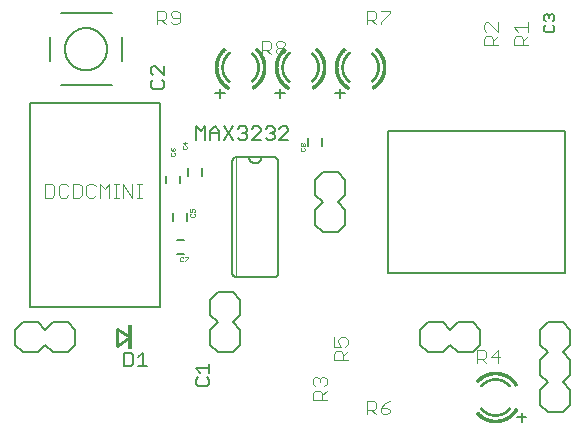
<source format=gto>
G75*
%MOIN*%
%OFA0B0*%
%FSLAX25Y25*%
%IPPOS*%
%LPD*%
%AMOC8*
5,1,8,0,0,1.08239X$1,22.5*
%
%ADD10C,0.00500*%
%ADD11C,0.00400*%
%ADD12C,0.00800*%
%ADD13C,0.01000*%
%ADD14R,0.01181X0.08268*%
%ADD15C,0.00600*%
%ADD16C,0.00200*%
%ADD17C,0.00100*%
%ADD18C,0.00060*%
D10*
X0040501Y0022671D02*
X0040501Y0027175D01*
X0042753Y0027175D01*
X0043503Y0026424D01*
X0043503Y0023422D01*
X0042753Y0022671D01*
X0040501Y0022671D01*
X0045105Y0022671D02*
X0048107Y0022671D01*
X0046606Y0022671D02*
X0046606Y0027175D01*
X0045105Y0025674D01*
X0064311Y0022132D02*
X0068815Y0022132D01*
X0068815Y0023633D02*
X0068815Y0020630D01*
X0065813Y0020630D02*
X0064311Y0022132D01*
X0065062Y0019029D02*
X0064311Y0018278D01*
X0064311Y0016777D01*
X0065062Y0016026D01*
X0068064Y0016026D01*
X0068815Y0016777D01*
X0068815Y0018278D01*
X0068064Y0019029D01*
X0052372Y0042484D02*
X0052372Y0110594D01*
X0009065Y0110594D01*
X0009065Y0042484D01*
X0052372Y0042484D01*
X0128356Y0053862D02*
X0128356Y0101106D01*
X0187412Y0101106D01*
X0187412Y0053862D01*
X0128356Y0053862D01*
X0095130Y0098171D02*
X0092128Y0098171D01*
X0095130Y0101174D01*
X0095130Y0101924D01*
X0094380Y0102675D01*
X0092878Y0102675D01*
X0092128Y0101924D01*
X0090526Y0101924D02*
X0090526Y0101174D01*
X0089776Y0100423D01*
X0090526Y0099673D01*
X0090526Y0098922D01*
X0089776Y0098171D01*
X0088274Y0098171D01*
X0087524Y0098922D01*
X0085922Y0098171D02*
X0082920Y0098171D01*
X0085922Y0101174D01*
X0085922Y0101924D01*
X0085172Y0102675D01*
X0083670Y0102675D01*
X0082920Y0101924D01*
X0081318Y0101924D02*
X0081318Y0101174D01*
X0080568Y0100423D01*
X0081318Y0099673D01*
X0081318Y0098922D01*
X0080568Y0098171D01*
X0079066Y0098171D01*
X0078316Y0098922D01*
X0076714Y0098171D02*
X0073712Y0102675D01*
X0072111Y0101174D02*
X0072111Y0098171D01*
X0073712Y0098171D02*
X0076714Y0102675D01*
X0078316Y0101924D02*
X0079066Y0102675D01*
X0080568Y0102675D01*
X0081318Y0101924D01*
X0080568Y0100423D02*
X0079817Y0100423D01*
X0072111Y0100423D02*
X0069108Y0100423D01*
X0069108Y0101174D02*
X0070609Y0102675D01*
X0072111Y0101174D01*
X0069108Y0101174D02*
X0069108Y0098171D01*
X0067507Y0098171D02*
X0067507Y0102675D01*
X0066005Y0101174D01*
X0064504Y0102675D01*
X0064504Y0098171D01*
X0072265Y0112284D02*
X0072265Y0115184D01*
X0070765Y0113684D02*
X0073865Y0113684D01*
X0090765Y0113684D02*
X0093865Y0113684D01*
X0092265Y0112284D02*
X0092265Y0115184D01*
X0110765Y0113684D02*
X0113865Y0113684D01*
X0112265Y0112284D02*
X0112265Y0115184D01*
X0090526Y0101924D02*
X0089776Y0102675D01*
X0088274Y0102675D01*
X0087524Y0101924D01*
X0089025Y0100423D02*
X0089776Y0100423D01*
X0053815Y0115985D02*
X0053815Y0117486D01*
X0053064Y0118237D01*
X0053815Y0119838D02*
X0050812Y0122841D01*
X0050062Y0122841D01*
X0049311Y0122090D01*
X0049311Y0120589D01*
X0050062Y0119838D01*
X0050062Y0118237D02*
X0049311Y0117486D01*
X0049311Y0115985D01*
X0050062Y0115234D01*
X0053064Y0115234D01*
X0053815Y0115985D01*
X0053815Y0119838D02*
X0053815Y0122841D01*
X0180312Y0134635D02*
X0180896Y0134051D01*
X0183231Y0134051D01*
X0183815Y0134635D01*
X0183815Y0135803D01*
X0183231Y0136386D01*
X0183231Y0137734D02*
X0183815Y0138318D01*
X0183815Y0139486D01*
X0183231Y0140070D01*
X0182647Y0140070D01*
X0182064Y0139486D01*
X0182064Y0138902D01*
X0182064Y0139486D02*
X0181480Y0140070D01*
X0180896Y0140070D01*
X0180312Y0139486D01*
X0180312Y0138318D01*
X0180896Y0137734D01*
X0180896Y0136386D02*
X0180312Y0135803D01*
X0180312Y0134635D01*
X0172865Y0007284D02*
X0172865Y0004184D01*
X0174265Y0005684D02*
X0171365Y0005684D01*
D11*
X0164963Y0023684D02*
X0164963Y0028288D01*
X0162661Y0025986D01*
X0165730Y0025986D01*
X0161126Y0025986D02*
X0160359Y0025219D01*
X0158057Y0025219D01*
X0158057Y0023684D02*
X0158057Y0028288D01*
X0160359Y0028288D01*
X0161126Y0027521D01*
X0161126Y0025986D01*
X0159592Y0025219D02*
X0161126Y0023684D01*
X0128938Y0011288D02*
X0127404Y0010521D01*
X0125869Y0008986D01*
X0128171Y0008986D01*
X0128938Y0008219D01*
X0128938Y0007452D01*
X0128171Y0006684D01*
X0126636Y0006684D01*
X0125869Y0007452D01*
X0125869Y0008986D01*
X0124334Y0008986D02*
X0123567Y0008219D01*
X0121265Y0008219D01*
X0122800Y0008219D02*
X0124334Y0006684D01*
X0121265Y0006684D02*
X0121265Y0011288D01*
X0123567Y0011288D01*
X0124334Y0010521D01*
X0124334Y0008986D01*
X0107865Y0011476D02*
X0103261Y0011476D01*
X0103261Y0013778D01*
X0104028Y0014546D01*
X0105563Y0014546D01*
X0106330Y0013778D01*
X0106330Y0011476D01*
X0106330Y0013011D02*
X0107865Y0014546D01*
X0107098Y0016080D02*
X0107865Y0016848D01*
X0107865Y0018382D01*
X0107098Y0019150D01*
X0106330Y0019150D01*
X0105563Y0018382D01*
X0105563Y0017615D01*
X0105563Y0018382D02*
X0104796Y0019150D01*
X0104028Y0019150D01*
X0103261Y0018382D01*
X0103261Y0016848D01*
X0104028Y0016080D01*
X0110261Y0024684D02*
X0110261Y0026986D01*
X0111028Y0027754D01*
X0112563Y0027754D01*
X0113330Y0026986D01*
X0113330Y0024684D01*
X0113330Y0026219D02*
X0114865Y0027754D01*
X0114098Y0029288D02*
X0114865Y0030055D01*
X0114865Y0031590D01*
X0114098Y0032357D01*
X0112563Y0032357D01*
X0111796Y0031590D01*
X0111796Y0030823D01*
X0112563Y0029288D01*
X0110261Y0029288D01*
X0110261Y0032357D01*
X0110261Y0024684D02*
X0114865Y0024684D01*
X0046217Y0078905D02*
X0044682Y0078905D01*
X0045450Y0078905D02*
X0045450Y0083509D01*
X0046217Y0083509D02*
X0044682Y0083509D01*
X0043148Y0083509D02*
X0043148Y0078905D01*
X0040078Y0083509D01*
X0040078Y0078905D01*
X0038544Y0078905D02*
X0037009Y0078905D01*
X0037776Y0078905D02*
X0037776Y0083509D01*
X0037009Y0083509D02*
X0038544Y0083509D01*
X0035474Y0083509D02*
X0033940Y0081974D01*
X0032405Y0083509D01*
X0032405Y0078905D01*
X0030871Y0079672D02*
X0030103Y0078905D01*
X0028569Y0078905D01*
X0027801Y0079672D01*
X0027801Y0082741D01*
X0028569Y0083509D01*
X0030103Y0083509D01*
X0030871Y0082741D01*
X0026267Y0082741D02*
X0026267Y0079672D01*
X0025499Y0078905D01*
X0023197Y0078905D01*
X0023197Y0083509D01*
X0025499Y0083509D01*
X0026267Y0082741D01*
X0021663Y0082741D02*
X0020895Y0083509D01*
X0019361Y0083509D01*
X0018593Y0082741D01*
X0018593Y0079672D01*
X0019361Y0078905D01*
X0020895Y0078905D01*
X0021663Y0079672D01*
X0017059Y0079672D02*
X0017059Y0082741D01*
X0016291Y0083509D01*
X0013989Y0083509D01*
X0013989Y0078905D01*
X0016291Y0078905D01*
X0017059Y0079672D01*
X0035474Y0078905D02*
X0035474Y0083509D01*
X0086265Y0126684D02*
X0086265Y0131288D01*
X0088567Y0131288D01*
X0089334Y0130521D01*
X0089334Y0128986D01*
X0088567Y0128219D01*
X0086265Y0128219D01*
X0087800Y0128219D02*
X0089334Y0126684D01*
X0090869Y0127452D02*
X0090869Y0128219D01*
X0091636Y0128986D01*
X0093171Y0128986D01*
X0093938Y0128219D01*
X0093938Y0127452D01*
X0093171Y0126684D01*
X0091636Y0126684D01*
X0090869Y0127452D01*
X0091636Y0128986D02*
X0090869Y0129754D01*
X0090869Y0130521D01*
X0091636Y0131288D01*
X0093171Y0131288D01*
X0093938Y0130521D01*
X0093938Y0129754D01*
X0093171Y0128986D01*
X0121265Y0136684D02*
X0121265Y0141288D01*
X0123567Y0141288D01*
X0124334Y0140521D01*
X0124334Y0138986D01*
X0123567Y0138219D01*
X0121265Y0138219D01*
X0122800Y0138219D02*
X0124334Y0136684D01*
X0125869Y0136684D02*
X0125869Y0137452D01*
X0128938Y0140521D01*
X0128938Y0141288D01*
X0125869Y0141288D01*
X0160261Y0136590D02*
X0160261Y0135055D01*
X0161028Y0134288D01*
X0161028Y0132754D02*
X0162563Y0132754D01*
X0163330Y0131986D01*
X0163330Y0129684D01*
X0163330Y0131219D02*
X0164865Y0132754D01*
X0164865Y0134288D02*
X0161796Y0137357D01*
X0161028Y0137357D01*
X0160261Y0136590D01*
X0164865Y0137357D02*
X0164865Y0134288D01*
X0161028Y0132754D02*
X0160261Y0131986D01*
X0160261Y0129684D01*
X0164865Y0129684D01*
X0170261Y0129684D02*
X0170261Y0131986D01*
X0171028Y0132754D01*
X0172563Y0132754D01*
X0173330Y0131986D01*
X0173330Y0129684D01*
X0173330Y0131219D02*
X0174865Y0132754D01*
X0174865Y0134288D02*
X0174865Y0137357D01*
X0174865Y0135823D02*
X0170261Y0135823D01*
X0171796Y0134288D01*
X0170261Y0129684D02*
X0174865Y0129684D01*
X0058938Y0137452D02*
X0058938Y0140521D01*
X0058171Y0141288D01*
X0056636Y0141288D01*
X0055869Y0140521D01*
X0055869Y0139754D01*
X0056636Y0138986D01*
X0058938Y0138986D01*
X0058938Y0137452D02*
X0058171Y0136684D01*
X0056636Y0136684D01*
X0055869Y0137452D01*
X0054334Y0136684D02*
X0052800Y0138219D01*
X0053567Y0138219D02*
X0051265Y0138219D01*
X0051265Y0136684D02*
X0051265Y0141288D01*
X0053567Y0141288D01*
X0054334Y0140521D01*
X0054334Y0138986D01*
X0053567Y0138219D01*
D12*
X0011565Y0027484D02*
X0006565Y0027484D01*
X0004065Y0029984D01*
X0004065Y0034984D01*
X0006565Y0037484D01*
X0011565Y0037484D01*
X0014065Y0034984D01*
X0016565Y0037484D01*
X0021565Y0037484D01*
X0024065Y0034984D01*
X0024065Y0029984D01*
X0021565Y0027484D01*
X0016565Y0027484D01*
X0014065Y0029984D01*
X0011565Y0027484D01*
X0069065Y0029984D02*
X0071565Y0027484D01*
X0076565Y0027484D01*
X0079065Y0029984D01*
X0079065Y0034984D01*
X0076565Y0037484D01*
X0079065Y0039984D01*
X0079065Y0044984D01*
X0076565Y0047484D01*
X0071565Y0047484D01*
X0069065Y0044984D01*
X0069065Y0039984D01*
X0071565Y0037484D01*
X0069065Y0034984D01*
X0069065Y0029984D01*
X0106565Y0067484D02*
X0111565Y0067484D01*
X0114065Y0069984D01*
X0114065Y0074984D01*
X0111565Y0077484D01*
X0114065Y0079984D01*
X0114065Y0084984D01*
X0111565Y0087484D01*
X0106565Y0087484D01*
X0104065Y0084984D01*
X0104065Y0079984D01*
X0106565Y0077484D01*
X0104065Y0074984D01*
X0104065Y0069984D01*
X0106565Y0067484D01*
X0139065Y0034984D02*
X0141565Y0037484D01*
X0146565Y0037484D01*
X0149065Y0034984D01*
X0151565Y0037484D01*
X0156565Y0037484D01*
X0159065Y0034984D01*
X0159065Y0029984D01*
X0156565Y0027484D01*
X0151565Y0027484D01*
X0149065Y0029984D01*
X0146565Y0027484D01*
X0141565Y0027484D01*
X0139065Y0029984D01*
X0139065Y0034984D01*
X0179065Y0034984D02*
X0179065Y0029984D01*
X0181565Y0027484D01*
X0179065Y0024984D01*
X0179065Y0019984D01*
X0181565Y0017484D01*
X0179065Y0014984D01*
X0179065Y0009984D01*
X0181565Y0007484D01*
X0186565Y0007484D01*
X0189065Y0009984D01*
X0189065Y0014984D01*
X0186565Y0017484D01*
X0189065Y0019984D01*
X0189065Y0024984D01*
X0186565Y0027484D01*
X0189065Y0029984D01*
X0189065Y0034984D01*
X0186565Y0037484D01*
X0181565Y0037484D01*
X0179065Y0034984D01*
X0039687Y0124421D02*
X0039687Y0132469D01*
X0036187Y0140469D02*
X0019187Y0140469D01*
X0015687Y0132469D02*
X0015687Y0124539D01*
X0019187Y0116469D02*
X0036187Y0116469D01*
X0020687Y0128469D02*
X0020689Y0128641D01*
X0020695Y0128812D01*
X0020706Y0128984D01*
X0020721Y0129155D01*
X0020740Y0129326D01*
X0020763Y0129496D01*
X0020790Y0129666D01*
X0020822Y0129835D01*
X0020857Y0130003D01*
X0020897Y0130170D01*
X0020941Y0130336D01*
X0020988Y0130501D01*
X0021040Y0130665D01*
X0021096Y0130827D01*
X0021156Y0130988D01*
X0021220Y0131148D01*
X0021288Y0131306D01*
X0021359Y0131462D01*
X0021434Y0131616D01*
X0021514Y0131769D01*
X0021596Y0131919D01*
X0021683Y0132068D01*
X0021773Y0132214D01*
X0021867Y0132358D01*
X0021964Y0132500D01*
X0022065Y0132639D01*
X0022169Y0132776D01*
X0022276Y0132910D01*
X0022387Y0133041D01*
X0022500Y0133170D01*
X0022617Y0133296D01*
X0022737Y0133419D01*
X0022860Y0133539D01*
X0022986Y0133656D01*
X0023115Y0133769D01*
X0023246Y0133880D01*
X0023380Y0133987D01*
X0023517Y0134091D01*
X0023656Y0134192D01*
X0023798Y0134289D01*
X0023942Y0134383D01*
X0024088Y0134473D01*
X0024237Y0134560D01*
X0024387Y0134642D01*
X0024540Y0134722D01*
X0024694Y0134797D01*
X0024850Y0134868D01*
X0025008Y0134936D01*
X0025168Y0135000D01*
X0025329Y0135060D01*
X0025491Y0135116D01*
X0025655Y0135168D01*
X0025820Y0135215D01*
X0025986Y0135259D01*
X0026153Y0135299D01*
X0026321Y0135334D01*
X0026490Y0135366D01*
X0026660Y0135393D01*
X0026830Y0135416D01*
X0027001Y0135435D01*
X0027172Y0135450D01*
X0027344Y0135461D01*
X0027515Y0135467D01*
X0027687Y0135469D01*
X0027859Y0135467D01*
X0028030Y0135461D01*
X0028202Y0135450D01*
X0028373Y0135435D01*
X0028544Y0135416D01*
X0028714Y0135393D01*
X0028884Y0135366D01*
X0029053Y0135334D01*
X0029221Y0135299D01*
X0029388Y0135259D01*
X0029554Y0135215D01*
X0029719Y0135168D01*
X0029883Y0135116D01*
X0030045Y0135060D01*
X0030206Y0135000D01*
X0030366Y0134936D01*
X0030524Y0134868D01*
X0030680Y0134797D01*
X0030834Y0134722D01*
X0030987Y0134642D01*
X0031137Y0134560D01*
X0031286Y0134473D01*
X0031432Y0134383D01*
X0031576Y0134289D01*
X0031718Y0134192D01*
X0031857Y0134091D01*
X0031994Y0133987D01*
X0032128Y0133880D01*
X0032259Y0133769D01*
X0032388Y0133656D01*
X0032514Y0133539D01*
X0032637Y0133419D01*
X0032757Y0133296D01*
X0032874Y0133170D01*
X0032987Y0133041D01*
X0033098Y0132910D01*
X0033205Y0132776D01*
X0033309Y0132639D01*
X0033410Y0132500D01*
X0033507Y0132358D01*
X0033601Y0132214D01*
X0033691Y0132068D01*
X0033778Y0131919D01*
X0033860Y0131769D01*
X0033940Y0131616D01*
X0034015Y0131462D01*
X0034086Y0131306D01*
X0034154Y0131148D01*
X0034218Y0130988D01*
X0034278Y0130827D01*
X0034334Y0130665D01*
X0034386Y0130501D01*
X0034433Y0130336D01*
X0034477Y0130170D01*
X0034517Y0130003D01*
X0034552Y0129835D01*
X0034584Y0129666D01*
X0034611Y0129496D01*
X0034634Y0129326D01*
X0034653Y0129155D01*
X0034668Y0128984D01*
X0034679Y0128812D01*
X0034685Y0128641D01*
X0034687Y0128469D01*
X0034685Y0128297D01*
X0034679Y0128126D01*
X0034668Y0127954D01*
X0034653Y0127783D01*
X0034634Y0127612D01*
X0034611Y0127442D01*
X0034584Y0127272D01*
X0034552Y0127103D01*
X0034517Y0126935D01*
X0034477Y0126768D01*
X0034433Y0126602D01*
X0034386Y0126437D01*
X0034334Y0126273D01*
X0034278Y0126111D01*
X0034218Y0125950D01*
X0034154Y0125790D01*
X0034086Y0125632D01*
X0034015Y0125476D01*
X0033940Y0125322D01*
X0033860Y0125169D01*
X0033778Y0125019D01*
X0033691Y0124870D01*
X0033601Y0124724D01*
X0033507Y0124580D01*
X0033410Y0124438D01*
X0033309Y0124299D01*
X0033205Y0124162D01*
X0033098Y0124028D01*
X0032987Y0123897D01*
X0032874Y0123768D01*
X0032757Y0123642D01*
X0032637Y0123519D01*
X0032514Y0123399D01*
X0032388Y0123282D01*
X0032259Y0123169D01*
X0032128Y0123058D01*
X0031994Y0122951D01*
X0031857Y0122847D01*
X0031718Y0122746D01*
X0031576Y0122649D01*
X0031432Y0122555D01*
X0031286Y0122465D01*
X0031137Y0122378D01*
X0030987Y0122296D01*
X0030834Y0122216D01*
X0030680Y0122141D01*
X0030524Y0122070D01*
X0030366Y0122002D01*
X0030206Y0121938D01*
X0030045Y0121878D01*
X0029883Y0121822D01*
X0029719Y0121770D01*
X0029554Y0121723D01*
X0029388Y0121679D01*
X0029221Y0121639D01*
X0029053Y0121604D01*
X0028884Y0121572D01*
X0028714Y0121545D01*
X0028544Y0121522D01*
X0028373Y0121503D01*
X0028202Y0121488D01*
X0028030Y0121477D01*
X0027859Y0121471D01*
X0027687Y0121469D01*
X0027515Y0121471D01*
X0027344Y0121477D01*
X0027172Y0121488D01*
X0027001Y0121503D01*
X0026830Y0121522D01*
X0026660Y0121545D01*
X0026490Y0121572D01*
X0026321Y0121604D01*
X0026153Y0121639D01*
X0025986Y0121679D01*
X0025820Y0121723D01*
X0025655Y0121770D01*
X0025491Y0121822D01*
X0025329Y0121878D01*
X0025168Y0121938D01*
X0025008Y0122002D01*
X0024850Y0122070D01*
X0024694Y0122141D01*
X0024540Y0122216D01*
X0024387Y0122296D01*
X0024237Y0122378D01*
X0024088Y0122465D01*
X0023942Y0122555D01*
X0023798Y0122649D01*
X0023656Y0122746D01*
X0023517Y0122847D01*
X0023380Y0122951D01*
X0023246Y0123058D01*
X0023115Y0123169D01*
X0022986Y0123282D01*
X0022860Y0123399D01*
X0022737Y0123519D01*
X0022617Y0123642D01*
X0022500Y0123768D01*
X0022387Y0123897D01*
X0022276Y0124028D01*
X0022169Y0124162D01*
X0022065Y0124299D01*
X0021964Y0124438D01*
X0021867Y0124580D01*
X0021773Y0124724D01*
X0021683Y0124870D01*
X0021596Y0125019D01*
X0021514Y0125169D01*
X0021434Y0125322D01*
X0021359Y0125476D01*
X0021288Y0125632D01*
X0021220Y0125790D01*
X0021156Y0125950D01*
X0021096Y0126111D01*
X0021040Y0126273D01*
X0020988Y0126437D01*
X0020941Y0126602D01*
X0020897Y0126768D01*
X0020857Y0126935D01*
X0020822Y0127103D01*
X0020790Y0127272D01*
X0020763Y0127442D01*
X0020740Y0127612D01*
X0020721Y0127783D01*
X0020706Y0127954D01*
X0020695Y0128126D01*
X0020689Y0128297D01*
X0020687Y0128469D01*
D13*
X0038081Y0035240D02*
X0042215Y0032484D01*
X0038081Y0029531D01*
X0038081Y0035240D01*
D14*
X0042412Y0032484D03*
D15*
X0076365Y0053984D02*
X0076365Y0090984D01*
X0076367Y0091060D01*
X0076373Y0091136D01*
X0076382Y0091211D01*
X0076396Y0091286D01*
X0076413Y0091360D01*
X0076434Y0091433D01*
X0076458Y0091505D01*
X0076487Y0091576D01*
X0076518Y0091645D01*
X0076553Y0091712D01*
X0076592Y0091777D01*
X0076634Y0091841D01*
X0076679Y0091902D01*
X0076727Y0091961D01*
X0076778Y0092017D01*
X0076832Y0092071D01*
X0076888Y0092122D01*
X0076947Y0092170D01*
X0077008Y0092215D01*
X0077072Y0092257D01*
X0077137Y0092296D01*
X0077204Y0092331D01*
X0077273Y0092362D01*
X0077344Y0092391D01*
X0077416Y0092415D01*
X0077489Y0092436D01*
X0077563Y0092453D01*
X0077638Y0092467D01*
X0077713Y0092476D01*
X0077789Y0092482D01*
X0077865Y0092484D01*
X0090265Y0092484D01*
X0090341Y0092482D01*
X0090417Y0092476D01*
X0090492Y0092467D01*
X0090567Y0092453D01*
X0090641Y0092436D01*
X0090714Y0092415D01*
X0090786Y0092391D01*
X0090857Y0092362D01*
X0090926Y0092331D01*
X0090993Y0092296D01*
X0091058Y0092257D01*
X0091122Y0092215D01*
X0091183Y0092170D01*
X0091242Y0092122D01*
X0091298Y0092071D01*
X0091352Y0092017D01*
X0091403Y0091961D01*
X0091451Y0091902D01*
X0091496Y0091841D01*
X0091538Y0091777D01*
X0091577Y0091712D01*
X0091612Y0091645D01*
X0091643Y0091576D01*
X0091672Y0091505D01*
X0091696Y0091433D01*
X0091717Y0091360D01*
X0091734Y0091286D01*
X0091748Y0091211D01*
X0091757Y0091136D01*
X0091763Y0091060D01*
X0091765Y0090984D01*
X0091765Y0053984D01*
X0091763Y0053908D01*
X0091757Y0053832D01*
X0091748Y0053757D01*
X0091734Y0053682D01*
X0091717Y0053608D01*
X0091696Y0053535D01*
X0091672Y0053463D01*
X0091643Y0053392D01*
X0091612Y0053323D01*
X0091577Y0053256D01*
X0091538Y0053191D01*
X0091496Y0053127D01*
X0091451Y0053066D01*
X0091403Y0053007D01*
X0091352Y0052951D01*
X0091298Y0052897D01*
X0091242Y0052846D01*
X0091183Y0052798D01*
X0091122Y0052753D01*
X0091058Y0052711D01*
X0090993Y0052672D01*
X0090926Y0052637D01*
X0090857Y0052606D01*
X0090786Y0052577D01*
X0090714Y0052553D01*
X0090641Y0052532D01*
X0090567Y0052515D01*
X0090492Y0052501D01*
X0090417Y0052492D01*
X0090341Y0052486D01*
X0090265Y0052484D01*
X0077865Y0052484D01*
X0077789Y0052486D01*
X0077713Y0052492D01*
X0077638Y0052501D01*
X0077563Y0052515D01*
X0077489Y0052532D01*
X0077416Y0052553D01*
X0077344Y0052577D01*
X0077273Y0052606D01*
X0077204Y0052637D01*
X0077137Y0052672D01*
X0077072Y0052711D01*
X0077008Y0052753D01*
X0076947Y0052798D01*
X0076888Y0052846D01*
X0076832Y0052897D01*
X0076778Y0052951D01*
X0076727Y0053007D01*
X0076679Y0053066D01*
X0076634Y0053127D01*
X0076592Y0053191D01*
X0076553Y0053256D01*
X0076518Y0053323D01*
X0076487Y0053392D01*
X0076458Y0053463D01*
X0076434Y0053535D01*
X0076413Y0053608D01*
X0076396Y0053682D01*
X0076382Y0053757D01*
X0076373Y0053832D01*
X0076367Y0053908D01*
X0076365Y0053984D01*
X0060246Y0060122D02*
X0057884Y0060122D01*
X0057884Y0064846D02*
X0060246Y0064846D01*
X0061427Y0071303D02*
X0061427Y0073665D01*
X0056703Y0073665D02*
X0056703Y0071303D01*
X0058927Y0083803D02*
X0058927Y0086165D01*
X0061703Y0086303D02*
X0061703Y0088665D01*
X0066427Y0088665D02*
X0066427Y0086303D01*
X0054203Y0086165D02*
X0054203Y0083803D01*
X0082065Y0092484D02*
X0082067Y0092396D01*
X0082073Y0092307D01*
X0082083Y0092219D01*
X0082096Y0092132D01*
X0082114Y0092045D01*
X0082135Y0091959D01*
X0082160Y0091874D01*
X0082189Y0091791D01*
X0082222Y0091708D01*
X0082258Y0091628D01*
X0082297Y0091549D01*
X0082340Y0091471D01*
X0082387Y0091396D01*
X0082437Y0091323D01*
X0082490Y0091252D01*
X0082546Y0091183D01*
X0082605Y0091117D01*
X0082667Y0091054D01*
X0082731Y0090994D01*
X0082798Y0090936D01*
X0082868Y0090882D01*
X0082940Y0090830D01*
X0083014Y0090782D01*
X0083091Y0090737D01*
X0083169Y0090696D01*
X0083249Y0090658D01*
X0083330Y0090624D01*
X0083413Y0090593D01*
X0083498Y0090566D01*
X0083583Y0090543D01*
X0083669Y0090524D01*
X0083757Y0090508D01*
X0083844Y0090496D01*
X0083932Y0090488D01*
X0084021Y0090484D01*
X0084109Y0090484D01*
X0084198Y0090488D01*
X0084286Y0090496D01*
X0084373Y0090508D01*
X0084461Y0090524D01*
X0084547Y0090543D01*
X0084632Y0090566D01*
X0084717Y0090593D01*
X0084800Y0090624D01*
X0084881Y0090658D01*
X0084961Y0090696D01*
X0085039Y0090737D01*
X0085116Y0090782D01*
X0085190Y0090830D01*
X0085262Y0090882D01*
X0085332Y0090936D01*
X0085399Y0090994D01*
X0085463Y0091054D01*
X0085525Y0091117D01*
X0085584Y0091183D01*
X0085640Y0091252D01*
X0085693Y0091323D01*
X0085743Y0091396D01*
X0085790Y0091471D01*
X0085833Y0091549D01*
X0085872Y0091628D01*
X0085908Y0091708D01*
X0085941Y0091791D01*
X0085970Y0091874D01*
X0085995Y0091959D01*
X0086016Y0092045D01*
X0086034Y0092132D01*
X0086047Y0092219D01*
X0086057Y0092307D01*
X0086063Y0092396D01*
X0086065Y0092484D01*
X0101703Y0096303D02*
X0101703Y0098665D01*
X0106427Y0098665D02*
X0106427Y0096303D01*
D16*
X0077765Y0092484D02*
X0077765Y0052484D01*
D17*
X0061643Y0058935D02*
X0060642Y0057934D01*
X0060642Y0057684D01*
X0060169Y0057934D02*
X0059919Y0057684D01*
X0059419Y0057684D01*
X0059169Y0057934D01*
X0059169Y0058935D01*
X0059419Y0059186D01*
X0059919Y0059186D01*
X0060169Y0058935D01*
X0060642Y0059186D02*
X0061643Y0059186D01*
X0061643Y0058935D01*
X0062614Y0072588D02*
X0063615Y0072588D01*
X0063865Y0072838D01*
X0063865Y0073338D01*
X0063615Y0073589D01*
X0063615Y0074061D02*
X0063865Y0074311D01*
X0063865Y0074812D01*
X0063615Y0075062D01*
X0063114Y0075062D01*
X0062864Y0074812D01*
X0062864Y0074561D01*
X0063114Y0074061D01*
X0062364Y0074061D01*
X0062364Y0075062D01*
X0062614Y0073589D02*
X0062364Y0073338D01*
X0062364Y0072838D01*
X0062614Y0072588D01*
X0057178Y0092962D02*
X0057428Y0093212D01*
X0057428Y0093712D01*
X0057178Y0093963D01*
X0057178Y0094435D02*
X0057428Y0094685D01*
X0057428Y0095186D01*
X0057178Y0095436D01*
X0056928Y0095436D01*
X0056677Y0095186D01*
X0056677Y0094435D01*
X0057178Y0094435D01*
X0056677Y0094435D02*
X0056177Y0094935D01*
X0055927Y0095436D01*
X0056177Y0093963D02*
X0055927Y0093712D01*
X0055927Y0093212D01*
X0056177Y0092962D01*
X0057178Y0092962D01*
X0059864Y0095338D02*
X0060114Y0095088D01*
X0061115Y0095088D01*
X0061365Y0095338D01*
X0061365Y0095838D01*
X0061115Y0096089D01*
X0060614Y0096561D02*
X0060614Y0097562D01*
X0059864Y0097312D02*
X0061365Y0097312D01*
X0060614Y0096561D02*
X0059864Y0097312D01*
X0060114Y0096089D02*
X0059864Y0095838D01*
X0059864Y0095338D01*
X0099264Y0095285D02*
X0099264Y0094784D01*
X0099514Y0094534D01*
X0100515Y0094534D01*
X0100765Y0094784D01*
X0100765Y0095285D01*
X0100515Y0095535D01*
X0100515Y0096008D02*
X0100265Y0096008D01*
X0100014Y0096258D01*
X0100014Y0096758D01*
X0100265Y0097008D01*
X0100515Y0097008D01*
X0100765Y0096758D01*
X0100765Y0096258D01*
X0100515Y0096008D01*
X0100014Y0096258D02*
X0099764Y0096008D01*
X0099514Y0096008D01*
X0099264Y0096258D01*
X0099264Y0096758D01*
X0099514Y0097008D01*
X0099764Y0097008D01*
X0100014Y0096758D01*
X0099514Y0095535D02*
X0099264Y0095285D01*
X0103300Y0115173D02*
X0102854Y0115954D01*
X0103011Y0116047D01*
X0103165Y0116144D01*
X0103317Y0116245D01*
X0103466Y0116350D01*
X0103613Y0116458D01*
X0103758Y0116569D01*
X0103899Y0116684D01*
X0104038Y0116803D01*
X0104173Y0116925D01*
X0104306Y0117050D01*
X0104436Y0117178D01*
X0104562Y0117309D01*
X0104686Y0117443D01*
X0104806Y0117580D01*
X0104923Y0117720D01*
X0105036Y0117863D01*
X0105146Y0118009D01*
X0105252Y0118157D01*
X0105355Y0118308D01*
X0105454Y0118461D01*
X0105549Y0118616D01*
X0105640Y0118774D01*
X0105728Y0118934D01*
X0105812Y0119096D01*
X0105892Y0119259D01*
X0105968Y0119425D01*
X0106039Y0119593D01*
X0106107Y0119762D01*
X0106171Y0119933D01*
X0106230Y0120105D01*
X0106286Y0120279D01*
X0106337Y0120454D01*
X0106384Y0120630D01*
X0106426Y0120807D01*
X0106465Y0120986D01*
X0106499Y0121165D01*
X0106529Y0121345D01*
X0106554Y0121525D01*
X0106575Y0121706D01*
X0106591Y0121888D01*
X0106604Y0122070D01*
X0106611Y0122252D01*
X0106615Y0122434D01*
X0107514Y0122435D01*
X0107515Y0122434D01*
X0107511Y0122230D01*
X0107503Y0122026D01*
X0107489Y0121822D01*
X0107471Y0121618D01*
X0107447Y0121415D01*
X0107419Y0121213D01*
X0107386Y0121011D01*
X0107348Y0120811D01*
X0107305Y0120611D01*
X0107257Y0120412D01*
X0107205Y0120215D01*
X0107147Y0120019D01*
X0107085Y0119824D01*
X0107019Y0119631D01*
X0106947Y0119439D01*
X0106871Y0119250D01*
X0106791Y0119062D01*
X0106706Y0118876D01*
X0106616Y0118692D01*
X0106523Y0118511D01*
X0106424Y0118332D01*
X0106322Y0118155D01*
X0106215Y0117981D01*
X0106104Y0117809D01*
X0105989Y0117640D01*
X0105870Y0117474D01*
X0105747Y0117311D01*
X0105620Y0117151D01*
X0105489Y0116994D01*
X0105354Y0116840D01*
X0105216Y0116690D01*
X0105074Y0116543D01*
X0104929Y0116399D01*
X0104780Y0116259D01*
X0104628Y0116123D01*
X0104472Y0115990D01*
X0104314Y0115862D01*
X0104152Y0115737D01*
X0103987Y0115616D01*
X0103820Y0115499D01*
X0103649Y0115386D01*
X0103476Y0115277D01*
X0103301Y0115172D01*
X0103254Y0115254D01*
X0103428Y0115357D01*
X0103599Y0115465D01*
X0103767Y0115577D01*
X0103933Y0115692D01*
X0104096Y0115812D01*
X0104255Y0115936D01*
X0104412Y0116063D01*
X0104566Y0116194D01*
X0104716Y0116329D01*
X0104864Y0116467D01*
X0105007Y0116609D01*
X0105148Y0116755D01*
X0105284Y0116903D01*
X0105417Y0117055D01*
X0105547Y0117211D01*
X0105672Y0117369D01*
X0105794Y0117530D01*
X0105912Y0117694D01*
X0106026Y0117861D01*
X0106135Y0118031D01*
X0106241Y0118203D01*
X0106342Y0118378D01*
X0106440Y0118555D01*
X0106532Y0118734D01*
X0106621Y0118916D01*
X0106705Y0119100D01*
X0106785Y0119285D01*
X0106860Y0119473D01*
X0106930Y0119662D01*
X0106996Y0119853D01*
X0107057Y0120046D01*
X0107114Y0120240D01*
X0107166Y0120435D01*
X0107213Y0120631D01*
X0107255Y0120829D01*
X0107293Y0121027D01*
X0107326Y0121227D01*
X0107354Y0121427D01*
X0107377Y0121628D01*
X0107395Y0121829D01*
X0107409Y0122030D01*
X0107417Y0122232D01*
X0107421Y0122434D01*
X0107327Y0122434D01*
X0107323Y0122235D01*
X0107315Y0122035D01*
X0107302Y0121836D01*
X0107283Y0121637D01*
X0107261Y0121438D01*
X0107233Y0121241D01*
X0107200Y0121043D01*
X0107163Y0120847D01*
X0107121Y0120652D01*
X0107075Y0120458D01*
X0107023Y0120265D01*
X0106967Y0120073D01*
X0106907Y0119883D01*
X0106842Y0119694D01*
X0106772Y0119507D01*
X0106698Y0119321D01*
X0106619Y0119138D01*
X0106536Y0118956D01*
X0106448Y0118776D01*
X0106357Y0118599D01*
X0106261Y0118424D01*
X0106160Y0118251D01*
X0106056Y0118081D01*
X0105947Y0117913D01*
X0105835Y0117748D01*
X0105719Y0117586D01*
X0105598Y0117427D01*
X0105474Y0117270D01*
X0105346Y0117117D01*
X0105215Y0116966D01*
X0105079Y0116819D01*
X0104941Y0116676D01*
X0104799Y0116535D01*
X0104653Y0116398D01*
X0104504Y0116265D01*
X0104352Y0116135D01*
X0104197Y0116009D01*
X0104039Y0115887D01*
X0103878Y0115769D01*
X0103715Y0115655D01*
X0103548Y0115544D01*
X0103379Y0115438D01*
X0103208Y0115336D01*
X0103161Y0115417D01*
X0103331Y0115518D01*
X0103498Y0115623D01*
X0103662Y0115733D01*
X0103824Y0115846D01*
X0103983Y0115963D01*
X0104139Y0116083D01*
X0104293Y0116208D01*
X0104443Y0116336D01*
X0104590Y0116468D01*
X0104734Y0116603D01*
X0104874Y0116742D01*
X0105011Y0116884D01*
X0105145Y0117029D01*
X0105275Y0117178D01*
X0105401Y0117330D01*
X0105524Y0117484D01*
X0105643Y0117642D01*
X0105758Y0117802D01*
X0105869Y0117965D01*
X0105976Y0118131D01*
X0106080Y0118299D01*
X0106179Y0118470D01*
X0106274Y0118643D01*
X0106364Y0118819D01*
X0106451Y0118996D01*
X0106533Y0119176D01*
X0106611Y0119357D01*
X0106684Y0119540D01*
X0106753Y0119725D01*
X0106817Y0119912D01*
X0106877Y0120100D01*
X0106933Y0120290D01*
X0106983Y0120480D01*
X0107030Y0120672D01*
X0107071Y0120865D01*
X0107108Y0121059D01*
X0107140Y0121254D01*
X0107167Y0121450D01*
X0107190Y0121646D01*
X0107208Y0121843D01*
X0107221Y0122040D01*
X0107229Y0122237D01*
X0107233Y0122434D01*
X0107139Y0122434D01*
X0107135Y0122239D01*
X0107127Y0122044D01*
X0107114Y0121849D01*
X0107096Y0121655D01*
X0107074Y0121461D01*
X0107047Y0121268D01*
X0107015Y0121075D01*
X0106979Y0120884D01*
X0106938Y0120693D01*
X0106892Y0120503D01*
X0106842Y0120315D01*
X0106787Y0120127D01*
X0106728Y0119941D01*
X0106665Y0119757D01*
X0106596Y0119574D01*
X0106524Y0119393D01*
X0106447Y0119214D01*
X0106366Y0119036D01*
X0106280Y0118861D01*
X0106191Y0118687D01*
X0106097Y0118516D01*
X0105999Y0118348D01*
X0105897Y0118181D01*
X0105791Y0118017D01*
X0105681Y0117856D01*
X0105567Y0117698D01*
X0105450Y0117542D01*
X0105328Y0117389D01*
X0105203Y0117239D01*
X0105075Y0117092D01*
X0104943Y0116949D01*
X0104807Y0116808D01*
X0104668Y0116671D01*
X0104526Y0116537D01*
X0104381Y0116407D01*
X0104233Y0116280D01*
X0104081Y0116157D01*
X0103927Y0116038D01*
X0103770Y0115922D01*
X0103610Y0115811D01*
X0103447Y0115703D01*
X0103282Y0115599D01*
X0103114Y0115499D01*
X0103068Y0115580D01*
X0103233Y0115679D01*
X0103397Y0115782D01*
X0103557Y0115889D01*
X0103715Y0115999D01*
X0103871Y0116113D01*
X0104023Y0116231D01*
X0104173Y0116353D01*
X0104319Y0116478D01*
X0104463Y0116607D01*
X0104603Y0116739D01*
X0104741Y0116874D01*
X0104875Y0117013D01*
X0105005Y0117155D01*
X0105132Y0117300D01*
X0105256Y0117448D01*
X0105375Y0117599D01*
X0105492Y0117753D01*
X0105604Y0117910D01*
X0105713Y0118069D01*
X0105817Y0118231D01*
X0105918Y0118396D01*
X0106015Y0118562D01*
X0106108Y0118732D01*
X0106196Y0118903D01*
X0106281Y0119076D01*
X0106361Y0119252D01*
X0106437Y0119429D01*
X0106509Y0119608D01*
X0106576Y0119789D01*
X0106639Y0119971D01*
X0106697Y0120155D01*
X0106751Y0120340D01*
X0106801Y0120526D01*
X0106846Y0120714D01*
X0106887Y0120902D01*
X0106923Y0121091D01*
X0106954Y0121282D01*
X0106981Y0121473D01*
X0107003Y0121664D01*
X0107020Y0121856D01*
X0107033Y0122049D01*
X0107041Y0122241D01*
X0107045Y0122434D01*
X0106951Y0122434D01*
X0106947Y0122244D01*
X0106939Y0122053D01*
X0106927Y0121863D01*
X0106909Y0121673D01*
X0106887Y0121484D01*
X0106861Y0121296D01*
X0106830Y0121108D01*
X0106794Y0120920D01*
X0106754Y0120734D01*
X0106710Y0120549D01*
X0106661Y0120365D01*
X0106607Y0120182D01*
X0106550Y0120000D01*
X0106487Y0119820D01*
X0106421Y0119642D01*
X0106350Y0119465D01*
X0106275Y0119290D01*
X0106196Y0119116D01*
X0106112Y0118945D01*
X0106025Y0118776D01*
X0105933Y0118609D01*
X0105837Y0118444D01*
X0105738Y0118281D01*
X0105634Y0118121D01*
X0105527Y0117964D01*
X0105416Y0117809D01*
X0105301Y0117657D01*
X0105183Y0117508D01*
X0105061Y0117362D01*
X0104935Y0117218D01*
X0104806Y0117078D01*
X0104674Y0116941D01*
X0104538Y0116807D01*
X0104400Y0116676D01*
X0104258Y0116549D01*
X0104113Y0116425D01*
X0103965Y0116305D01*
X0103814Y0116189D01*
X0103661Y0116076D01*
X0103505Y0115967D01*
X0103346Y0115861D01*
X0103185Y0115760D01*
X0103021Y0115662D01*
X0102974Y0115744D01*
X0103136Y0115840D01*
X0103295Y0115940D01*
X0103452Y0116044D01*
X0103607Y0116152D01*
X0103758Y0116264D01*
X0103907Y0116379D01*
X0104053Y0116498D01*
X0104196Y0116620D01*
X0104336Y0116746D01*
X0104473Y0116875D01*
X0104607Y0117007D01*
X0104738Y0117143D01*
X0104865Y0117281D01*
X0104989Y0117423D01*
X0105110Y0117567D01*
X0105227Y0117715D01*
X0105340Y0117865D01*
X0105450Y0118018D01*
X0105556Y0118174D01*
X0105658Y0118332D01*
X0105757Y0118492D01*
X0105851Y0118655D01*
X0105942Y0118820D01*
X0106028Y0118987D01*
X0106111Y0119156D01*
X0106189Y0119327D01*
X0106263Y0119500D01*
X0106333Y0119675D01*
X0106399Y0119852D01*
X0106460Y0120030D01*
X0106517Y0120209D01*
X0106570Y0120390D01*
X0106619Y0120572D01*
X0106663Y0120755D01*
X0106702Y0120939D01*
X0106737Y0121124D01*
X0106768Y0121309D01*
X0106794Y0121496D01*
X0106816Y0121683D01*
X0106833Y0121870D01*
X0106845Y0122058D01*
X0106853Y0122246D01*
X0106857Y0122434D01*
X0106763Y0122434D01*
X0106759Y0122248D01*
X0106751Y0122063D01*
X0106739Y0121877D01*
X0106722Y0121692D01*
X0106701Y0121507D01*
X0106675Y0121323D01*
X0106645Y0121140D01*
X0106610Y0120957D01*
X0106571Y0120775D01*
X0106527Y0120594D01*
X0106480Y0120415D01*
X0106427Y0120236D01*
X0106371Y0120059D01*
X0106310Y0119883D01*
X0106245Y0119709D01*
X0106176Y0119536D01*
X0106103Y0119365D01*
X0106026Y0119196D01*
X0105944Y0119029D01*
X0105859Y0118864D01*
X0105769Y0118701D01*
X0105676Y0118540D01*
X0105579Y0118382D01*
X0105478Y0118226D01*
X0105373Y0118072D01*
X0105265Y0117921D01*
X0105153Y0117772D01*
X0105037Y0117627D01*
X0104918Y0117484D01*
X0104796Y0117344D01*
X0104670Y0117207D01*
X0104541Y0117073D01*
X0104408Y0116943D01*
X0104273Y0116815D01*
X0104135Y0116691D01*
X0103993Y0116570D01*
X0103849Y0116453D01*
X0103702Y0116339D01*
X0103552Y0116229D01*
X0103400Y0116122D01*
X0103245Y0116020D01*
X0103087Y0115921D01*
X0102928Y0115825D01*
X0102881Y0115907D01*
X0103039Y0116001D01*
X0103194Y0116099D01*
X0103347Y0116200D01*
X0103498Y0116306D01*
X0103646Y0116415D01*
X0103791Y0116527D01*
X0103933Y0116643D01*
X0104073Y0116762D01*
X0104210Y0116885D01*
X0104343Y0117011D01*
X0104474Y0117140D01*
X0104602Y0117272D01*
X0104726Y0117407D01*
X0104847Y0117545D01*
X0104964Y0117686D01*
X0105078Y0117830D01*
X0105189Y0117977D01*
X0105296Y0118126D01*
X0105400Y0118278D01*
X0105499Y0118432D01*
X0105595Y0118588D01*
X0105687Y0118747D01*
X0105776Y0118908D01*
X0105860Y0119071D01*
X0105941Y0119236D01*
X0106017Y0119403D01*
X0106089Y0119572D01*
X0106158Y0119743D01*
X0106222Y0119915D01*
X0106282Y0120088D01*
X0106338Y0120263D01*
X0106389Y0120440D01*
X0106436Y0120617D01*
X0106479Y0120796D01*
X0106518Y0120975D01*
X0106552Y0121156D01*
X0106582Y0121337D01*
X0106607Y0121519D01*
X0106629Y0121701D01*
X0106645Y0121884D01*
X0106658Y0122067D01*
X0106665Y0122251D01*
X0106669Y0122434D01*
X0090616Y0122434D02*
X0091516Y0122434D01*
X0091515Y0122434D02*
X0091519Y0122251D01*
X0091526Y0122068D01*
X0091539Y0121885D01*
X0091556Y0121702D01*
X0091577Y0121520D01*
X0091602Y0121339D01*
X0091632Y0121158D01*
X0091667Y0120978D01*
X0091705Y0120799D01*
X0091748Y0120621D01*
X0091796Y0120444D01*
X0091847Y0120269D01*
X0091903Y0120094D01*
X0091963Y0119921D01*
X0092028Y0119750D01*
X0092096Y0119580D01*
X0092168Y0119411D01*
X0092245Y0119245D01*
X0092326Y0119081D01*
X0092410Y0118918D01*
X0092499Y0118758D01*
X0092591Y0118599D01*
X0092687Y0118443D01*
X0092787Y0118290D01*
X0092891Y0118139D01*
X0092998Y0117990D01*
X0093109Y0117844D01*
X0093223Y0117701D01*
X0093341Y0117561D01*
X0093462Y0117424D01*
X0093586Y0117289D01*
X0093714Y0117158D01*
X0093845Y0117029D01*
X0093979Y0116904D01*
X0094115Y0116783D01*
X0094255Y0116664D01*
X0094398Y0116549D01*
X0094543Y0116438D01*
X0094691Y0116330D01*
X0094842Y0116226D01*
X0094995Y0116125D01*
X0095150Y0116028D01*
X0095308Y0115935D01*
X0095468Y0115846D01*
X0095045Y0115052D01*
X0094865Y0115152D01*
X0094688Y0115256D01*
X0094514Y0115364D01*
X0094342Y0115477D01*
X0094174Y0115594D01*
X0094008Y0115715D01*
X0093845Y0115839D01*
X0093685Y0115968D01*
X0093528Y0116101D01*
X0093375Y0116237D01*
X0093225Y0116377D01*
X0093078Y0116521D01*
X0092935Y0116668D01*
X0092795Y0116819D01*
X0092660Y0116973D01*
X0092528Y0117130D01*
X0092400Y0117290D01*
X0092275Y0117454D01*
X0092155Y0117620D01*
X0092039Y0117790D01*
X0091927Y0117962D01*
X0091819Y0118136D01*
X0091716Y0118314D01*
X0091617Y0118493D01*
X0091522Y0118676D01*
X0091432Y0118860D01*
X0091346Y0119046D01*
X0091265Y0119235D01*
X0091188Y0119425D01*
X0091116Y0119618D01*
X0091049Y0119812D01*
X0090986Y0120007D01*
X0090928Y0120204D01*
X0090875Y0120402D01*
X0090827Y0120602D01*
X0090784Y0120803D01*
X0090746Y0121004D01*
X0090712Y0121207D01*
X0090684Y0121410D01*
X0090660Y0121614D01*
X0090641Y0121819D01*
X0090628Y0122023D01*
X0090619Y0122228D01*
X0090615Y0122434D01*
X0090709Y0122434D01*
X0090713Y0122231D01*
X0090721Y0122028D01*
X0090735Y0121825D01*
X0090753Y0121623D01*
X0090777Y0121422D01*
X0090805Y0121221D01*
X0090838Y0121020D01*
X0090876Y0120821D01*
X0090919Y0120623D01*
X0090967Y0120425D01*
X0091019Y0120229D01*
X0091076Y0120034D01*
X0091138Y0119841D01*
X0091205Y0119649D01*
X0091276Y0119459D01*
X0091351Y0119271D01*
X0091432Y0119085D01*
X0091517Y0118900D01*
X0091606Y0118718D01*
X0091700Y0118538D01*
X0091798Y0118360D01*
X0091900Y0118185D01*
X0092006Y0118012D01*
X0092117Y0117842D01*
X0092232Y0117674D01*
X0092351Y0117510D01*
X0092474Y0117348D01*
X0092600Y0117190D01*
X0092731Y0117034D01*
X0092865Y0116882D01*
X0093003Y0116733D01*
X0093144Y0116587D01*
X0093289Y0116445D01*
X0093438Y0116307D01*
X0093589Y0116172D01*
X0093744Y0116041D01*
X0093902Y0115914D01*
X0094064Y0115790D01*
X0094228Y0115671D01*
X0094395Y0115555D01*
X0094564Y0115444D01*
X0094737Y0115336D01*
X0094912Y0115233D01*
X0095089Y0115135D01*
X0095133Y0115218D01*
X0094958Y0115315D01*
X0094785Y0115417D01*
X0094615Y0115523D01*
X0094447Y0115633D01*
X0094282Y0115747D01*
X0094120Y0115866D01*
X0093960Y0115988D01*
X0093804Y0116114D01*
X0093651Y0116243D01*
X0093501Y0116377D01*
X0093354Y0116513D01*
X0093211Y0116654D01*
X0093071Y0116798D01*
X0092935Y0116945D01*
X0092802Y0117096D01*
X0092673Y0117249D01*
X0092548Y0117406D01*
X0092426Y0117566D01*
X0092309Y0117729D01*
X0092195Y0117894D01*
X0092086Y0118062D01*
X0091980Y0118233D01*
X0091879Y0118406D01*
X0091782Y0118582D01*
X0091690Y0118760D01*
X0091602Y0118940D01*
X0091518Y0119123D01*
X0091438Y0119307D01*
X0091363Y0119493D01*
X0091293Y0119681D01*
X0091227Y0119871D01*
X0091166Y0120062D01*
X0091110Y0120254D01*
X0091058Y0120448D01*
X0091011Y0120643D01*
X0090968Y0120839D01*
X0090931Y0121037D01*
X0090898Y0121235D01*
X0090870Y0121433D01*
X0090847Y0121633D01*
X0090829Y0121832D01*
X0090815Y0122033D01*
X0090807Y0122233D01*
X0090803Y0122434D01*
X0090897Y0122434D01*
X0090901Y0122235D01*
X0090909Y0122037D01*
X0090922Y0121839D01*
X0090941Y0121642D01*
X0090963Y0121445D01*
X0090991Y0121248D01*
X0091023Y0121053D01*
X0091061Y0120858D01*
X0091102Y0120664D01*
X0091149Y0120471D01*
X0091200Y0120279D01*
X0091256Y0120089D01*
X0091316Y0119900D01*
X0091381Y0119713D01*
X0091451Y0119527D01*
X0091525Y0119343D01*
X0091604Y0119161D01*
X0091687Y0118981D01*
X0091774Y0118802D01*
X0091865Y0118626D01*
X0091961Y0118453D01*
X0092061Y0118281D01*
X0092165Y0118113D01*
X0092273Y0117946D01*
X0092386Y0117783D01*
X0092502Y0117622D01*
X0092622Y0117464D01*
X0092746Y0117309D01*
X0092873Y0117157D01*
X0093004Y0117008D01*
X0093139Y0116863D01*
X0093277Y0116720D01*
X0093419Y0116582D01*
X0093564Y0116446D01*
X0093712Y0116314D01*
X0093864Y0116186D01*
X0094018Y0116062D01*
X0094175Y0115941D01*
X0094336Y0115824D01*
X0094499Y0115711D01*
X0094665Y0115603D01*
X0094833Y0115498D01*
X0095004Y0115397D01*
X0095177Y0115301D01*
X0095222Y0115383D01*
X0095050Y0115479D01*
X0094881Y0115578D01*
X0094715Y0115682D01*
X0094551Y0115790D01*
X0094390Y0115901D01*
X0094231Y0116017D01*
X0094076Y0116136D01*
X0093923Y0116259D01*
X0093774Y0116386D01*
X0093627Y0116516D01*
X0093484Y0116650D01*
X0093344Y0116787D01*
X0093207Y0116928D01*
X0093074Y0117071D01*
X0092944Y0117218D01*
X0092818Y0117369D01*
X0092696Y0117522D01*
X0092577Y0117678D01*
X0092462Y0117837D01*
X0092352Y0117999D01*
X0092245Y0118163D01*
X0092142Y0118330D01*
X0092043Y0118499D01*
X0091948Y0118671D01*
X0091858Y0118845D01*
X0091771Y0119021D01*
X0091690Y0119199D01*
X0091612Y0119379D01*
X0091539Y0119561D01*
X0091470Y0119744D01*
X0091406Y0119930D01*
X0091346Y0120116D01*
X0091291Y0120304D01*
X0091240Y0120494D01*
X0091194Y0120684D01*
X0091153Y0120876D01*
X0091116Y0121069D01*
X0091084Y0121262D01*
X0091057Y0121456D01*
X0091034Y0121651D01*
X0091016Y0121846D01*
X0091003Y0122042D01*
X0090995Y0122238D01*
X0090991Y0122434D01*
X0091085Y0122434D01*
X0091089Y0122240D01*
X0091097Y0122046D01*
X0091110Y0121853D01*
X0091128Y0121660D01*
X0091150Y0121468D01*
X0091177Y0121276D01*
X0091209Y0121085D01*
X0091245Y0120894D01*
X0091286Y0120705D01*
X0091331Y0120517D01*
X0091381Y0120330D01*
X0091436Y0120144D01*
X0091495Y0119959D01*
X0091558Y0119776D01*
X0091626Y0119595D01*
X0091699Y0119415D01*
X0091775Y0119237D01*
X0091856Y0119061D01*
X0091942Y0118887D01*
X0092031Y0118715D01*
X0092125Y0118545D01*
X0092222Y0118378D01*
X0092324Y0118213D01*
X0092430Y0118051D01*
X0092539Y0117891D01*
X0092653Y0117734D01*
X0092770Y0117580D01*
X0092891Y0117428D01*
X0093015Y0117280D01*
X0093143Y0117135D01*
X0093275Y0116992D01*
X0093410Y0116853D01*
X0093548Y0116718D01*
X0093690Y0116586D01*
X0093835Y0116457D01*
X0093983Y0116332D01*
X0094134Y0116210D01*
X0094287Y0116092D01*
X0094444Y0115978D01*
X0094603Y0115868D01*
X0094765Y0115762D01*
X0094930Y0115659D01*
X0095097Y0115561D01*
X0095266Y0115466D01*
X0095310Y0115549D01*
X0095143Y0115643D01*
X0094978Y0115740D01*
X0094815Y0115841D01*
X0094655Y0115946D01*
X0094498Y0116055D01*
X0094343Y0116168D01*
X0094191Y0116284D01*
X0094042Y0116404D01*
X0093896Y0116528D01*
X0093753Y0116655D01*
X0093613Y0116786D01*
X0093477Y0116920D01*
X0093343Y0117057D01*
X0093213Y0117198D01*
X0093086Y0117341D01*
X0092963Y0117488D01*
X0092844Y0117638D01*
X0092728Y0117790D01*
X0092616Y0117945D01*
X0092508Y0118103D01*
X0092403Y0118264D01*
X0092303Y0118427D01*
X0092206Y0118592D01*
X0092114Y0118759D01*
X0092026Y0118929D01*
X0091941Y0119101D01*
X0091861Y0119275D01*
X0091786Y0119451D01*
X0091714Y0119629D01*
X0091647Y0119808D01*
X0091584Y0119989D01*
X0091526Y0120171D01*
X0091472Y0120355D01*
X0091422Y0120540D01*
X0091378Y0120726D01*
X0091337Y0120913D01*
X0091301Y0121101D01*
X0091270Y0121290D01*
X0091243Y0121479D01*
X0091221Y0121669D01*
X0091204Y0121860D01*
X0091191Y0122051D01*
X0091183Y0122242D01*
X0091179Y0122434D01*
X0091273Y0122434D01*
X0091277Y0122245D01*
X0091285Y0122056D01*
X0091297Y0121867D01*
X0091315Y0121679D01*
X0091337Y0121491D01*
X0091363Y0121304D01*
X0091394Y0121117D01*
X0091429Y0120931D01*
X0091469Y0120746D01*
X0091514Y0120562D01*
X0091563Y0120380D01*
X0091616Y0120198D01*
X0091673Y0120018D01*
X0091735Y0119840D01*
X0091802Y0119662D01*
X0091872Y0119487D01*
X0091947Y0119313D01*
X0092026Y0119141D01*
X0092110Y0118972D01*
X0092197Y0118804D01*
X0092288Y0118638D01*
X0092384Y0118475D01*
X0092483Y0118314D01*
X0092586Y0118155D01*
X0092693Y0117999D01*
X0092804Y0117846D01*
X0092918Y0117695D01*
X0093036Y0117548D01*
X0093158Y0117403D01*
X0093283Y0117261D01*
X0093411Y0117122D01*
X0093543Y0116987D01*
X0093678Y0116854D01*
X0093816Y0116725D01*
X0093958Y0116599D01*
X0094102Y0116477D01*
X0094249Y0116358D01*
X0094399Y0116243D01*
X0094552Y0116132D01*
X0094708Y0116024D01*
X0094866Y0115920D01*
X0095026Y0115820D01*
X0095189Y0115724D01*
X0095354Y0115632D01*
X0095399Y0115715D01*
X0095235Y0115806D01*
X0095074Y0115901D01*
X0094916Y0116000D01*
X0094760Y0116102D01*
X0094606Y0116209D01*
X0094455Y0116319D01*
X0094307Y0116433D01*
X0094161Y0116550D01*
X0094019Y0116671D01*
X0093879Y0116795D01*
X0093743Y0116922D01*
X0093609Y0117053D01*
X0093479Y0117187D01*
X0093352Y0117324D01*
X0093229Y0117464D01*
X0093109Y0117607D01*
X0092992Y0117753D01*
X0092879Y0117902D01*
X0092770Y0118054D01*
X0092664Y0118208D01*
X0092562Y0118364D01*
X0092464Y0118523D01*
X0092370Y0118685D01*
X0092280Y0118848D01*
X0092193Y0119014D01*
X0092111Y0119182D01*
X0092033Y0119351D01*
X0091959Y0119523D01*
X0091890Y0119696D01*
X0091824Y0119871D01*
X0091763Y0120048D01*
X0091706Y0120226D01*
X0091653Y0120405D01*
X0091605Y0120585D01*
X0091561Y0120767D01*
X0091521Y0120950D01*
X0091486Y0121133D01*
X0091456Y0121317D01*
X0091430Y0121502D01*
X0091408Y0121688D01*
X0091391Y0121874D01*
X0091379Y0122060D01*
X0091371Y0122247D01*
X0091367Y0122434D01*
X0091461Y0122434D01*
X0091465Y0122249D01*
X0091473Y0122065D01*
X0091485Y0121881D01*
X0091502Y0121697D01*
X0091523Y0121514D01*
X0091549Y0121331D01*
X0091579Y0121149D01*
X0091614Y0120968D01*
X0091653Y0120788D01*
X0091696Y0120608D01*
X0091744Y0120430D01*
X0091796Y0120253D01*
X0091852Y0120077D01*
X0091912Y0119903D01*
X0091977Y0119730D01*
X0092046Y0119559D01*
X0092119Y0119390D01*
X0092196Y0119222D01*
X0092277Y0119056D01*
X0092363Y0118893D01*
X0092452Y0118731D01*
X0092545Y0118572D01*
X0092642Y0118415D01*
X0092742Y0118260D01*
X0092847Y0118108D01*
X0092955Y0117958D01*
X0093066Y0117811D01*
X0093181Y0117667D01*
X0093300Y0117526D01*
X0093422Y0117387D01*
X0093547Y0117252D01*
X0093676Y0117120D01*
X0093808Y0116990D01*
X0093942Y0116864D01*
X0094080Y0116742D01*
X0094221Y0116623D01*
X0094365Y0116507D01*
X0094511Y0116394D01*
X0094660Y0116286D01*
X0094812Y0116181D01*
X0094966Y0116079D01*
X0095123Y0115982D01*
X0095282Y0115888D01*
X0095443Y0115798D01*
X0093617Y0128943D02*
X0094194Y0128251D01*
X0094193Y0128252D02*
X0094056Y0128133D01*
X0093922Y0128012D01*
X0093791Y0127887D01*
X0093663Y0127759D01*
X0093539Y0127628D01*
X0093417Y0127494D01*
X0093298Y0127357D01*
X0093183Y0127218D01*
X0093072Y0127075D01*
X0092963Y0126930D01*
X0092858Y0126783D01*
X0092757Y0126633D01*
X0092660Y0126481D01*
X0092566Y0126326D01*
X0092475Y0126169D01*
X0092389Y0126010D01*
X0092306Y0125849D01*
X0092228Y0125686D01*
X0092153Y0125521D01*
X0092082Y0125355D01*
X0092015Y0125187D01*
X0091953Y0125017D01*
X0091894Y0124846D01*
X0091839Y0124673D01*
X0091789Y0124500D01*
X0091743Y0124325D01*
X0091701Y0124149D01*
X0091663Y0123972D01*
X0091630Y0123794D01*
X0091600Y0123615D01*
X0091575Y0123436D01*
X0091555Y0123256D01*
X0091538Y0123076D01*
X0091526Y0122896D01*
X0091519Y0122715D01*
X0091515Y0122534D01*
X0090616Y0122533D01*
X0090615Y0122534D01*
X0090619Y0122737D01*
X0090627Y0122939D01*
X0090641Y0123142D01*
X0090659Y0123344D01*
X0090682Y0123545D01*
X0090710Y0123746D01*
X0090743Y0123946D01*
X0090780Y0124146D01*
X0090822Y0124344D01*
X0090869Y0124542D01*
X0090921Y0124738D01*
X0090978Y0124932D01*
X0091039Y0125126D01*
X0091104Y0125318D01*
X0091175Y0125508D01*
X0091250Y0125697D01*
X0091329Y0125883D01*
X0091413Y0126068D01*
X0091501Y0126251D01*
X0091594Y0126431D01*
X0091690Y0126609D01*
X0091792Y0126785D01*
X0091897Y0126958D01*
X0092006Y0127129D01*
X0092120Y0127297D01*
X0092237Y0127463D01*
X0092359Y0127625D01*
X0092484Y0127785D01*
X0092613Y0127941D01*
X0092746Y0128094D01*
X0092883Y0128244D01*
X0093023Y0128391D01*
X0093166Y0128534D01*
X0093313Y0128674D01*
X0093463Y0128811D01*
X0093617Y0128943D01*
X0093677Y0128871D01*
X0093525Y0128740D01*
X0093377Y0128605D01*
X0093232Y0128467D01*
X0093090Y0128325D01*
X0092951Y0128180D01*
X0092816Y0128032D01*
X0092685Y0127880D01*
X0092557Y0127725D01*
X0092433Y0127568D01*
X0092313Y0127407D01*
X0092197Y0127244D01*
X0092085Y0127077D01*
X0091977Y0126909D01*
X0091872Y0126737D01*
X0091772Y0126563D01*
X0091677Y0126387D01*
X0091585Y0126209D01*
X0091498Y0126028D01*
X0091415Y0125845D01*
X0091336Y0125661D01*
X0091262Y0125475D01*
X0091193Y0125286D01*
X0091128Y0125097D01*
X0091068Y0124905D01*
X0091012Y0124713D01*
X0090961Y0124519D01*
X0090914Y0124324D01*
X0090872Y0124128D01*
X0090835Y0123931D01*
X0090803Y0123733D01*
X0090775Y0123534D01*
X0090752Y0123335D01*
X0090734Y0123135D01*
X0090721Y0122935D01*
X0090713Y0122734D01*
X0090709Y0122534D01*
X0090803Y0122534D01*
X0090807Y0122732D01*
X0090815Y0122930D01*
X0090828Y0123128D01*
X0090846Y0123326D01*
X0090869Y0123523D01*
X0090896Y0123719D01*
X0090928Y0123915D01*
X0090964Y0124109D01*
X0091006Y0124303D01*
X0091052Y0124496D01*
X0091102Y0124688D01*
X0091158Y0124878D01*
X0091217Y0125067D01*
X0091282Y0125255D01*
X0091350Y0125441D01*
X0091423Y0125625D01*
X0091501Y0125808D01*
X0091583Y0125988D01*
X0091669Y0126167D01*
X0091760Y0126343D01*
X0091854Y0126517D01*
X0091953Y0126689D01*
X0092056Y0126859D01*
X0092163Y0127026D01*
X0092274Y0127190D01*
X0092389Y0127351D01*
X0092508Y0127510D01*
X0092630Y0127666D01*
X0092756Y0127819D01*
X0092886Y0127969D01*
X0093020Y0128116D01*
X0093157Y0128259D01*
X0093297Y0128399D01*
X0093440Y0128536D01*
X0093587Y0128669D01*
X0093737Y0128799D01*
X0093797Y0128727D01*
X0093649Y0128598D01*
X0093504Y0128467D01*
X0093362Y0128332D01*
X0093224Y0128193D01*
X0093088Y0128051D01*
X0092956Y0127906D01*
X0092828Y0127758D01*
X0092703Y0127607D01*
X0092582Y0127453D01*
X0092465Y0127296D01*
X0092351Y0127136D01*
X0092242Y0126974D01*
X0092136Y0126809D01*
X0092034Y0126641D01*
X0091936Y0126471D01*
X0091843Y0126299D01*
X0091753Y0126125D01*
X0091668Y0125948D01*
X0091587Y0125770D01*
X0091510Y0125590D01*
X0091438Y0125407D01*
X0091370Y0125224D01*
X0091307Y0125038D01*
X0091248Y0124851D01*
X0091193Y0124663D01*
X0091143Y0124474D01*
X0091098Y0124283D01*
X0091057Y0124091D01*
X0091020Y0123899D01*
X0090989Y0123705D01*
X0090962Y0123511D01*
X0090940Y0123316D01*
X0090922Y0123121D01*
X0090909Y0122926D01*
X0090901Y0122730D01*
X0090897Y0122534D01*
X0090991Y0122534D01*
X0090995Y0122728D01*
X0091003Y0122921D01*
X0091016Y0123114D01*
X0091033Y0123307D01*
X0091055Y0123500D01*
X0091082Y0123692D01*
X0091113Y0123883D01*
X0091149Y0124073D01*
X0091189Y0124263D01*
X0091234Y0124451D01*
X0091284Y0124638D01*
X0091338Y0124824D01*
X0091396Y0125009D01*
X0091459Y0125192D01*
X0091526Y0125374D01*
X0091597Y0125554D01*
X0091673Y0125732D01*
X0091753Y0125909D01*
X0091837Y0126083D01*
X0091926Y0126255D01*
X0092018Y0126425D01*
X0092115Y0126593D01*
X0092216Y0126759D01*
X0092320Y0126922D01*
X0092428Y0127082D01*
X0092541Y0127240D01*
X0092657Y0127395D01*
X0092776Y0127548D01*
X0092900Y0127697D01*
X0093026Y0127844D01*
X0093157Y0127987D01*
X0093290Y0128127D01*
X0093427Y0128264D01*
X0093568Y0128397D01*
X0093711Y0128528D01*
X0093858Y0128654D01*
X0093918Y0128582D01*
X0093773Y0128457D01*
X0093631Y0128328D01*
X0093493Y0128196D01*
X0093357Y0128061D01*
X0093225Y0127922D01*
X0093096Y0127781D01*
X0092971Y0127636D01*
X0092849Y0127489D01*
X0092731Y0127338D01*
X0092616Y0127185D01*
X0092506Y0127029D01*
X0092398Y0126870D01*
X0092295Y0126709D01*
X0092196Y0126545D01*
X0092100Y0126379D01*
X0092009Y0126211D01*
X0091922Y0126041D01*
X0091838Y0125869D01*
X0091759Y0125694D01*
X0091684Y0125518D01*
X0091614Y0125340D01*
X0091547Y0125161D01*
X0091485Y0124980D01*
X0091428Y0124797D01*
X0091374Y0124613D01*
X0091325Y0124428D01*
X0091281Y0124242D01*
X0091241Y0124055D01*
X0091206Y0123867D01*
X0091175Y0123678D01*
X0091148Y0123488D01*
X0091127Y0123298D01*
X0091109Y0123108D01*
X0091097Y0122917D01*
X0091089Y0122725D01*
X0091085Y0122534D01*
X0091179Y0122534D01*
X0091183Y0122723D01*
X0091191Y0122912D01*
X0091203Y0123101D01*
X0091220Y0123289D01*
X0091242Y0123477D01*
X0091268Y0123664D01*
X0091298Y0123851D01*
X0091333Y0124037D01*
X0091373Y0124222D01*
X0091417Y0124406D01*
X0091465Y0124588D01*
X0091518Y0124770D01*
X0091575Y0124950D01*
X0091636Y0125129D01*
X0091702Y0125307D01*
X0091771Y0125483D01*
X0091845Y0125657D01*
X0091923Y0125829D01*
X0092006Y0125999D01*
X0092092Y0126167D01*
X0092182Y0126333D01*
X0092277Y0126497D01*
X0092375Y0126659D01*
X0092477Y0126818D01*
X0092583Y0126975D01*
X0092692Y0127129D01*
X0092806Y0127281D01*
X0092922Y0127429D01*
X0093043Y0127575D01*
X0093166Y0127718D01*
X0093294Y0127858D01*
X0093424Y0127995D01*
X0093558Y0128129D01*
X0093695Y0128259D01*
X0093835Y0128386D01*
X0093978Y0128510D01*
X0094038Y0128438D01*
X0093897Y0128315D01*
X0093759Y0128190D01*
X0093623Y0128061D01*
X0093491Y0127929D01*
X0093362Y0127794D01*
X0093237Y0127655D01*
X0093114Y0127514D01*
X0092995Y0127370D01*
X0092880Y0127223D01*
X0092768Y0127074D01*
X0092660Y0126921D01*
X0092555Y0126766D01*
X0092455Y0126609D01*
X0092358Y0126449D01*
X0092264Y0126288D01*
X0092175Y0126123D01*
X0092090Y0125957D01*
X0092009Y0125789D01*
X0091931Y0125619D01*
X0091858Y0125447D01*
X0091789Y0125273D01*
X0091725Y0125098D01*
X0091664Y0124921D01*
X0091608Y0124743D01*
X0091556Y0124564D01*
X0091508Y0124383D01*
X0091465Y0124201D01*
X0091426Y0124019D01*
X0091391Y0123835D01*
X0091361Y0123651D01*
X0091335Y0123466D01*
X0091314Y0123280D01*
X0091297Y0123094D01*
X0091285Y0122907D01*
X0091277Y0122721D01*
X0091273Y0122534D01*
X0091367Y0122534D01*
X0091371Y0122718D01*
X0091378Y0122903D01*
X0091391Y0123087D01*
X0091407Y0123271D01*
X0091428Y0123454D01*
X0091454Y0123637D01*
X0091484Y0123819D01*
X0091518Y0124000D01*
X0091556Y0124181D01*
X0091599Y0124360D01*
X0091646Y0124539D01*
X0091698Y0124716D01*
X0091753Y0124892D01*
X0091813Y0125067D01*
X0091877Y0125240D01*
X0091945Y0125411D01*
X0092017Y0125581D01*
X0092094Y0125749D01*
X0092174Y0125915D01*
X0092258Y0126079D01*
X0092346Y0126242D01*
X0092438Y0126402D01*
X0092534Y0126559D01*
X0092634Y0126715D01*
X0092737Y0126868D01*
X0092844Y0127018D01*
X0092954Y0127166D01*
X0093068Y0127311D01*
X0093186Y0127453D01*
X0093307Y0127593D01*
X0093431Y0127729D01*
X0093558Y0127863D01*
X0093689Y0127993D01*
X0093822Y0128121D01*
X0093959Y0128245D01*
X0094098Y0128365D01*
X0094159Y0128293D01*
X0094021Y0128174D01*
X0093886Y0128051D01*
X0093754Y0127926D01*
X0093625Y0127797D01*
X0093499Y0127665D01*
X0093377Y0127530D01*
X0093257Y0127392D01*
X0093141Y0127252D01*
X0093029Y0127108D01*
X0092920Y0126962D01*
X0092814Y0126814D01*
X0092712Y0126663D01*
X0092614Y0126509D01*
X0092519Y0126354D01*
X0092428Y0126196D01*
X0092341Y0126035D01*
X0092258Y0125873D01*
X0092179Y0125709D01*
X0092104Y0125543D01*
X0092032Y0125375D01*
X0091965Y0125206D01*
X0091902Y0125035D01*
X0091843Y0124863D01*
X0091788Y0124689D01*
X0091737Y0124514D01*
X0091690Y0124338D01*
X0091648Y0124160D01*
X0091610Y0123982D01*
X0091576Y0123803D01*
X0091547Y0123623D01*
X0091522Y0123443D01*
X0091501Y0123262D01*
X0091484Y0123080D01*
X0091472Y0122898D01*
X0091465Y0122716D01*
X0091461Y0122534D01*
X0107514Y0122533D02*
X0106614Y0122533D01*
X0106615Y0122534D02*
X0106611Y0122718D01*
X0106603Y0122903D01*
X0106591Y0123087D01*
X0106574Y0123270D01*
X0106552Y0123454D01*
X0106527Y0123636D01*
X0106496Y0123818D01*
X0106461Y0123999D01*
X0106422Y0124180D01*
X0106378Y0124359D01*
X0106330Y0124537D01*
X0106278Y0124714D01*
X0106221Y0124890D01*
X0106161Y0125064D01*
X0106095Y0125236D01*
X0106026Y0125407D01*
X0105953Y0125577D01*
X0105875Y0125744D01*
X0105793Y0125909D01*
X0105708Y0126073D01*
X0105618Y0126234D01*
X0105524Y0126393D01*
X0105427Y0126550D01*
X0105326Y0126704D01*
X0105221Y0126856D01*
X0105112Y0127005D01*
X0105000Y0127151D01*
X0104884Y0127295D01*
X0104765Y0127435D01*
X0104642Y0127573D01*
X0104516Y0127708D01*
X0104387Y0127840D01*
X0104254Y0127968D01*
X0104119Y0128093D01*
X0103980Y0128215D01*
X0104561Y0128902D01*
X0104717Y0128766D01*
X0104869Y0128625D01*
X0105018Y0128481D01*
X0105163Y0128334D01*
X0105304Y0128183D01*
X0105441Y0128029D01*
X0105575Y0127871D01*
X0105705Y0127710D01*
X0105831Y0127546D01*
X0105953Y0127379D01*
X0106071Y0127209D01*
X0106184Y0127036D01*
X0106293Y0126860D01*
X0106398Y0126682D01*
X0106499Y0126501D01*
X0106595Y0126318D01*
X0106687Y0126133D01*
X0106774Y0125945D01*
X0106856Y0125755D01*
X0106934Y0125564D01*
X0107007Y0125370D01*
X0107075Y0125175D01*
X0107139Y0124978D01*
X0107197Y0124780D01*
X0107251Y0124580D01*
X0107300Y0124379D01*
X0107344Y0124177D01*
X0107383Y0123974D01*
X0107417Y0123770D01*
X0107446Y0123565D01*
X0107470Y0123360D01*
X0107488Y0123154D01*
X0107502Y0122947D01*
X0107511Y0122741D01*
X0107515Y0122534D01*
X0107421Y0122534D01*
X0107417Y0122738D01*
X0107408Y0122943D01*
X0107395Y0123147D01*
X0107376Y0123350D01*
X0107352Y0123553D01*
X0107324Y0123756D01*
X0107290Y0123958D01*
X0107252Y0124158D01*
X0107208Y0124358D01*
X0107160Y0124557D01*
X0107107Y0124754D01*
X0107049Y0124951D01*
X0106986Y0125145D01*
X0106918Y0125338D01*
X0106846Y0125530D01*
X0106769Y0125719D01*
X0106688Y0125907D01*
X0106602Y0126092D01*
X0106511Y0126275D01*
X0106416Y0126457D01*
X0106317Y0126635D01*
X0106213Y0126811D01*
X0106105Y0126985D01*
X0105993Y0127156D01*
X0105876Y0127324D01*
X0105756Y0127489D01*
X0105631Y0127652D01*
X0105503Y0127811D01*
X0105371Y0127967D01*
X0105235Y0128119D01*
X0105095Y0128269D01*
X0104952Y0128414D01*
X0104805Y0128557D01*
X0104654Y0128695D01*
X0104501Y0128830D01*
X0104440Y0128759D01*
X0104592Y0128625D01*
X0104741Y0128488D01*
X0104886Y0128347D01*
X0105027Y0128203D01*
X0105166Y0128056D01*
X0105300Y0127905D01*
X0105431Y0127751D01*
X0105558Y0127593D01*
X0105681Y0127433D01*
X0105800Y0127269D01*
X0105915Y0127103D01*
X0106026Y0126934D01*
X0106133Y0126763D01*
X0106235Y0126588D01*
X0106334Y0126412D01*
X0106428Y0126233D01*
X0106517Y0126051D01*
X0106602Y0125868D01*
X0106683Y0125683D01*
X0106759Y0125495D01*
X0106830Y0125306D01*
X0106897Y0125115D01*
X0106959Y0124923D01*
X0107016Y0124729D01*
X0107069Y0124534D01*
X0107116Y0124337D01*
X0107159Y0124140D01*
X0107197Y0123941D01*
X0107231Y0123742D01*
X0107259Y0123542D01*
X0107282Y0123341D01*
X0107301Y0123140D01*
X0107315Y0122938D01*
X0107323Y0122736D01*
X0107327Y0122534D01*
X0107233Y0122534D01*
X0107229Y0122734D01*
X0107221Y0122933D01*
X0107207Y0123133D01*
X0107189Y0123332D01*
X0107166Y0123530D01*
X0107138Y0123728D01*
X0107105Y0123925D01*
X0107067Y0124121D01*
X0107025Y0124317D01*
X0106978Y0124511D01*
X0106926Y0124704D01*
X0106869Y0124895D01*
X0106808Y0125086D01*
X0106742Y0125274D01*
X0106671Y0125461D01*
X0106596Y0125646D01*
X0106516Y0125830D01*
X0106432Y0126011D01*
X0106344Y0126190D01*
X0106251Y0126367D01*
X0106154Y0126542D01*
X0106052Y0126714D01*
X0105947Y0126883D01*
X0105837Y0127051D01*
X0105723Y0127215D01*
X0105606Y0127376D01*
X0105484Y0127535D01*
X0105359Y0127690D01*
X0105229Y0127843D01*
X0105096Y0127992D01*
X0104960Y0128138D01*
X0104820Y0128280D01*
X0104676Y0128419D01*
X0104529Y0128555D01*
X0104379Y0128687D01*
X0104319Y0128615D01*
X0104467Y0128485D01*
X0104612Y0128351D01*
X0104754Y0128213D01*
X0104892Y0128072D01*
X0105027Y0127928D01*
X0105159Y0127781D01*
X0105286Y0127630D01*
X0105410Y0127476D01*
X0105531Y0127320D01*
X0105647Y0127160D01*
X0105759Y0126998D01*
X0105868Y0126833D01*
X0105972Y0126665D01*
X0106072Y0126495D01*
X0106168Y0126322D01*
X0106260Y0126147D01*
X0106348Y0125970D01*
X0106431Y0125791D01*
X0106509Y0125610D01*
X0106584Y0125427D01*
X0106653Y0125242D01*
X0106718Y0125056D01*
X0106779Y0124868D01*
X0106835Y0124678D01*
X0106886Y0124488D01*
X0106933Y0124296D01*
X0106975Y0124103D01*
X0107012Y0123909D01*
X0107045Y0123714D01*
X0107072Y0123518D01*
X0107095Y0123322D01*
X0107113Y0123126D01*
X0107127Y0122929D01*
X0107135Y0122731D01*
X0107139Y0122534D01*
X0107045Y0122534D01*
X0107041Y0122729D01*
X0107033Y0122924D01*
X0107020Y0123119D01*
X0107002Y0123313D01*
X0106979Y0123507D01*
X0106952Y0123700D01*
X0106920Y0123893D01*
X0106883Y0124084D01*
X0106841Y0124275D01*
X0106795Y0124465D01*
X0106745Y0124653D01*
X0106689Y0124840D01*
X0106629Y0125026D01*
X0106565Y0125210D01*
X0106496Y0125393D01*
X0106423Y0125574D01*
X0106345Y0125753D01*
X0106263Y0125930D01*
X0106176Y0126105D01*
X0106086Y0126277D01*
X0105991Y0126448D01*
X0105892Y0126616D01*
X0105789Y0126782D01*
X0105682Y0126945D01*
X0105571Y0127106D01*
X0105456Y0127263D01*
X0105337Y0127418D01*
X0105214Y0127570D01*
X0105088Y0127719D01*
X0104958Y0127865D01*
X0104825Y0128007D01*
X0104688Y0128146D01*
X0104548Y0128282D01*
X0104404Y0128414D01*
X0104258Y0128543D01*
X0104197Y0128471D01*
X0104342Y0128344D01*
X0104484Y0128213D01*
X0104622Y0128079D01*
X0104757Y0127942D01*
X0104889Y0127801D01*
X0105017Y0127657D01*
X0105142Y0127510D01*
X0105263Y0127360D01*
X0105380Y0127207D01*
X0105494Y0127051D01*
X0105604Y0126892D01*
X0105710Y0126731D01*
X0105811Y0126567D01*
X0105909Y0126401D01*
X0106003Y0126233D01*
X0106093Y0126062D01*
X0106178Y0125889D01*
X0106259Y0125714D01*
X0106336Y0125537D01*
X0106408Y0125359D01*
X0106477Y0125178D01*
X0106540Y0124996D01*
X0106599Y0124813D01*
X0106654Y0124628D01*
X0106704Y0124442D01*
X0106750Y0124254D01*
X0106791Y0124066D01*
X0106827Y0123876D01*
X0106859Y0123686D01*
X0106886Y0123495D01*
X0106908Y0123304D01*
X0106926Y0123112D01*
X0106939Y0122919D01*
X0106947Y0122727D01*
X0106951Y0122534D01*
X0106857Y0122534D01*
X0106853Y0122724D01*
X0106845Y0122915D01*
X0106832Y0123105D01*
X0106815Y0123294D01*
X0106793Y0123484D01*
X0106766Y0123672D01*
X0106735Y0123860D01*
X0106699Y0124047D01*
X0106658Y0124233D01*
X0106613Y0124418D01*
X0106564Y0124602D01*
X0106509Y0124785D01*
X0106451Y0124966D01*
X0106388Y0125146D01*
X0106321Y0125324D01*
X0106249Y0125501D01*
X0106173Y0125676D01*
X0106093Y0125848D01*
X0106009Y0126019D01*
X0105920Y0126188D01*
X0105828Y0126354D01*
X0105731Y0126519D01*
X0105631Y0126680D01*
X0105526Y0126840D01*
X0105418Y0126996D01*
X0105305Y0127150D01*
X0105189Y0127301D01*
X0105070Y0127450D01*
X0104947Y0127595D01*
X0104820Y0127737D01*
X0104690Y0127876D01*
X0104556Y0128012D01*
X0104420Y0128145D01*
X0104280Y0128274D01*
X0104136Y0128400D01*
X0104076Y0128328D01*
X0104217Y0128204D01*
X0104355Y0128076D01*
X0104490Y0127945D01*
X0104622Y0127811D01*
X0104751Y0127674D01*
X0104876Y0127533D01*
X0104998Y0127389D01*
X0105116Y0127243D01*
X0105230Y0127094D01*
X0105341Y0126942D01*
X0105448Y0126787D01*
X0105551Y0126630D01*
X0105651Y0126470D01*
X0105746Y0126308D01*
X0105838Y0126143D01*
X0105925Y0125977D01*
X0106008Y0125808D01*
X0106088Y0125637D01*
X0106163Y0125465D01*
X0106233Y0125290D01*
X0106300Y0125114D01*
X0106362Y0124937D01*
X0106420Y0124757D01*
X0106473Y0124577D01*
X0106522Y0124395D01*
X0106566Y0124213D01*
X0106606Y0124029D01*
X0106642Y0123844D01*
X0106673Y0123658D01*
X0106699Y0123472D01*
X0106721Y0123285D01*
X0106738Y0123098D01*
X0106751Y0122910D01*
X0106759Y0122722D01*
X0106763Y0122534D01*
X0106669Y0122534D01*
X0106665Y0122720D01*
X0106657Y0122905D01*
X0106645Y0123091D01*
X0106628Y0123276D01*
X0106606Y0123460D01*
X0106580Y0123644D01*
X0106549Y0123828D01*
X0106514Y0124010D01*
X0106475Y0124192D01*
X0106431Y0124372D01*
X0106382Y0124552D01*
X0106330Y0124730D01*
X0106273Y0124907D01*
X0106211Y0125082D01*
X0106146Y0125256D01*
X0106076Y0125428D01*
X0106002Y0125599D01*
X0105924Y0125767D01*
X0105841Y0125934D01*
X0105755Y0126098D01*
X0105665Y0126261D01*
X0105570Y0126421D01*
X0105472Y0126579D01*
X0105370Y0126734D01*
X0105265Y0126887D01*
X0105155Y0127037D01*
X0105042Y0127185D01*
X0104925Y0127329D01*
X0104805Y0127471D01*
X0104682Y0127610D01*
X0104555Y0127746D01*
X0104425Y0127878D01*
X0104291Y0128007D01*
X0104155Y0128134D01*
X0104015Y0128256D01*
X0110616Y0122434D02*
X0111516Y0122434D01*
X0111515Y0122434D02*
X0111519Y0122251D01*
X0111526Y0122068D01*
X0111539Y0121885D01*
X0111556Y0121702D01*
X0111577Y0121520D01*
X0111602Y0121339D01*
X0111632Y0121158D01*
X0111667Y0120978D01*
X0111705Y0120799D01*
X0111748Y0120621D01*
X0111796Y0120444D01*
X0111847Y0120269D01*
X0111903Y0120094D01*
X0111963Y0119921D01*
X0112028Y0119750D01*
X0112096Y0119580D01*
X0112168Y0119411D01*
X0112245Y0119245D01*
X0112326Y0119081D01*
X0112410Y0118918D01*
X0112499Y0118758D01*
X0112591Y0118599D01*
X0112687Y0118443D01*
X0112787Y0118290D01*
X0112891Y0118139D01*
X0112998Y0117990D01*
X0113109Y0117844D01*
X0113223Y0117701D01*
X0113341Y0117561D01*
X0113462Y0117424D01*
X0113586Y0117289D01*
X0113714Y0117158D01*
X0113845Y0117029D01*
X0113979Y0116904D01*
X0114115Y0116783D01*
X0114255Y0116664D01*
X0114398Y0116549D01*
X0114543Y0116438D01*
X0114691Y0116330D01*
X0114842Y0116226D01*
X0114995Y0116125D01*
X0115150Y0116028D01*
X0115308Y0115935D01*
X0115468Y0115846D01*
X0115045Y0115052D01*
X0114865Y0115152D01*
X0114688Y0115256D01*
X0114514Y0115364D01*
X0114342Y0115477D01*
X0114174Y0115594D01*
X0114008Y0115715D01*
X0113845Y0115839D01*
X0113685Y0115968D01*
X0113528Y0116101D01*
X0113375Y0116237D01*
X0113225Y0116377D01*
X0113078Y0116521D01*
X0112935Y0116668D01*
X0112795Y0116819D01*
X0112660Y0116973D01*
X0112528Y0117130D01*
X0112400Y0117290D01*
X0112275Y0117454D01*
X0112155Y0117620D01*
X0112039Y0117790D01*
X0111927Y0117962D01*
X0111819Y0118136D01*
X0111716Y0118314D01*
X0111617Y0118493D01*
X0111522Y0118676D01*
X0111432Y0118860D01*
X0111346Y0119046D01*
X0111265Y0119235D01*
X0111188Y0119425D01*
X0111116Y0119618D01*
X0111049Y0119812D01*
X0110986Y0120007D01*
X0110928Y0120204D01*
X0110875Y0120402D01*
X0110827Y0120602D01*
X0110784Y0120803D01*
X0110746Y0121004D01*
X0110712Y0121207D01*
X0110684Y0121410D01*
X0110660Y0121614D01*
X0110641Y0121819D01*
X0110628Y0122023D01*
X0110619Y0122228D01*
X0110615Y0122434D01*
X0110709Y0122434D01*
X0110713Y0122231D01*
X0110721Y0122028D01*
X0110735Y0121825D01*
X0110753Y0121623D01*
X0110777Y0121422D01*
X0110805Y0121221D01*
X0110838Y0121020D01*
X0110876Y0120821D01*
X0110919Y0120623D01*
X0110967Y0120425D01*
X0111019Y0120229D01*
X0111076Y0120034D01*
X0111138Y0119841D01*
X0111205Y0119649D01*
X0111276Y0119459D01*
X0111351Y0119271D01*
X0111432Y0119085D01*
X0111517Y0118900D01*
X0111606Y0118718D01*
X0111700Y0118538D01*
X0111798Y0118360D01*
X0111900Y0118185D01*
X0112006Y0118012D01*
X0112117Y0117842D01*
X0112232Y0117674D01*
X0112351Y0117510D01*
X0112474Y0117348D01*
X0112600Y0117190D01*
X0112731Y0117034D01*
X0112865Y0116882D01*
X0113003Y0116733D01*
X0113144Y0116587D01*
X0113289Y0116445D01*
X0113438Y0116307D01*
X0113589Y0116172D01*
X0113744Y0116041D01*
X0113902Y0115914D01*
X0114064Y0115790D01*
X0114228Y0115671D01*
X0114395Y0115555D01*
X0114564Y0115444D01*
X0114737Y0115336D01*
X0114912Y0115233D01*
X0115089Y0115135D01*
X0115133Y0115218D01*
X0114958Y0115315D01*
X0114785Y0115417D01*
X0114615Y0115523D01*
X0114447Y0115633D01*
X0114282Y0115747D01*
X0114120Y0115866D01*
X0113960Y0115988D01*
X0113804Y0116114D01*
X0113651Y0116243D01*
X0113501Y0116377D01*
X0113354Y0116513D01*
X0113211Y0116654D01*
X0113071Y0116798D01*
X0112935Y0116945D01*
X0112802Y0117096D01*
X0112673Y0117249D01*
X0112548Y0117406D01*
X0112426Y0117566D01*
X0112309Y0117729D01*
X0112195Y0117894D01*
X0112086Y0118062D01*
X0111980Y0118233D01*
X0111879Y0118406D01*
X0111782Y0118582D01*
X0111690Y0118760D01*
X0111602Y0118940D01*
X0111518Y0119123D01*
X0111438Y0119307D01*
X0111363Y0119493D01*
X0111293Y0119681D01*
X0111227Y0119871D01*
X0111166Y0120062D01*
X0111110Y0120254D01*
X0111058Y0120448D01*
X0111011Y0120643D01*
X0110968Y0120839D01*
X0110931Y0121037D01*
X0110898Y0121235D01*
X0110870Y0121433D01*
X0110847Y0121633D01*
X0110829Y0121832D01*
X0110815Y0122033D01*
X0110807Y0122233D01*
X0110803Y0122434D01*
X0110897Y0122434D01*
X0110901Y0122235D01*
X0110909Y0122037D01*
X0110922Y0121839D01*
X0110941Y0121642D01*
X0110963Y0121445D01*
X0110991Y0121248D01*
X0111023Y0121053D01*
X0111061Y0120858D01*
X0111102Y0120664D01*
X0111149Y0120471D01*
X0111200Y0120279D01*
X0111256Y0120089D01*
X0111316Y0119900D01*
X0111381Y0119713D01*
X0111451Y0119527D01*
X0111525Y0119343D01*
X0111604Y0119161D01*
X0111687Y0118981D01*
X0111774Y0118802D01*
X0111865Y0118626D01*
X0111961Y0118453D01*
X0112061Y0118281D01*
X0112165Y0118113D01*
X0112273Y0117946D01*
X0112386Y0117783D01*
X0112502Y0117622D01*
X0112622Y0117464D01*
X0112746Y0117309D01*
X0112873Y0117157D01*
X0113004Y0117008D01*
X0113139Y0116863D01*
X0113277Y0116720D01*
X0113419Y0116582D01*
X0113564Y0116446D01*
X0113712Y0116314D01*
X0113864Y0116186D01*
X0114018Y0116062D01*
X0114175Y0115941D01*
X0114336Y0115824D01*
X0114499Y0115711D01*
X0114665Y0115603D01*
X0114833Y0115498D01*
X0115004Y0115397D01*
X0115177Y0115301D01*
X0115222Y0115383D01*
X0115050Y0115479D01*
X0114881Y0115578D01*
X0114715Y0115682D01*
X0114551Y0115790D01*
X0114390Y0115901D01*
X0114231Y0116017D01*
X0114076Y0116136D01*
X0113923Y0116259D01*
X0113774Y0116386D01*
X0113627Y0116516D01*
X0113484Y0116650D01*
X0113344Y0116787D01*
X0113207Y0116928D01*
X0113074Y0117071D01*
X0112944Y0117218D01*
X0112818Y0117369D01*
X0112696Y0117522D01*
X0112577Y0117678D01*
X0112462Y0117837D01*
X0112352Y0117999D01*
X0112245Y0118163D01*
X0112142Y0118330D01*
X0112043Y0118499D01*
X0111948Y0118671D01*
X0111858Y0118845D01*
X0111771Y0119021D01*
X0111690Y0119199D01*
X0111612Y0119379D01*
X0111539Y0119561D01*
X0111470Y0119744D01*
X0111406Y0119930D01*
X0111346Y0120116D01*
X0111291Y0120304D01*
X0111240Y0120494D01*
X0111194Y0120684D01*
X0111153Y0120876D01*
X0111116Y0121069D01*
X0111084Y0121262D01*
X0111057Y0121456D01*
X0111034Y0121651D01*
X0111016Y0121846D01*
X0111003Y0122042D01*
X0110995Y0122238D01*
X0110991Y0122434D01*
X0111085Y0122434D01*
X0111089Y0122240D01*
X0111097Y0122046D01*
X0111110Y0121853D01*
X0111128Y0121660D01*
X0111150Y0121468D01*
X0111177Y0121276D01*
X0111209Y0121085D01*
X0111245Y0120894D01*
X0111286Y0120705D01*
X0111331Y0120517D01*
X0111381Y0120330D01*
X0111436Y0120144D01*
X0111495Y0119959D01*
X0111558Y0119776D01*
X0111626Y0119595D01*
X0111699Y0119415D01*
X0111775Y0119237D01*
X0111856Y0119061D01*
X0111942Y0118887D01*
X0112031Y0118715D01*
X0112125Y0118545D01*
X0112222Y0118378D01*
X0112324Y0118213D01*
X0112430Y0118051D01*
X0112539Y0117891D01*
X0112653Y0117734D01*
X0112770Y0117580D01*
X0112891Y0117428D01*
X0113015Y0117280D01*
X0113143Y0117135D01*
X0113275Y0116992D01*
X0113410Y0116853D01*
X0113548Y0116718D01*
X0113690Y0116586D01*
X0113835Y0116457D01*
X0113983Y0116332D01*
X0114134Y0116210D01*
X0114287Y0116092D01*
X0114444Y0115978D01*
X0114603Y0115868D01*
X0114765Y0115762D01*
X0114930Y0115659D01*
X0115097Y0115561D01*
X0115266Y0115466D01*
X0115310Y0115549D01*
X0115143Y0115643D01*
X0114978Y0115740D01*
X0114815Y0115841D01*
X0114655Y0115946D01*
X0114498Y0116055D01*
X0114343Y0116168D01*
X0114191Y0116284D01*
X0114042Y0116404D01*
X0113896Y0116528D01*
X0113753Y0116655D01*
X0113613Y0116786D01*
X0113477Y0116920D01*
X0113343Y0117057D01*
X0113213Y0117198D01*
X0113086Y0117341D01*
X0112963Y0117488D01*
X0112844Y0117638D01*
X0112728Y0117790D01*
X0112616Y0117945D01*
X0112508Y0118103D01*
X0112403Y0118264D01*
X0112303Y0118427D01*
X0112206Y0118592D01*
X0112114Y0118759D01*
X0112026Y0118929D01*
X0111941Y0119101D01*
X0111861Y0119275D01*
X0111786Y0119451D01*
X0111714Y0119629D01*
X0111647Y0119808D01*
X0111584Y0119989D01*
X0111526Y0120171D01*
X0111472Y0120355D01*
X0111422Y0120540D01*
X0111378Y0120726D01*
X0111337Y0120913D01*
X0111301Y0121101D01*
X0111270Y0121290D01*
X0111243Y0121479D01*
X0111221Y0121669D01*
X0111204Y0121860D01*
X0111191Y0122051D01*
X0111183Y0122242D01*
X0111179Y0122434D01*
X0111273Y0122434D01*
X0111277Y0122245D01*
X0111285Y0122056D01*
X0111297Y0121867D01*
X0111315Y0121679D01*
X0111337Y0121491D01*
X0111363Y0121304D01*
X0111394Y0121117D01*
X0111429Y0120931D01*
X0111469Y0120746D01*
X0111514Y0120562D01*
X0111563Y0120380D01*
X0111616Y0120198D01*
X0111673Y0120018D01*
X0111735Y0119840D01*
X0111802Y0119662D01*
X0111872Y0119487D01*
X0111947Y0119313D01*
X0112026Y0119141D01*
X0112110Y0118972D01*
X0112197Y0118804D01*
X0112288Y0118638D01*
X0112384Y0118475D01*
X0112483Y0118314D01*
X0112586Y0118155D01*
X0112693Y0117999D01*
X0112804Y0117846D01*
X0112918Y0117695D01*
X0113036Y0117548D01*
X0113158Y0117403D01*
X0113283Y0117261D01*
X0113411Y0117122D01*
X0113543Y0116987D01*
X0113678Y0116854D01*
X0113816Y0116725D01*
X0113958Y0116599D01*
X0114102Y0116477D01*
X0114249Y0116358D01*
X0114399Y0116243D01*
X0114552Y0116132D01*
X0114708Y0116024D01*
X0114866Y0115920D01*
X0115026Y0115820D01*
X0115189Y0115724D01*
X0115354Y0115632D01*
X0115399Y0115715D01*
X0115235Y0115806D01*
X0115074Y0115901D01*
X0114916Y0116000D01*
X0114760Y0116102D01*
X0114606Y0116209D01*
X0114455Y0116319D01*
X0114307Y0116433D01*
X0114161Y0116550D01*
X0114019Y0116671D01*
X0113879Y0116795D01*
X0113743Y0116922D01*
X0113609Y0117053D01*
X0113479Y0117187D01*
X0113352Y0117324D01*
X0113229Y0117464D01*
X0113109Y0117607D01*
X0112992Y0117753D01*
X0112879Y0117902D01*
X0112770Y0118054D01*
X0112664Y0118208D01*
X0112562Y0118364D01*
X0112464Y0118523D01*
X0112370Y0118685D01*
X0112280Y0118848D01*
X0112193Y0119014D01*
X0112111Y0119182D01*
X0112033Y0119351D01*
X0111959Y0119523D01*
X0111890Y0119696D01*
X0111824Y0119871D01*
X0111763Y0120048D01*
X0111706Y0120226D01*
X0111653Y0120405D01*
X0111605Y0120585D01*
X0111561Y0120767D01*
X0111521Y0120950D01*
X0111486Y0121133D01*
X0111456Y0121317D01*
X0111430Y0121502D01*
X0111408Y0121688D01*
X0111391Y0121874D01*
X0111379Y0122060D01*
X0111371Y0122247D01*
X0111367Y0122434D01*
X0111461Y0122434D01*
X0111465Y0122249D01*
X0111473Y0122065D01*
X0111485Y0121881D01*
X0111502Y0121697D01*
X0111523Y0121514D01*
X0111549Y0121331D01*
X0111579Y0121149D01*
X0111614Y0120968D01*
X0111653Y0120788D01*
X0111696Y0120608D01*
X0111744Y0120430D01*
X0111796Y0120253D01*
X0111852Y0120077D01*
X0111912Y0119903D01*
X0111977Y0119730D01*
X0112046Y0119559D01*
X0112119Y0119390D01*
X0112196Y0119222D01*
X0112277Y0119056D01*
X0112363Y0118893D01*
X0112452Y0118731D01*
X0112545Y0118572D01*
X0112642Y0118415D01*
X0112742Y0118260D01*
X0112847Y0118108D01*
X0112955Y0117958D01*
X0113066Y0117811D01*
X0113181Y0117667D01*
X0113300Y0117526D01*
X0113422Y0117387D01*
X0113547Y0117252D01*
X0113676Y0117120D01*
X0113808Y0116990D01*
X0113942Y0116864D01*
X0114080Y0116742D01*
X0114221Y0116623D01*
X0114365Y0116507D01*
X0114511Y0116394D01*
X0114660Y0116286D01*
X0114812Y0116181D01*
X0114966Y0116079D01*
X0115123Y0115982D01*
X0115282Y0115888D01*
X0115443Y0115798D01*
X0123300Y0115173D02*
X0122854Y0115954D01*
X0123011Y0116047D01*
X0123165Y0116144D01*
X0123317Y0116245D01*
X0123466Y0116350D01*
X0123613Y0116458D01*
X0123758Y0116569D01*
X0123899Y0116684D01*
X0124038Y0116803D01*
X0124173Y0116925D01*
X0124306Y0117050D01*
X0124436Y0117178D01*
X0124562Y0117309D01*
X0124686Y0117443D01*
X0124806Y0117580D01*
X0124923Y0117720D01*
X0125036Y0117863D01*
X0125146Y0118009D01*
X0125252Y0118157D01*
X0125355Y0118308D01*
X0125454Y0118461D01*
X0125549Y0118616D01*
X0125640Y0118774D01*
X0125728Y0118934D01*
X0125812Y0119096D01*
X0125892Y0119259D01*
X0125968Y0119425D01*
X0126039Y0119593D01*
X0126107Y0119762D01*
X0126171Y0119933D01*
X0126230Y0120105D01*
X0126286Y0120279D01*
X0126337Y0120454D01*
X0126384Y0120630D01*
X0126426Y0120807D01*
X0126465Y0120986D01*
X0126499Y0121165D01*
X0126529Y0121345D01*
X0126554Y0121525D01*
X0126575Y0121706D01*
X0126591Y0121888D01*
X0126604Y0122070D01*
X0126611Y0122252D01*
X0126615Y0122434D01*
X0127514Y0122435D01*
X0127515Y0122434D01*
X0127511Y0122230D01*
X0127503Y0122026D01*
X0127489Y0121822D01*
X0127471Y0121618D01*
X0127447Y0121415D01*
X0127419Y0121213D01*
X0127386Y0121011D01*
X0127348Y0120811D01*
X0127305Y0120611D01*
X0127257Y0120412D01*
X0127205Y0120215D01*
X0127147Y0120019D01*
X0127085Y0119824D01*
X0127019Y0119631D01*
X0126947Y0119439D01*
X0126871Y0119250D01*
X0126791Y0119062D01*
X0126706Y0118876D01*
X0126616Y0118692D01*
X0126523Y0118511D01*
X0126424Y0118332D01*
X0126322Y0118155D01*
X0126215Y0117981D01*
X0126104Y0117809D01*
X0125989Y0117640D01*
X0125870Y0117474D01*
X0125747Y0117311D01*
X0125620Y0117151D01*
X0125489Y0116994D01*
X0125354Y0116840D01*
X0125216Y0116690D01*
X0125074Y0116543D01*
X0124929Y0116399D01*
X0124780Y0116259D01*
X0124628Y0116123D01*
X0124472Y0115990D01*
X0124314Y0115862D01*
X0124152Y0115737D01*
X0123987Y0115616D01*
X0123820Y0115499D01*
X0123649Y0115386D01*
X0123476Y0115277D01*
X0123301Y0115172D01*
X0123254Y0115254D01*
X0123428Y0115357D01*
X0123599Y0115465D01*
X0123767Y0115577D01*
X0123933Y0115692D01*
X0124096Y0115812D01*
X0124255Y0115936D01*
X0124412Y0116063D01*
X0124566Y0116194D01*
X0124716Y0116329D01*
X0124864Y0116467D01*
X0125007Y0116609D01*
X0125148Y0116755D01*
X0125284Y0116903D01*
X0125417Y0117055D01*
X0125547Y0117211D01*
X0125672Y0117369D01*
X0125794Y0117530D01*
X0125912Y0117694D01*
X0126026Y0117861D01*
X0126135Y0118031D01*
X0126241Y0118203D01*
X0126342Y0118378D01*
X0126440Y0118555D01*
X0126532Y0118734D01*
X0126621Y0118916D01*
X0126705Y0119100D01*
X0126785Y0119285D01*
X0126860Y0119473D01*
X0126930Y0119662D01*
X0126996Y0119853D01*
X0127057Y0120046D01*
X0127114Y0120240D01*
X0127166Y0120435D01*
X0127213Y0120631D01*
X0127255Y0120829D01*
X0127293Y0121027D01*
X0127326Y0121227D01*
X0127354Y0121427D01*
X0127377Y0121628D01*
X0127395Y0121829D01*
X0127409Y0122030D01*
X0127417Y0122232D01*
X0127421Y0122434D01*
X0127327Y0122434D01*
X0127323Y0122235D01*
X0127315Y0122035D01*
X0127302Y0121836D01*
X0127283Y0121637D01*
X0127261Y0121438D01*
X0127233Y0121241D01*
X0127200Y0121043D01*
X0127163Y0120847D01*
X0127121Y0120652D01*
X0127075Y0120458D01*
X0127023Y0120265D01*
X0126967Y0120073D01*
X0126907Y0119883D01*
X0126842Y0119694D01*
X0126772Y0119507D01*
X0126698Y0119321D01*
X0126619Y0119138D01*
X0126536Y0118956D01*
X0126448Y0118776D01*
X0126357Y0118599D01*
X0126261Y0118424D01*
X0126160Y0118251D01*
X0126056Y0118081D01*
X0125947Y0117913D01*
X0125835Y0117748D01*
X0125719Y0117586D01*
X0125598Y0117427D01*
X0125474Y0117270D01*
X0125346Y0117117D01*
X0125215Y0116966D01*
X0125079Y0116819D01*
X0124941Y0116676D01*
X0124799Y0116535D01*
X0124653Y0116398D01*
X0124504Y0116265D01*
X0124352Y0116135D01*
X0124197Y0116009D01*
X0124039Y0115887D01*
X0123878Y0115769D01*
X0123715Y0115655D01*
X0123548Y0115544D01*
X0123379Y0115438D01*
X0123208Y0115336D01*
X0123161Y0115417D01*
X0123331Y0115518D01*
X0123498Y0115623D01*
X0123662Y0115733D01*
X0123824Y0115846D01*
X0123983Y0115963D01*
X0124139Y0116083D01*
X0124293Y0116208D01*
X0124443Y0116336D01*
X0124590Y0116468D01*
X0124734Y0116603D01*
X0124874Y0116742D01*
X0125011Y0116884D01*
X0125145Y0117029D01*
X0125275Y0117178D01*
X0125401Y0117330D01*
X0125524Y0117484D01*
X0125643Y0117642D01*
X0125758Y0117802D01*
X0125869Y0117965D01*
X0125976Y0118131D01*
X0126080Y0118299D01*
X0126179Y0118470D01*
X0126274Y0118643D01*
X0126364Y0118819D01*
X0126451Y0118996D01*
X0126533Y0119176D01*
X0126611Y0119357D01*
X0126684Y0119540D01*
X0126753Y0119725D01*
X0126817Y0119912D01*
X0126877Y0120100D01*
X0126933Y0120290D01*
X0126983Y0120480D01*
X0127030Y0120672D01*
X0127071Y0120865D01*
X0127108Y0121059D01*
X0127140Y0121254D01*
X0127167Y0121450D01*
X0127190Y0121646D01*
X0127208Y0121843D01*
X0127221Y0122040D01*
X0127229Y0122237D01*
X0127233Y0122434D01*
X0127139Y0122434D01*
X0127135Y0122239D01*
X0127127Y0122044D01*
X0127114Y0121849D01*
X0127096Y0121655D01*
X0127074Y0121461D01*
X0127047Y0121268D01*
X0127015Y0121075D01*
X0126979Y0120884D01*
X0126938Y0120693D01*
X0126892Y0120503D01*
X0126842Y0120315D01*
X0126787Y0120127D01*
X0126728Y0119941D01*
X0126665Y0119757D01*
X0126596Y0119574D01*
X0126524Y0119393D01*
X0126447Y0119214D01*
X0126366Y0119036D01*
X0126280Y0118861D01*
X0126191Y0118687D01*
X0126097Y0118516D01*
X0125999Y0118348D01*
X0125897Y0118181D01*
X0125791Y0118017D01*
X0125681Y0117856D01*
X0125567Y0117698D01*
X0125450Y0117542D01*
X0125328Y0117389D01*
X0125203Y0117239D01*
X0125075Y0117092D01*
X0124943Y0116949D01*
X0124807Y0116808D01*
X0124668Y0116671D01*
X0124526Y0116537D01*
X0124381Y0116407D01*
X0124233Y0116280D01*
X0124081Y0116157D01*
X0123927Y0116038D01*
X0123770Y0115922D01*
X0123610Y0115811D01*
X0123447Y0115703D01*
X0123282Y0115599D01*
X0123114Y0115499D01*
X0123068Y0115580D01*
X0123233Y0115679D01*
X0123397Y0115782D01*
X0123557Y0115889D01*
X0123715Y0115999D01*
X0123871Y0116113D01*
X0124023Y0116231D01*
X0124173Y0116353D01*
X0124319Y0116478D01*
X0124463Y0116607D01*
X0124603Y0116739D01*
X0124741Y0116874D01*
X0124875Y0117013D01*
X0125005Y0117155D01*
X0125132Y0117300D01*
X0125256Y0117448D01*
X0125375Y0117599D01*
X0125492Y0117753D01*
X0125604Y0117910D01*
X0125713Y0118069D01*
X0125817Y0118231D01*
X0125918Y0118396D01*
X0126015Y0118562D01*
X0126108Y0118732D01*
X0126196Y0118903D01*
X0126281Y0119076D01*
X0126361Y0119252D01*
X0126437Y0119429D01*
X0126509Y0119608D01*
X0126576Y0119789D01*
X0126639Y0119971D01*
X0126697Y0120155D01*
X0126751Y0120340D01*
X0126801Y0120526D01*
X0126846Y0120714D01*
X0126887Y0120902D01*
X0126923Y0121091D01*
X0126954Y0121282D01*
X0126981Y0121473D01*
X0127003Y0121664D01*
X0127020Y0121856D01*
X0127033Y0122049D01*
X0127041Y0122241D01*
X0127045Y0122434D01*
X0126951Y0122434D01*
X0126947Y0122244D01*
X0126939Y0122053D01*
X0126927Y0121863D01*
X0126909Y0121673D01*
X0126887Y0121484D01*
X0126861Y0121296D01*
X0126830Y0121108D01*
X0126794Y0120920D01*
X0126754Y0120734D01*
X0126710Y0120549D01*
X0126661Y0120365D01*
X0126607Y0120182D01*
X0126550Y0120000D01*
X0126487Y0119820D01*
X0126421Y0119642D01*
X0126350Y0119465D01*
X0126275Y0119290D01*
X0126196Y0119116D01*
X0126112Y0118945D01*
X0126025Y0118776D01*
X0125933Y0118609D01*
X0125837Y0118444D01*
X0125738Y0118281D01*
X0125634Y0118121D01*
X0125527Y0117964D01*
X0125416Y0117809D01*
X0125301Y0117657D01*
X0125183Y0117508D01*
X0125061Y0117362D01*
X0124935Y0117218D01*
X0124806Y0117078D01*
X0124674Y0116941D01*
X0124538Y0116807D01*
X0124400Y0116676D01*
X0124258Y0116549D01*
X0124113Y0116425D01*
X0123965Y0116305D01*
X0123814Y0116189D01*
X0123661Y0116076D01*
X0123505Y0115967D01*
X0123346Y0115861D01*
X0123185Y0115760D01*
X0123021Y0115662D01*
X0122974Y0115744D01*
X0123136Y0115840D01*
X0123295Y0115940D01*
X0123452Y0116044D01*
X0123607Y0116152D01*
X0123758Y0116264D01*
X0123907Y0116379D01*
X0124053Y0116498D01*
X0124196Y0116620D01*
X0124336Y0116746D01*
X0124473Y0116875D01*
X0124607Y0117007D01*
X0124738Y0117143D01*
X0124865Y0117281D01*
X0124989Y0117423D01*
X0125110Y0117567D01*
X0125227Y0117715D01*
X0125340Y0117865D01*
X0125450Y0118018D01*
X0125556Y0118174D01*
X0125658Y0118332D01*
X0125757Y0118492D01*
X0125851Y0118655D01*
X0125942Y0118820D01*
X0126028Y0118987D01*
X0126111Y0119156D01*
X0126189Y0119327D01*
X0126263Y0119500D01*
X0126333Y0119675D01*
X0126399Y0119852D01*
X0126460Y0120030D01*
X0126517Y0120209D01*
X0126570Y0120390D01*
X0126619Y0120572D01*
X0126663Y0120755D01*
X0126702Y0120939D01*
X0126737Y0121124D01*
X0126768Y0121309D01*
X0126794Y0121496D01*
X0126816Y0121683D01*
X0126833Y0121870D01*
X0126845Y0122058D01*
X0126853Y0122246D01*
X0126857Y0122434D01*
X0126763Y0122434D01*
X0126759Y0122248D01*
X0126751Y0122063D01*
X0126739Y0121877D01*
X0126722Y0121692D01*
X0126701Y0121507D01*
X0126675Y0121323D01*
X0126645Y0121140D01*
X0126610Y0120957D01*
X0126571Y0120775D01*
X0126527Y0120594D01*
X0126480Y0120415D01*
X0126427Y0120236D01*
X0126371Y0120059D01*
X0126310Y0119883D01*
X0126245Y0119709D01*
X0126176Y0119536D01*
X0126103Y0119365D01*
X0126026Y0119196D01*
X0125944Y0119029D01*
X0125859Y0118864D01*
X0125769Y0118701D01*
X0125676Y0118540D01*
X0125579Y0118382D01*
X0125478Y0118226D01*
X0125373Y0118072D01*
X0125265Y0117921D01*
X0125153Y0117772D01*
X0125037Y0117627D01*
X0124918Y0117484D01*
X0124796Y0117344D01*
X0124670Y0117207D01*
X0124541Y0117073D01*
X0124408Y0116943D01*
X0124273Y0116815D01*
X0124135Y0116691D01*
X0123993Y0116570D01*
X0123849Y0116453D01*
X0123702Y0116339D01*
X0123552Y0116229D01*
X0123400Y0116122D01*
X0123245Y0116020D01*
X0123087Y0115921D01*
X0122928Y0115825D01*
X0122881Y0115907D01*
X0123039Y0116001D01*
X0123194Y0116099D01*
X0123347Y0116200D01*
X0123498Y0116306D01*
X0123646Y0116415D01*
X0123791Y0116527D01*
X0123933Y0116643D01*
X0124073Y0116762D01*
X0124210Y0116885D01*
X0124343Y0117011D01*
X0124474Y0117140D01*
X0124602Y0117272D01*
X0124726Y0117407D01*
X0124847Y0117545D01*
X0124964Y0117686D01*
X0125078Y0117830D01*
X0125189Y0117977D01*
X0125296Y0118126D01*
X0125400Y0118278D01*
X0125499Y0118432D01*
X0125595Y0118588D01*
X0125687Y0118747D01*
X0125776Y0118908D01*
X0125860Y0119071D01*
X0125941Y0119236D01*
X0126017Y0119403D01*
X0126089Y0119572D01*
X0126158Y0119743D01*
X0126222Y0119915D01*
X0126282Y0120088D01*
X0126338Y0120263D01*
X0126389Y0120440D01*
X0126436Y0120617D01*
X0126479Y0120796D01*
X0126518Y0120975D01*
X0126552Y0121156D01*
X0126582Y0121337D01*
X0126607Y0121519D01*
X0126629Y0121701D01*
X0126645Y0121884D01*
X0126658Y0122067D01*
X0126665Y0122251D01*
X0126669Y0122434D01*
X0127514Y0122533D02*
X0126614Y0122533D01*
X0126615Y0122534D02*
X0126611Y0122718D01*
X0126603Y0122903D01*
X0126591Y0123087D01*
X0126574Y0123270D01*
X0126552Y0123454D01*
X0126527Y0123636D01*
X0126496Y0123818D01*
X0126461Y0123999D01*
X0126422Y0124180D01*
X0126378Y0124359D01*
X0126330Y0124537D01*
X0126278Y0124714D01*
X0126221Y0124890D01*
X0126161Y0125064D01*
X0126095Y0125236D01*
X0126026Y0125407D01*
X0125953Y0125577D01*
X0125875Y0125744D01*
X0125793Y0125909D01*
X0125708Y0126073D01*
X0125618Y0126234D01*
X0125524Y0126393D01*
X0125427Y0126550D01*
X0125326Y0126704D01*
X0125221Y0126856D01*
X0125112Y0127005D01*
X0125000Y0127151D01*
X0124884Y0127295D01*
X0124765Y0127435D01*
X0124642Y0127573D01*
X0124516Y0127708D01*
X0124387Y0127840D01*
X0124254Y0127968D01*
X0124119Y0128093D01*
X0123980Y0128215D01*
X0124561Y0128902D01*
X0124717Y0128766D01*
X0124869Y0128625D01*
X0125018Y0128481D01*
X0125163Y0128334D01*
X0125304Y0128183D01*
X0125441Y0128029D01*
X0125575Y0127871D01*
X0125705Y0127710D01*
X0125831Y0127546D01*
X0125953Y0127379D01*
X0126071Y0127209D01*
X0126184Y0127036D01*
X0126293Y0126860D01*
X0126398Y0126682D01*
X0126499Y0126501D01*
X0126595Y0126318D01*
X0126687Y0126133D01*
X0126774Y0125945D01*
X0126856Y0125755D01*
X0126934Y0125564D01*
X0127007Y0125370D01*
X0127075Y0125175D01*
X0127139Y0124978D01*
X0127197Y0124780D01*
X0127251Y0124580D01*
X0127300Y0124379D01*
X0127344Y0124177D01*
X0127383Y0123974D01*
X0127417Y0123770D01*
X0127446Y0123565D01*
X0127470Y0123360D01*
X0127488Y0123154D01*
X0127502Y0122947D01*
X0127511Y0122741D01*
X0127515Y0122534D01*
X0127421Y0122534D01*
X0127417Y0122738D01*
X0127408Y0122943D01*
X0127395Y0123147D01*
X0127376Y0123350D01*
X0127352Y0123553D01*
X0127324Y0123756D01*
X0127290Y0123958D01*
X0127252Y0124158D01*
X0127208Y0124358D01*
X0127160Y0124557D01*
X0127107Y0124754D01*
X0127049Y0124951D01*
X0126986Y0125145D01*
X0126918Y0125338D01*
X0126846Y0125530D01*
X0126769Y0125719D01*
X0126688Y0125907D01*
X0126602Y0126092D01*
X0126511Y0126275D01*
X0126416Y0126457D01*
X0126317Y0126635D01*
X0126213Y0126811D01*
X0126105Y0126985D01*
X0125993Y0127156D01*
X0125876Y0127324D01*
X0125756Y0127489D01*
X0125631Y0127652D01*
X0125503Y0127811D01*
X0125371Y0127967D01*
X0125235Y0128119D01*
X0125095Y0128269D01*
X0124952Y0128414D01*
X0124805Y0128557D01*
X0124654Y0128695D01*
X0124501Y0128830D01*
X0124440Y0128759D01*
X0124592Y0128625D01*
X0124741Y0128488D01*
X0124886Y0128347D01*
X0125027Y0128203D01*
X0125166Y0128056D01*
X0125300Y0127905D01*
X0125431Y0127751D01*
X0125558Y0127593D01*
X0125681Y0127433D01*
X0125800Y0127269D01*
X0125915Y0127103D01*
X0126026Y0126934D01*
X0126133Y0126763D01*
X0126235Y0126588D01*
X0126334Y0126412D01*
X0126428Y0126233D01*
X0126517Y0126051D01*
X0126602Y0125868D01*
X0126683Y0125683D01*
X0126759Y0125495D01*
X0126830Y0125306D01*
X0126897Y0125115D01*
X0126959Y0124923D01*
X0127016Y0124729D01*
X0127069Y0124534D01*
X0127116Y0124337D01*
X0127159Y0124140D01*
X0127197Y0123941D01*
X0127231Y0123742D01*
X0127259Y0123542D01*
X0127282Y0123341D01*
X0127301Y0123140D01*
X0127315Y0122938D01*
X0127323Y0122736D01*
X0127327Y0122534D01*
X0127233Y0122534D01*
X0127229Y0122734D01*
X0127221Y0122933D01*
X0127207Y0123133D01*
X0127189Y0123332D01*
X0127166Y0123530D01*
X0127138Y0123728D01*
X0127105Y0123925D01*
X0127067Y0124121D01*
X0127025Y0124317D01*
X0126978Y0124511D01*
X0126926Y0124704D01*
X0126869Y0124895D01*
X0126808Y0125086D01*
X0126742Y0125274D01*
X0126671Y0125461D01*
X0126596Y0125646D01*
X0126516Y0125830D01*
X0126432Y0126011D01*
X0126344Y0126190D01*
X0126251Y0126367D01*
X0126154Y0126542D01*
X0126052Y0126714D01*
X0125947Y0126883D01*
X0125837Y0127051D01*
X0125723Y0127215D01*
X0125606Y0127376D01*
X0125484Y0127535D01*
X0125359Y0127690D01*
X0125229Y0127843D01*
X0125096Y0127992D01*
X0124960Y0128138D01*
X0124820Y0128280D01*
X0124676Y0128419D01*
X0124529Y0128555D01*
X0124379Y0128687D01*
X0124319Y0128615D01*
X0124467Y0128485D01*
X0124612Y0128351D01*
X0124754Y0128213D01*
X0124892Y0128072D01*
X0125027Y0127928D01*
X0125159Y0127781D01*
X0125286Y0127630D01*
X0125410Y0127476D01*
X0125531Y0127320D01*
X0125647Y0127160D01*
X0125759Y0126998D01*
X0125868Y0126833D01*
X0125972Y0126665D01*
X0126072Y0126495D01*
X0126168Y0126322D01*
X0126260Y0126147D01*
X0126348Y0125970D01*
X0126431Y0125791D01*
X0126509Y0125610D01*
X0126584Y0125427D01*
X0126653Y0125242D01*
X0126718Y0125056D01*
X0126779Y0124868D01*
X0126835Y0124678D01*
X0126886Y0124488D01*
X0126933Y0124296D01*
X0126975Y0124103D01*
X0127012Y0123909D01*
X0127045Y0123714D01*
X0127072Y0123518D01*
X0127095Y0123322D01*
X0127113Y0123126D01*
X0127127Y0122929D01*
X0127135Y0122731D01*
X0127139Y0122534D01*
X0127045Y0122534D01*
X0127041Y0122729D01*
X0127033Y0122924D01*
X0127020Y0123119D01*
X0127002Y0123313D01*
X0126979Y0123507D01*
X0126952Y0123700D01*
X0126920Y0123893D01*
X0126883Y0124084D01*
X0126841Y0124275D01*
X0126795Y0124465D01*
X0126745Y0124653D01*
X0126689Y0124840D01*
X0126629Y0125026D01*
X0126565Y0125210D01*
X0126496Y0125393D01*
X0126423Y0125574D01*
X0126345Y0125753D01*
X0126263Y0125930D01*
X0126176Y0126105D01*
X0126086Y0126277D01*
X0125991Y0126448D01*
X0125892Y0126616D01*
X0125789Y0126782D01*
X0125682Y0126945D01*
X0125571Y0127106D01*
X0125456Y0127263D01*
X0125337Y0127418D01*
X0125214Y0127570D01*
X0125088Y0127719D01*
X0124958Y0127865D01*
X0124825Y0128007D01*
X0124688Y0128146D01*
X0124548Y0128282D01*
X0124404Y0128414D01*
X0124258Y0128543D01*
X0124197Y0128471D01*
X0124342Y0128344D01*
X0124484Y0128213D01*
X0124622Y0128079D01*
X0124757Y0127942D01*
X0124889Y0127801D01*
X0125017Y0127657D01*
X0125142Y0127510D01*
X0125263Y0127360D01*
X0125380Y0127207D01*
X0125494Y0127051D01*
X0125604Y0126892D01*
X0125710Y0126731D01*
X0125811Y0126567D01*
X0125909Y0126401D01*
X0126003Y0126233D01*
X0126093Y0126062D01*
X0126178Y0125889D01*
X0126259Y0125714D01*
X0126336Y0125537D01*
X0126408Y0125359D01*
X0126477Y0125178D01*
X0126540Y0124996D01*
X0126599Y0124813D01*
X0126654Y0124628D01*
X0126704Y0124442D01*
X0126750Y0124254D01*
X0126791Y0124066D01*
X0126827Y0123876D01*
X0126859Y0123686D01*
X0126886Y0123495D01*
X0126908Y0123304D01*
X0126926Y0123112D01*
X0126939Y0122919D01*
X0126947Y0122727D01*
X0126951Y0122534D01*
X0126857Y0122534D01*
X0126853Y0122724D01*
X0126845Y0122915D01*
X0126832Y0123105D01*
X0126815Y0123294D01*
X0126793Y0123484D01*
X0126766Y0123672D01*
X0126735Y0123860D01*
X0126699Y0124047D01*
X0126658Y0124233D01*
X0126613Y0124418D01*
X0126564Y0124602D01*
X0126509Y0124785D01*
X0126451Y0124966D01*
X0126388Y0125146D01*
X0126321Y0125324D01*
X0126249Y0125501D01*
X0126173Y0125676D01*
X0126093Y0125848D01*
X0126009Y0126019D01*
X0125920Y0126188D01*
X0125828Y0126354D01*
X0125731Y0126519D01*
X0125631Y0126680D01*
X0125526Y0126840D01*
X0125418Y0126996D01*
X0125305Y0127150D01*
X0125189Y0127301D01*
X0125070Y0127450D01*
X0124947Y0127595D01*
X0124820Y0127737D01*
X0124690Y0127876D01*
X0124556Y0128012D01*
X0124420Y0128145D01*
X0124280Y0128274D01*
X0124136Y0128400D01*
X0124076Y0128328D01*
X0124217Y0128204D01*
X0124355Y0128076D01*
X0124490Y0127945D01*
X0124622Y0127811D01*
X0124751Y0127674D01*
X0124876Y0127533D01*
X0124998Y0127389D01*
X0125116Y0127243D01*
X0125230Y0127094D01*
X0125341Y0126942D01*
X0125448Y0126787D01*
X0125551Y0126630D01*
X0125651Y0126470D01*
X0125746Y0126308D01*
X0125838Y0126143D01*
X0125925Y0125977D01*
X0126008Y0125808D01*
X0126088Y0125637D01*
X0126163Y0125465D01*
X0126233Y0125290D01*
X0126300Y0125114D01*
X0126362Y0124937D01*
X0126420Y0124757D01*
X0126473Y0124577D01*
X0126522Y0124395D01*
X0126566Y0124213D01*
X0126606Y0124029D01*
X0126642Y0123844D01*
X0126673Y0123658D01*
X0126699Y0123472D01*
X0126721Y0123285D01*
X0126738Y0123098D01*
X0126751Y0122910D01*
X0126759Y0122722D01*
X0126763Y0122534D01*
X0126669Y0122534D01*
X0126665Y0122720D01*
X0126657Y0122905D01*
X0126645Y0123091D01*
X0126628Y0123276D01*
X0126606Y0123460D01*
X0126580Y0123644D01*
X0126549Y0123828D01*
X0126514Y0124010D01*
X0126475Y0124192D01*
X0126431Y0124372D01*
X0126382Y0124552D01*
X0126330Y0124730D01*
X0126273Y0124907D01*
X0126211Y0125082D01*
X0126146Y0125256D01*
X0126076Y0125428D01*
X0126002Y0125599D01*
X0125924Y0125767D01*
X0125841Y0125934D01*
X0125755Y0126098D01*
X0125665Y0126261D01*
X0125570Y0126421D01*
X0125472Y0126579D01*
X0125370Y0126734D01*
X0125265Y0126887D01*
X0125155Y0127037D01*
X0125042Y0127185D01*
X0124925Y0127329D01*
X0124805Y0127471D01*
X0124682Y0127610D01*
X0124555Y0127746D01*
X0124425Y0127878D01*
X0124291Y0128007D01*
X0124155Y0128134D01*
X0124015Y0128256D01*
X0113617Y0128943D02*
X0114194Y0128251D01*
X0114193Y0128252D02*
X0114056Y0128133D01*
X0113922Y0128012D01*
X0113791Y0127887D01*
X0113663Y0127759D01*
X0113539Y0127628D01*
X0113417Y0127494D01*
X0113298Y0127357D01*
X0113183Y0127218D01*
X0113072Y0127075D01*
X0112963Y0126930D01*
X0112858Y0126783D01*
X0112757Y0126633D01*
X0112660Y0126481D01*
X0112566Y0126326D01*
X0112475Y0126169D01*
X0112389Y0126010D01*
X0112306Y0125849D01*
X0112228Y0125686D01*
X0112153Y0125521D01*
X0112082Y0125355D01*
X0112015Y0125187D01*
X0111953Y0125017D01*
X0111894Y0124846D01*
X0111839Y0124673D01*
X0111789Y0124500D01*
X0111743Y0124325D01*
X0111701Y0124149D01*
X0111663Y0123972D01*
X0111630Y0123794D01*
X0111600Y0123615D01*
X0111575Y0123436D01*
X0111555Y0123256D01*
X0111538Y0123076D01*
X0111526Y0122896D01*
X0111519Y0122715D01*
X0111515Y0122534D01*
X0110616Y0122533D01*
X0110615Y0122534D01*
X0110619Y0122737D01*
X0110627Y0122939D01*
X0110641Y0123142D01*
X0110659Y0123344D01*
X0110682Y0123545D01*
X0110710Y0123746D01*
X0110743Y0123946D01*
X0110780Y0124146D01*
X0110822Y0124344D01*
X0110869Y0124542D01*
X0110921Y0124738D01*
X0110978Y0124932D01*
X0111039Y0125126D01*
X0111104Y0125318D01*
X0111175Y0125508D01*
X0111250Y0125697D01*
X0111329Y0125883D01*
X0111413Y0126068D01*
X0111501Y0126251D01*
X0111594Y0126431D01*
X0111690Y0126609D01*
X0111792Y0126785D01*
X0111897Y0126958D01*
X0112006Y0127129D01*
X0112120Y0127297D01*
X0112237Y0127463D01*
X0112359Y0127625D01*
X0112484Y0127785D01*
X0112613Y0127941D01*
X0112746Y0128094D01*
X0112883Y0128244D01*
X0113023Y0128391D01*
X0113166Y0128534D01*
X0113313Y0128674D01*
X0113463Y0128811D01*
X0113617Y0128943D01*
X0113677Y0128871D01*
X0113525Y0128740D01*
X0113377Y0128605D01*
X0113232Y0128467D01*
X0113090Y0128325D01*
X0112951Y0128180D01*
X0112816Y0128032D01*
X0112685Y0127880D01*
X0112557Y0127725D01*
X0112433Y0127568D01*
X0112313Y0127407D01*
X0112197Y0127244D01*
X0112085Y0127077D01*
X0111977Y0126909D01*
X0111872Y0126737D01*
X0111772Y0126563D01*
X0111677Y0126387D01*
X0111585Y0126209D01*
X0111498Y0126028D01*
X0111415Y0125845D01*
X0111336Y0125661D01*
X0111262Y0125475D01*
X0111193Y0125286D01*
X0111128Y0125097D01*
X0111068Y0124905D01*
X0111012Y0124713D01*
X0110961Y0124519D01*
X0110914Y0124324D01*
X0110872Y0124128D01*
X0110835Y0123931D01*
X0110803Y0123733D01*
X0110775Y0123534D01*
X0110752Y0123335D01*
X0110734Y0123135D01*
X0110721Y0122935D01*
X0110713Y0122734D01*
X0110709Y0122534D01*
X0110803Y0122534D01*
X0110807Y0122732D01*
X0110815Y0122930D01*
X0110828Y0123128D01*
X0110846Y0123326D01*
X0110869Y0123523D01*
X0110896Y0123719D01*
X0110928Y0123915D01*
X0110964Y0124109D01*
X0111006Y0124303D01*
X0111052Y0124496D01*
X0111102Y0124688D01*
X0111158Y0124878D01*
X0111217Y0125067D01*
X0111282Y0125255D01*
X0111350Y0125441D01*
X0111423Y0125625D01*
X0111501Y0125808D01*
X0111583Y0125988D01*
X0111669Y0126167D01*
X0111760Y0126343D01*
X0111854Y0126517D01*
X0111953Y0126689D01*
X0112056Y0126859D01*
X0112163Y0127026D01*
X0112274Y0127190D01*
X0112389Y0127351D01*
X0112508Y0127510D01*
X0112630Y0127666D01*
X0112756Y0127819D01*
X0112886Y0127969D01*
X0113020Y0128116D01*
X0113157Y0128259D01*
X0113297Y0128399D01*
X0113440Y0128536D01*
X0113587Y0128669D01*
X0113737Y0128799D01*
X0113797Y0128727D01*
X0113649Y0128598D01*
X0113504Y0128467D01*
X0113362Y0128332D01*
X0113224Y0128193D01*
X0113088Y0128051D01*
X0112956Y0127906D01*
X0112828Y0127758D01*
X0112703Y0127607D01*
X0112582Y0127453D01*
X0112465Y0127296D01*
X0112351Y0127136D01*
X0112242Y0126974D01*
X0112136Y0126809D01*
X0112034Y0126641D01*
X0111936Y0126471D01*
X0111843Y0126299D01*
X0111753Y0126125D01*
X0111668Y0125948D01*
X0111587Y0125770D01*
X0111510Y0125590D01*
X0111438Y0125407D01*
X0111370Y0125224D01*
X0111307Y0125038D01*
X0111248Y0124851D01*
X0111193Y0124663D01*
X0111143Y0124474D01*
X0111098Y0124283D01*
X0111057Y0124091D01*
X0111020Y0123899D01*
X0110989Y0123705D01*
X0110962Y0123511D01*
X0110940Y0123316D01*
X0110922Y0123121D01*
X0110909Y0122926D01*
X0110901Y0122730D01*
X0110897Y0122534D01*
X0110991Y0122534D01*
X0110995Y0122728D01*
X0111003Y0122921D01*
X0111016Y0123114D01*
X0111033Y0123307D01*
X0111055Y0123500D01*
X0111082Y0123692D01*
X0111113Y0123883D01*
X0111149Y0124073D01*
X0111189Y0124263D01*
X0111234Y0124451D01*
X0111284Y0124638D01*
X0111338Y0124824D01*
X0111396Y0125009D01*
X0111459Y0125192D01*
X0111526Y0125374D01*
X0111597Y0125554D01*
X0111673Y0125732D01*
X0111753Y0125909D01*
X0111837Y0126083D01*
X0111926Y0126255D01*
X0112018Y0126425D01*
X0112115Y0126593D01*
X0112216Y0126759D01*
X0112320Y0126922D01*
X0112428Y0127082D01*
X0112541Y0127240D01*
X0112657Y0127395D01*
X0112776Y0127548D01*
X0112900Y0127697D01*
X0113026Y0127844D01*
X0113157Y0127987D01*
X0113290Y0128127D01*
X0113427Y0128264D01*
X0113568Y0128397D01*
X0113711Y0128528D01*
X0113858Y0128654D01*
X0113918Y0128582D01*
X0113773Y0128457D01*
X0113631Y0128328D01*
X0113493Y0128196D01*
X0113357Y0128061D01*
X0113225Y0127922D01*
X0113096Y0127781D01*
X0112971Y0127636D01*
X0112849Y0127489D01*
X0112731Y0127338D01*
X0112616Y0127185D01*
X0112506Y0127029D01*
X0112398Y0126870D01*
X0112295Y0126709D01*
X0112196Y0126545D01*
X0112100Y0126379D01*
X0112009Y0126211D01*
X0111922Y0126041D01*
X0111838Y0125869D01*
X0111759Y0125694D01*
X0111684Y0125518D01*
X0111614Y0125340D01*
X0111547Y0125161D01*
X0111485Y0124980D01*
X0111428Y0124797D01*
X0111374Y0124613D01*
X0111325Y0124428D01*
X0111281Y0124242D01*
X0111241Y0124055D01*
X0111206Y0123867D01*
X0111175Y0123678D01*
X0111148Y0123488D01*
X0111127Y0123298D01*
X0111109Y0123108D01*
X0111097Y0122917D01*
X0111089Y0122725D01*
X0111085Y0122534D01*
X0111179Y0122534D01*
X0111183Y0122723D01*
X0111191Y0122912D01*
X0111203Y0123101D01*
X0111220Y0123289D01*
X0111242Y0123477D01*
X0111268Y0123664D01*
X0111298Y0123851D01*
X0111333Y0124037D01*
X0111373Y0124222D01*
X0111417Y0124406D01*
X0111465Y0124588D01*
X0111518Y0124770D01*
X0111575Y0124950D01*
X0111636Y0125129D01*
X0111702Y0125307D01*
X0111771Y0125483D01*
X0111845Y0125657D01*
X0111923Y0125829D01*
X0112006Y0125999D01*
X0112092Y0126167D01*
X0112182Y0126333D01*
X0112277Y0126497D01*
X0112375Y0126659D01*
X0112477Y0126818D01*
X0112583Y0126975D01*
X0112692Y0127129D01*
X0112806Y0127281D01*
X0112922Y0127429D01*
X0113043Y0127575D01*
X0113166Y0127718D01*
X0113294Y0127858D01*
X0113424Y0127995D01*
X0113558Y0128129D01*
X0113695Y0128259D01*
X0113835Y0128386D01*
X0113978Y0128510D01*
X0114038Y0128438D01*
X0113897Y0128315D01*
X0113759Y0128190D01*
X0113623Y0128061D01*
X0113491Y0127929D01*
X0113362Y0127794D01*
X0113237Y0127655D01*
X0113114Y0127514D01*
X0112995Y0127370D01*
X0112880Y0127223D01*
X0112768Y0127074D01*
X0112660Y0126921D01*
X0112555Y0126766D01*
X0112455Y0126609D01*
X0112358Y0126449D01*
X0112264Y0126288D01*
X0112175Y0126123D01*
X0112090Y0125957D01*
X0112009Y0125789D01*
X0111931Y0125619D01*
X0111858Y0125447D01*
X0111789Y0125273D01*
X0111725Y0125098D01*
X0111664Y0124921D01*
X0111608Y0124743D01*
X0111556Y0124564D01*
X0111508Y0124383D01*
X0111465Y0124201D01*
X0111426Y0124019D01*
X0111391Y0123835D01*
X0111361Y0123651D01*
X0111335Y0123466D01*
X0111314Y0123280D01*
X0111297Y0123094D01*
X0111285Y0122907D01*
X0111277Y0122721D01*
X0111273Y0122534D01*
X0111367Y0122534D01*
X0111371Y0122718D01*
X0111378Y0122903D01*
X0111391Y0123087D01*
X0111407Y0123271D01*
X0111428Y0123454D01*
X0111454Y0123637D01*
X0111484Y0123819D01*
X0111518Y0124000D01*
X0111556Y0124181D01*
X0111599Y0124360D01*
X0111646Y0124539D01*
X0111698Y0124716D01*
X0111753Y0124892D01*
X0111813Y0125067D01*
X0111877Y0125240D01*
X0111945Y0125411D01*
X0112017Y0125581D01*
X0112094Y0125749D01*
X0112174Y0125915D01*
X0112258Y0126079D01*
X0112346Y0126242D01*
X0112438Y0126402D01*
X0112534Y0126559D01*
X0112634Y0126715D01*
X0112737Y0126868D01*
X0112844Y0127018D01*
X0112954Y0127166D01*
X0113068Y0127311D01*
X0113186Y0127453D01*
X0113307Y0127593D01*
X0113431Y0127729D01*
X0113558Y0127863D01*
X0113689Y0127993D01*
X0113822Y0128121D01*
X0113959Y0128245D01*
X0114098Y0128365D01*
X0114159Y0128293D01*
X0114021Y0128174D01*
X0113886Y0128051D01*
X0113754Y0127926D01*
X0113625Y0127797D01*
X0113499Y0127665D01*
X0113377Y0127530D01*
X0113257Y0127392D01*
X0113141Y0127252D01*
X0113029Y0127108D01*
X0112920Y0126962D01*
X0112814Y0126814D01*
X0112712Y0126663D01*
X0112614Y0126509D01*
X0112519Y0126354D01*
X0112428Y0126196D01*
X0112341Y0126035D01*
X0112258Y0125873D01*
X0112179Y0125709D01*
X0112104Y0125543D01*
X0112032Y0125375D01*
X0111965Y0125206D01*
X0111902Y0125035D01*
X0111843Y0124863D01*
X0111788Y0124689D01*
X0111737Y0124514D01*
X0111690Y0124338D01*
X0111648Y0124160D01*
X0111610Y0123982D01*
X0111576Y0123803D01*
X0111547Y0123623D01*
X0111522Y0123443D01*
X0111501Y0123262D01*
X0111484Y0123080D01*
X0111472Y0122898D01*
X0111465Y0122716D01*
X0111461Y0122534D01*
X0070616Y0122434D02*
X0071516Y0122434D01*
X0071515Y0122434D02*
X0071519Y0122251D01*
X0071526Y0122068D01*
X0071539Y0121885D01*
X0071556Y0121702D01*
X0071577Y0121520D01*
X0071602Y0121339D01*
X0071632Y0121158D01*
X0071667Y0120978D01*
X0071705Y0120799D01*
X0071748Y0120621D01*
X0071796Y0120444D01*
X0071847Y0120269D01*
X0071903Y0120094D01*
X0071963Y0119921D01*
X0072028Y0119750D01*
X0072096Y0119580D01*
X0072168Y0119411D01*
X0072245Y0119245D01*
X0072326Y0119081D01*
X0072410Y0118918D01*
X0072499Y0118758D01*
X0072591Y0118599D01*
X0072687Y0118443D01*
X0072787Y0118290D01*
X0072891Y0118139D01*
X0072998Y0117990D01*
X0073109Y0117844D01*
X0073223Y0117701D01*
X0073341Y0117561D01*
X0073462Y0117424D01*
X0073586Y0117289D01*
X0073714Y0117158D01*
X0073845Y0117029D01*
X0073979Y0116904D01*
X0074115Y0116783D01*
X0074255Y0116664D01*
X0074398Y0116549D01*
X0074543Y0116438D01*
X0074691Y0116330D01*
X0074842Y0116226D01*
X0074995Y0116125D01*
X0075150Y0116028D01*
X0075308Y0115935D01*
X0075468Y0115846D01*
X0075045Y0115052D01*
X0074865Y0115152D01*
X0074688Y0115256D01*
X0074514Y0115364D01*
X0074342Y0115477D01*
X0074174Y0115594D01*
X0074008Y0115715D01*
X0073845Y0115839D01*
X0073685Y0115968D01*
X0073528Y0116101D01*
X0073375Y0116237D01*
X0073225Y0116377D01*
X0073078Y0116521D01*
X0072935Y0116668D01*
X0072795Y0116819D01*
X0072660Y0116973D01*
X0072528Y0117130D01*
X0072400Y0117290D01*
X0072275Y0117454D01*
X0072155Y0117620D01*
X0072039Y0117790D01*
X0071927Y0117962D01*
X0071819Y0118136D01*
X0071716Y0118314D01*
X0071617Y0118493D01*
X0071522Y0118676D01*
X0071432Y0118860D01*
X0071346Y0119046D01*
X0071265Y0119235D01*
X0071188Y0119425D01*
X0071116Y0119618D01*
X0071049Y0119812D01*
X0070986Y0120007D01*
X0070928Y0120204D01*
X0070875Y0120402D01*
X0070827Y0120602D01*
X0070784Y0120803D01*
X0070746Y0121004D01*
X0070712Y0121207D01*
X0070684Y0121410D01*
X0070660Y0121614D01*
X0070641Y0121819D01*
X0070628Y0122023D01*
X0070619Y0122228D01*
X0070615Y0122434D01*
X0070709Y0122434D01*
X0070713Y0122231D01*
X0070721Y0122028D01*
X0070735Y0121825D01*
X0070753Y0121623D01*
X0070777Y0121422D01*
X0070805Y0121221D01*
X0070838Y0121020D01*
X0070876Y0120821D01*
X0070919Y0120623D01*
X0070967Y0120425D01*
X0071019Y0120229D01*
X0071076Y0120034D01*
X0071138Y0119841D01*
X0071205Y0119649D01*
X0071276Y0119459D01*
X0071351Y0119271D01*
X0071432Y0119085D01*
X0071517Y0118900D01*
X0071606Y0118718D01*
X0071700Y0118538D01*
X0071798Y0118360D01*
X0071900Y0118185D01*
X0072006Y0118012D01*
X0072117Y0117842D01*
X0072232Y0117674D01*
X0072351Y0117510D01*
X0072474Y0117348D01*
X0072600Y0117190D01*
X0072731Y0117034D01*
X0072865Y0116882D01*
X0073003Y0116733D01*
X0073144Y0116587D01*
X0073289Y0116445D01*
X0073438Y0116307D01*
X0073589Y0116172D01*
X0073744Y0116041D01*
X0073902Y0115914D01*
X0074064Y0115790D01*
X0074228Y0115671D01*
X0074395Y0115555D01*
X0074564Y0115444D01*
X0074737Y0115336D01*
X0074912Y0115233D01*
X0075089Y0115135D01*
X0075133Y0115218D01*
X0074958Y0115315D01*
X0074785Y0115417D01*
X0074615Y0115523D01*
X0074447Y0115633D01*
X0074282Y0115747D01*
X0074120Y0115866D01*
X0073960Y0115988D01*
X0073804Y0116114D01*
X0073651Y0116243D01*
X0073501Y0116377D01*
X0073354Y0116513D01*
X0073211Y0116654D01*
X0073071Y0116798D01*
X0072935Y0116945D01*
X0072802Y0117096D01*
X0072673Y0117249D01*
X0072548Y0117406D01*
X0072426Y0117566D01*
X0072309Y0117729D01*
X0072195Y0117894D01*
X0072086Y0118062D01*
X0071980Y0118233D01*
X0071879Y0118406D01*
X0071782Y0118582D01*
X0071690Y0118760D01*
X0071602Y0118940D01*
X0071518Y0119123D01*
X0071438Y0119307D01*
X0071363Y0119493D01*
X0071293Y0119681D01*
X0071227Y0119871D01*
X0071166Y0120062D01*
X0071110Y0120254D01*
X0071058Y0120448D01*
X0071011Y0120643D01*
X0070968Y0120839D01*
X0070931Y0121037D01*
X0070898Y0121235D01*
X0070870Y0121433D01*
X0070847Y0121633D01*
X0070829Y0121832D01*
X0070815Y0122033D01*
X0070807Y0122233D01*
X0070803Y0122434D01*
X0070897Y0122434D01*
X0070901Y0122235D01*
X0070909Y0122037D01*
X0070922Y0121839D01*
X0070941Y0121642D01*
X0070963Y0121445D01*
X0070991Y0121248D01*
X0071023Y0121053D01*
X0071061Y0120858D01*
X0071102Y0120664D01*
X0071149Y0120471D01*
X0071200Y0120279D01*
X0071256Y0120089D01*
X0071316Y0119900D01*
X0071381Y0119713D01*
X0071451Y0119527D01*
X0071525Y0119343D01*
X0071604Y0119161D01*
X0071687Y0118981D01*
X0071774Y0118802D01*
X0071865Y0118626D01*
X0071961Y0118453D01*
X0072061Y0118281D01*
X0072165Y0118113D01*
X0072273Y0117946D01*
X0072386Y0117783D01*
X0072502Y0117622D01*
X0072622Y0117464D01*
X0072746Y0117309D01*
X0072873Y0117157D01*
X0073004Y0117008D01*
X0073139Y0116863D01*
X0073277Y0116720D01*
X0073419Y0116582D01*
X0073564Y0116446D01*
X0073712Y0116314D01*
X0073864Y0116186D01*
X0074018Y0116062D01*
X0074175Y0115941D01*
X0074336Y0115824D01*
X0074499Y0115711D01*
X0074665Y0115603D01*
X0074833Y0115498D01*
X0075004Y0115397D01*
X0075177Y0115301D01*
X0075222Y0115383D01*
X0075050Y0115479D01*
X0074881Y0115578D01*
X0074715Y0115682D01*
X0074551Y0115790D01*
X0074390Y0115901D01*
X0074231Y0116017D01*
X0074076Y0116136D01*
X0073923Y0116259D01*
X0073774Y0116386D01*
X0073627Y0116516D01*
X0073484Y0116650D01*
X0073344Y0116787D01*
X0073207Y0116928D01*
X0073074Y0117071D01*
X0072944Y0117218D01*
X0072818Y0117369D01*
X0072696Y0117522D01*
X0072577Y0117678D01*
X0072462Y0117837D01*
X0072352Y0117999D01*
X0072245Y0118163D01*
X0072142Y0118330D01*
X0072043Y0118499D01*
X0071948Y0118671D01*
X0071858Y0118845D01*
X0071771Y0119021D01*
X0071690Y0119199D01*
X0071612Y0119379D01*
X0071539Y0119561D01*
X0071470Y0119744D01*
X0071406Y0119930D01*
X0071346Y0120116D01*
X0071291Y0120304D01*
X0071240Y0120494D01*
X0071194Y0120684D01*
X0071153Y0120876D01*
X0071116Y0121069D01*
X0071084Y0121262D01*
X0071057Y0121456D01*
X0071034Y0121651D01*
X0071016Y0121846D01*
X0071003Y0122042D01*
X0070995Y0122238D01*
X0070991Y0122434D01*
X0071085Y0122434D01*
X0071089Y0122240D01*
X0071097Y0122046D01*
X0071110Y0121853D01*
X0071128Y0121660D01*
X0071150Y0121468D01*
X0071177Y0121276D01*
X0071209Y0121085D01*
X0071245Y0120894D01*
X0071286Y0120705D01*
X0071331Y0120517D01*
X0071381Y0120330D01*
X0071436Y0120144D01*
X0071495Y0119959D01*
X0071558Y0119776D01*
X0071626Y0119595D01*
X0071699Y0119415D01*
X0071775Y0119237D01*
X0071856Y0119061D01*
X0071942Y0118887D01*
X0072031Y0118715D01*
X0072125Y0118545D01*
X0072222Y0118378D01*
X0072324Y0118213D01*
X0072430Y0118051D01*
X0072539Y0117891D01*
X0072653Y0117734D01*
X0072770Y0117580D01*
X0072891Y0117428D01*
X0073015Y0117280D01*
X0073143Y0117135D01*
X0073275Y0116992D01*
X0073410Y0116853D01*
X0073548Y0116718D01*
X0073690Y0116586D01*
X0073835Y0116457D01*
X0073983Y0116332D01*
X0074134Y0116210D01*
X0074287Y0116092D01*
X0074444Y0115978D01*
X0074603Y0115868D01*
X0074765Y0115762D01*
X0074930Y0115659D01*
X0075097Y0115561D01*
X0075266Y0115466D01*
X0075310Y0115549D01*
X0075143Y0115643D01*
X0074978Y0115740D01*
X0074815Y0115841D01*
X0074655Y0115946D01*
X0074498Y0116055D01*
X0074343Y0116168D01*
X0074191Y0116284D01*
X0074042Y0116404D01*
X0073896Y0116528D01*
X0073753Y0116655D01*
X0073613Y0116786D01*
X0073477Y0116920D01*
X0073343Y0117057D01*
X0073213Y0117198D01*
X0073086Y0117341D01*
X0072963Y0117488D01*
X0072844Y0117638D01*
X0072728Y0117790D01*
X0072616Y0117945D01*
X0072508Y0118103D01*
X0072403Y0118264D01*
X0072303Y0118427D01*
X0072206Y0118592D01*
X0072114Y0118759D01*
X0072026Y0118929D01*
X0071941Y0119101D01*
X0071861Y0119275D01*
X0071786Y0119451D01*
X0071714Y0119629D01*
X0071647Y0119808D01*
X0071584Y0119989D01*
X0071526Y0120171D01*
X0071472Y0120355D01*
X0071422Y0120540D01*
X0071378Y0120726D01*
X0071337Y0120913D01*
X0071301Y0121101D01*
X0071270Y0121290D01*
X0071243Y0121479D01*
X0071221Y0121669D01*
X0071204Y0121860D01*
X0071191Y0122051D01*
X0071183Y0122242D01*
X0071179Y0122434D01*
X0071273Y0122434D01*
X0071277Y0122245D01*
X0071285Y0122056D01*
X0071297Y0121867D01*
X0071315Y0121679D01*
X0071337Y0121491D01*
X0071363Y0121304D01*
X0071394Y0121117D01*
X0071429Y0120931D01*
X0071469Y0120746D01*
X0071514Y0120562D01*
X0071563Y0120380D01*
X0071616Y0120198D01*
X0071673Y0120018D01*
X0071735Y0119840D01*
X0071802Y0119662D01*
X0071872Y0119487D01*
X0071947Y0119313D01*
X0072026Y0119141D01*
X0072110Y0118972D01*
X0072197Y0118804D01*
X0072288Y0118638D01*
X0072384Y0118475D01*
X0072483Y0118314D01*
X0072586Y0118155D01*
X0072693Y0117999D01*
X0072804Y0117846D01*
X0072918Y0117695D01*
X0073036Y0117548D01*
X0073158Y0117403D01*
X0073283Y0117261D01*
X0073411Y0117122D01*
X0073543Y0116987D01*
X0073678Y0116854D01*
X0073816Y0116725D01*
X0073958Y0116599D01*
X0074102Y0116477D01*
X0074249Y0116358D01*
X0074399Y0116243D01*
X0074552Y0116132D01*
X0074708Y0116024D01*
X0074866Y0115920D01*
X0075026Y0115820D01*
X0075189Y0115724D01*
X0075354Y0115632D01*
X0075399Y0115715D01*
X0075235Y0115806D01*
X0075074Y0115901D01*
X0074916Y0116000D01*
X0074760Y0116102D01*
X0074606Y0116209D01*
X0074455Y0116319D01*
X0074307Y0116433D01*
X0074161Y0116550D01*
X0074019Y0116671D01*
X0073879Y0116795D01*
X0073743Y0116922D01*
X0073609Y0117053D01*
X0073479Y0117187D01*
X0073352Y0117324D01*
X0073229Y0117464D01*
X0073109Y0117607D01*
X0072992Y0117753D01*
X0072879Y0117902D01*
X0072770Y0118054D01*
X0072664Y0118208D01*
X0072562Y0118364D01*
X0072464Y0118523D01*
X0072370Y0118685D01*
X0072280Y0118848D01*
X0072193Y0119014D01*
X0072111Y0119182D01*
X0072033Y0119351D01*
X0071959Y0119523D01*
X0071890Y0119696D01*
X0071824Y0119871D01*
X0071763Y0120048D01*
X0071706Y0120226D01*
X0071653Y0120405D01*
X0071605Y0120585D01*
X0071561Y0120767D01*
X0071521Y0120950D01*
X0071486Y0121133D01*
X0071456Y0121317D01*
X0071430Y0121502D01*
X0071408Y0121688D01*
X0071391Y0121874D01*
X0071379Y0122060D01*
X0071371Y0122247D01*
X0071367Y0122434D01*
X0071461Y0122434D01*
X0071465Y0122249D01*
X0071473Y0122065D01*
X0071485Y0121881D01*
X0071502Y0121697D01*
X0071523Y0121514D01*
X0071549Y0121331D01*
X0071579Y0121149D01*
X0071614Y0120968D01*
X0071653Y0120788D01*
X0071696Y0120608D01*
X0071744Y0120430D01*
X0071796Y0120253D01*
X0071852Y0120077D01*
X0071912Y0119903D01*
X0071977Y0119730D01*
X0072046Y0119559D01*
X0072119Y0119390D01*
X0072196Y0119222D01*
X0072277Y0119056D01*
X0072363Y0118893D01*
X0072452Y0118731D01*
X0072545Y0118572D01*
X0072642Y0118415D01*
X0072742Y0118260D01*
X0072847Y0118108D01*
X0072955Y0117958D01*
X0073066Y0117811D01*
X0073181Y0117667D01*
X0073300Y0117526D01*
X0073422Y0117387D01*
X0073547Y0117252D01*
X0073676Y0117120D01*
X0073808Y0116990D01*
X0073942Y0116864D01*
X0074080Y0116742D01*
X0074221Y0116623D01*
X0074365Y0116507D01*
X0074511Y0116394D01*
X0074660Y0116286D01*
X0074812Y0116181D01*
X0074966Y0116079D01*
X0075123Y0115982D01*
X0075282Y0115888D01*
X0075443Y0115798D01*
X0083300Y0115173D02*
X0082854Y0115954D01*
X0083011Y0116047D01*
X0083165Y0116144D01*
X0083317Y0116245D01*
X0083466Y0116350D01*
X0083613Y0116458D01*
X0083758Y0116569D01*
X0083899Y0116684D01*
X0084038Y0116803D01*
X0084173Y0116925D01*
X0084306Y0117050D01*
X0084436Y0117178D01*
X0084562Y0117309D01*
X0084686Y0117443D01*
X0084806Y0117580D01*
X0084923Y0117720D01*
X0085036Y0117863D01*
X0085146Y0118009D01*
X0085252Y0118157D01*
X0085355Y0118308D01*
X0085454Y0118461D01*
X0085549Y0118616D01*
X0085640Y0118774D01*
X0085728Y0118934D01*
X0085812Y0119096D01*
X0085892Y0119259D01*
X0085968Y0119425D01*
X0086039Y0119593D01*
X0086107Y0119762D01*
X0086171Y0119933D01*
X0086230Y0120105D01*
X0086286Y0120279D01*
X0086337Y0120454D01*
X0086384Y0120630D01*
X0086426Y0120807D01*
X0086465Y0120986D01*
X0086499Y0121165D01*
X0086529Y0121345D01*
X0086554Y0121525D01*
X0086575Y0121706D01*
X0086591Y0121888D01*
X0086604Y0122070D01*
X0086611Y0122252D01*
X0086615Y0122434D01*
X0087514Y0122435D01*
X0087515Y0122434D01*
X0087511Y0122230D01*
X0087503Y0122026D01*
X0087489Y0121822D01*
X0087471Y0121618D01*
X0087447Y0121415D01*
X0087419Y0121213D01*
X0087386Y0121011D01*
X0087348Y0120811D01*
X0087305Y0120611D01*
X0087257Y0120412D01*
X0087205Y0120215D01*
X0087147Y0120019D01*
X0087085Y0119824D01*
X0087019Y0119631D01*
X0086947Y0119439D01*
X0086871Y0119250D01*
X0086791Y0119062D01*
X0086706Y0118876D01*
X0086616Y0118692D01*
X0086523Y0118511D01*
X0086424Y0118332D01*
X0086322Y0118155D01*
X0086215Y0117981D01*
X0086104Y0117809D01*
X0085989Y0117640D01*
X0085870Y0117474D01*
X0085747Y0117311D01*
X0085620Y0117151D01*
X0085489Y0116994D01*
X0085354Y0116840D01*
X0085216Y0116690D01*
X0085074Y0116543D01*
X0084929Y0116399D01*
X0084780Y0116259D01*
X0084628Y0116123D01*
X0084472Y0115990D01*
X0084314Y0115862D01*
X0084152Y0115737D01*
X0083987Y0115616D01*
X0083820Y0115499D01*
X0083649Y0115386D01*
X0083476Y0115277D01*
X0083301Y0115172D01*
X0083254Y0115254D01*
X0083428Y0115357D01*
X0083599Y0115465D01*
X0083767Y0115577D01*
X0083933Y0115692D01*
X0084096Y0115812D01*
X0084255Y0115936D01*
X0084412Y0116063D01*
X0084566Y0116194D01*
X0084716Y0116329D01*
X0084864Y0116467D01*
X0085007Y0116609D01*
X0085148Y0116755D01*
X0085284Y0116903D01*
X0085417Y0117055D01*
X0085547Y0117211D01*
X0085672Y0117369D01*
X0085794Y0117530D01*
X0085912Y0117694D01*
X0086026Y0117861D01*
X0086135Y0118031D01*
X0086241Y0118203D01*
X0086342Y0118378D01*
X0086440Y0118555D01*
X0086532Y0118734D01*
X0086621Y0118916D01*
X0086705Y0119100D01*
X0086785Y0119285D01*
X0086860Y0119473D01*
X0086930Y0119662D01*
X0086996Y0119853D01*
X0087057Y0120046D01*
X0087114Y0120240D01*
X0087166Y0120435D01*
X0087213Y0120631D01*
X0087255Y0120829D01*
X0087293Y0121027D01*
X0087326Y0121227D01*
X0087354Y0121427D01*
X0087377Y0121628D01*
X0087395Y0121829D01*
X0087409Y0122030D01*
X0087417Y0122232D01*
X0087421Y0122434D01*
X0087327Y0122434D01*
X0087323Y0122235D01*
X0087315Y0122035D01*
X0087302Y0121836D01*
X0087283Y0121637D01*
X0087261Y0121438D01*
X0087233Y0121241D01*
X0087200Y0121043D01*
X0087163Y0120847D01*
X0087121Y0120652D01*
X0087075Y0120458D01*
X0087023Y0120265D01*
X0086967Y0120073D01*
X0086907Y0119883D01*
X0086842Y0119694D01*
X0086772Y0119507D01*
X0086698Y0119321D01*
X0086619Y0119138D01*
X0086536Y0118956D01*
X0086448Y0118776D01*
X0086357Y0118599D01*
X0086261Y0118424D01*
X0086160Y0118251D01*
X0086056Y0118081D01*
X0085947Y0117913D01*
X0085835Y0117748D01*
X0085719Y0117586D01*
X0085598Y0117427D01*
X0085474Y0117270D01*
X0085346Y0117117D01*
X0085215Y0116966D01*
X0085079Y0116819D01*
X0084941Y0116676D01*
X0084799Y0116535D01*
X0084653Y0116398D01*
X0084504Y0116265D01*
X0084352Y0116135D01*
X0084197Y0116009D01*
X0084039Y0115887D01*
X0083878Y0115769D01*
X0083715Y0115655D01*
X0083548Y0115544D01*
X0083379Y0115438D01*
X0083208Y0115336D01*
X0083161Y0115417D01*
X0083331Y0115518D01*
X0083498Y0115623D01*
X0083662Y0115733D01*
X0083824Y0115846D01*
X0083983Y0115963D01*
X0084139Y0116083D01*
X0084293Y0116208D01*
X0084443Y0116336D01*
X0084590Y0116468D01*
X0084734Y0116603D01*
X0084874Y0116742D01*
X0085011Y0116884D01*
X0085145Y0117029D01*
X0085275Y0117178D01*
X0085401Y0117330D01*
X0085524Y0117484D01*
X0085643Y0117642D01*
X0085758Y0117802D01*
X0085869Y0117965D01*
X0085976Y0118131D01*
X0086080Y0118299D01*
X0086179Y0118470D01*
X0086274Y0118643D01*
X0086364Y0118819D01*
X0086451Y0118996D01*
X0086533Y0119176D01*
X0086611Y0119357D01*
X0086684Y0119540D01*
X0086753Y0119725D01*
X0086817Y0119912D01*
X0086877Y0120100D01*
X0086933Y0120290D01*
X0086983Y0120480D01*
X0087030Y0120672D01*
X0087071Y0120865D01*
X0087108Y0121059D01*
X0087140Y0121254D01*
X0087167Y0121450D01*
X0087190Y0121646D01*
X0087208Y0121843D01*
X0087221Y0122040D01*
X0087229Y0122237D01*
X0087233Y0122434D01*
X0087139Y0122434D01*
X0087135Y0122239D01*
X0087127Y0122044D01*
X0087114Y0121849D01*
X0087096Y0121655D01*
X0087074Y0121461D01*
X0087047Y0121268D01*
X0087015Y0121075D01*
X0086979Y0120884D01*
X0086938Y0120693D01*
X0086892Y0120503D01*
X0086842Y0120315D01*
X0086787Y0120127D01*
X0086728Y0119941D01*
X0086665Y0119757D01*
X0086596Y0119574D01*
X0086524Y0119393D01*
X0086447Y0119214D01*
X0086366Y0119036D01*
X0086280Y0118861D01*
X0086191Y0118687D01*
X0086097Y0118516D01*
X0085999Y0118348D01*
X0085897Y0118181D01*
X0085791Y0118017D01*
X0085681Y0117856D01*
X0085567Y0117698D01*
X0085450Y0117542D01*
X0085328Y0117389D01*
X0085203Y0117239D01*
X0085075Y0117092D01*
X0084943Y0116949D01*
X0084807Y0116808D01*
X0084668Y0116671D01*
X0084526Y0116537D01*
X0084381Y0116407D01*
X0084233Y0116280D01*
X0084081Y0116157D01*
X0083927Y0116038D01*
X0083770Y0115922D01*
X0083610Y0115811D01*
X0083447Y0115703D01*
X0083282Y0115599D01*
X0083114Y0115499D01*
X0083068Y0115580D01*
X0083233Y0115679D01*
X0083397Y0115782D01*
X0083557Y0115889D01*
X0083715Y0115999D01*
X0083871Y0116113D01*
X0084023Y0116231D01*
X0084173Y0116353D01*
X0084319Y0116478D01*
X0084463Y0116607D01*
X0084603Y0116739D01*
X0084741Y0116874D01*
X0084875Y0117013D01*
X0085005Y0117155D01*
X0085132Y0117300D01*
X0085256Y0117448D01*
X0085375Y0117599D01*
X0085492Y0117753D01*
X0085604Y0117910D01*
X0085713Y0118069D01*
X0085817Y0118231D01*
X0085918Y0118396D01*
X0086015Y0118562D01*
X0086108Y0118732D01*
X0086196Y0118903D01*
X0086281Y0119076D01*
X0086361Y0119252D01*
X0086437Y0119429D01*
X0086509Y0119608D01*
X0086576Y0119789D01*
X0086639Y0119971D01*
X0086697Y0120155D01*
X0086751Y0120340D01*
X0086801Y0120526D01*
X0086846Y0120714D01*
X0086887Y0120902D01*
X0086923Y0121091D01*
X0086954Y0121282D01*
X0086981Y0121473D01*
X0087003Y0121664D01*
X0087020Y0121856D01*
X0087033Y0122049D01*
X0087041Y0122241D01*
X0087045Y0122434D01*
X0086951Y0122434D01*
X0086947Y0122244D01*
X0086939Y0122053D01*
X0086927Y0121863D01*
X0086909Y0121673D01*
X0086887Y0121484D01*
X0086861Y0121296D01*
X0086830Y0121108D01*
X0086794Y0120920D01*
X0086754Y0120734D01*
X0086710Y0120549D01*
X0086661Y0120365D01*
X0086607Y0120182D01*
X0086550Y0120000D01*
X0086487Y0119820D01*
X0086421Y0119642D01*
X0086350Y0119465D01*
X0086275Y0119290D01*
X0086196Y0119116D01*
X0086112Y0118945D01*
X0086025Y0118776D01*
X0085933Y0118609D01*
X0085837Y0118444D01*
X0085738Y0118281D01*
X0085634Y0118121D01*
X0085527Y0117964D01*
X0085416Y0117809D01*
X0085301Y0117657D01*
X0085183Y0117508D01*
X0085061Y0117362D01*
X0084935Y0117218D01*
X0084806Y0117078D01*
X0084674Y0116941D01*
X0084538Y0116807D01*
X0084400Y0116676D01*
X0084258Y0116549D01*
X0084113Y0116425D01*
X0083965Y0116305D01*
X0083814Y0116189D01*
X0083661Y0116076D01*
X0083505Y0115967D01*
X0083346Y0115861D01*
X0083185Y0115760D01*
X0083021Y0115662D01*
X0082974Y0115744D01*
X0083136Y0115840D01*
X0083295Y0115940D01*
X0083452Y0116044D01*
X0083607Y0116152D01*
X0083758Y0116264D01*
X0083907Y0116379D01*
X0084053Y0116498D01*
X0084196Y0116620D01*
X0084336Y0116746D01*
X0084473Y0116875D01*
X0084607Y0117007D01*
X0084738Y0117143D01*
X0084865Y0117281D01*
X0084989Y0117423D01*
X0085110Y0117567D01*
X0085227Y0117715D01*
X0085340Y0117865D01*
X0085450Y0118018D01*
X0085556Y0118174D01*
X0085658Y0118332D01*
X0085757Y0118492D01*
X0085851Y0118655D01*
X0085942Y0118820D01*
X0086028Y0118987D01*
X0086111Y0119156D01*
X0086189Y0119327D01*
X0086263Y0119500D01*
X0086333Y0119675D01*
X0086399Y0119852D01*
X0086460Y0120030D01*
X0086517Y0120209D01*
X0086570Y0120390D01*
X0086619Y0120572D01*
X0086663Y0120755D01*
X0086702Y0120939D01*
X0086737Y0121124D01*
X0086768Y0121309D01*
X0086794Y0121496D01*
X0086816Y0121683D01*
X0086833Y0121870D01*
X0086845Y0122058D01*
X0086853Y0122246D01*
X0086857Y0122434D01*
X0086763Y0122434D01*
X0086759Y0122248D01*
X0086751Y0122063D01*
X0086739Y0121877D01*
X0086722Y0121692D01*
X0086701Y0121507D01*
X0086675Y0121323D01*
X0086645Y0121140D01*
X0086610Y0120957D01*
X0086571Y0120775D01*
X0086527Y0120594D01*
X0086480Y0120415D01*
X0086427Y0120236D01*
X0086371Y0120059D01*
X0086310Y0119883D01*
X0086245Y0119709D01*
X0086176Y0119536D01*
X0086103Y0119365D01*
X0086026Y0119196D01*
X0085944Y0119029D01*
X0085859Y0118864D01*
X0085769Y0118701D01*
X0085676Y0118540D01*
X0085579Y0118382D01*
X0085478Y0118226D01*
X0085373Y0118072D01*
X0085265Y0117921D01*
X0085153Y0117772D01*
X0085037Y0117627D01*
X0084918Y0117484D01*
X0084796Y0117344D01*
X0084670Y0117207D01*
X0084541Y0117073D01*
X0084408Y0116943D01*
X0084273Y0116815D01*
X0084135Y0116691D01*
X0083993Y0116570D01*
X0083849Y0116453D01*
X0083702Y0116339D01*
X0083552Y0116229D01*
X0083400Y0116122D01*
X0083245Y0116020D01*
X0083087Y0115921D01*
X0082928Y0115825D01*
X0082881Y0115907D01*
X0083039Y0116001D01*
X0083194Y0116099D01*
X0083347Y0116200D01*
X0083498Y0116306D01*
X0083646Y0116415D01*
X0083791Y0116527D01*
X0083933Y0116643D01*
X0084073Y0116762D01*
X0084210Y0116885D01*
X0084343Y0117011D01*
X0084474Y0117140D01*
X0084602Y0117272D01*
X0084726Y0117407D01*
X0084847Y0117545D01*
X0084964Y0117686D01*
X0085078Y0117830D01*
X0085189Y0117977D01*
X0085296Y0118126D01*
X0085400Y0118278D01*
X0085499Y0118432D01*
X0085595Y0118588D01*
X0085687Y0118747D01*
X0085776Y0118908D01*
X0085860Y0119071D01*
X0085941Y0119236D01*
X0086017Y0119403D01*
X0086089Y0119572D01*
X0086158Y0119743D01*
X0086222Y0119915D01*
X0086282Y0120088D01*
X0086338Y0120263D01*
X0086389Y0120440D01*
X0086436Y0120617D01*
X0086479Y0120796D01*
X0086518Y0120975D01*
X0086552Y0121156D01*
X0086582Y0121337D01*
X0086607Y0121519D01*
X0086629Y0121701D01*
X0086645Y0121884D01*
X0086658Y0122067D01*
X0086665Y0122251D01*
X0086669Y0122434D01*
X0087514Y0122533D02*
X0086614Y0122533D01*
X0086615Y0122534D02*
X0086611Y0122718D01*
X0086603Y0122903D01*
X0086591Y0123087D01*
X0086574Y0123270D01*
X0086552Y0123454D01*
X0086527Y0123636D01*
X0086496Y0123818D01*
X0086461Y0123999D01*
X0086422Y0124180D01*
X0086378Y0124359D01*
X0086330Y0124537D01*
X0086278Y0124714D01*
X0086221Y0124890D01*
X0086161Y0125064D01*
X0086095Y0125236D01*
X0086026Y0125407D01*
X0085953Y0125577D01*
X0085875Y0125744D01*
X0085793Y0125909D01*
X0085708Y0126073D01*
X0085618Y0126234D01*
X0085524Y0126393D01*
X0085427Y0126550D01*
X0085326Y0126704D01*
X0085221Y0126856D01*
X0085112Y0127005D01*
X0085000Y0127151D01*
X0084884Y0127295D01*
X0084765Y0127435D01*
X0084642Y0127573D01*
X0084516Y0127708D01*
X0084387Y0127840D01*
X0084254Y0127968D01*
X0084119Y0128093D01*
X0083980Y0128215D01*
X0084561Y0128902D01*
X0084717Y0128766D01*
X0084869Y0128625D01*
X0085018Y0128481D01*
X0085163Y0128334D01*
X0085304Y0128183D01*
X0085441Y0128029D01*
X0085575Y0127871D01*
X0085705Y0127710D01*
X0085831Y0127546D01*
X0085953Y0127379D01*
X0086071Y0127209D01*
X0086184Y0127036D01*
X0086293Y0126860D01*
X0086398Y0126682D01*
X0086499Y0126501D01*
X0086595Y0126318D01*
X0086687Y0126133D01*
X0086774Y0125945D01*
X0086856Y0125755D01*
X0086934Y0125564D01*
X0087007Y0125370D01*
X0087075Y0125175D01*
X0087139Y0124978D01*
X0087197Y0124780D01*
X0087251Y0124580D01*
X0087300Y0124379D01*
X0087344Y0124177D01*
X0087383Y0123974D01*
X0087417Y0123770D01*
X0087446Y0123565D01*
X0087470Y0123360D01*
X0087488Y0123154D01*
X0087502Y0122947D01*
X0087511Y0122741D01*
X0087515Y0122534D01*
X0087421Y0122534D01*
X0087417Y0122738D01*
X0087408Y0122943D01*
X0087395Y0123147D01*
X0087376Y0123350D01*
X0087352Y0123553D01*
X0087324Y0123756D01*
X0087290Y0123958D01*
X0087252Y0124158D01*
X0087208Y0124358D01*
X0087160Y0124557D01*
X0087107Y0124754D01*
X0087049Y0124951D01*
X0086986Y0125145D01*
X0086918Y0125338D01*
X0086846Y0125530D01*
X0086769Y0125719D01*
X0086688Y0125907D01*
X0086602Y0126092D01*
X0086511Y0126275D01*
X0086416Y0126457D01*
X0086317Y0126635D01*
X0086213Y0126811D01*
X0086105Y0126985D01*
X0085993Y0127156D01*
X0085876Y0127324D01*
X0085756Y0127489D01*
X0085631Y0127652D01*
X0085503Y0127811D01*
X0085371Y0127967D01*
X0085235Y0128119D01*
X0085095Y0128269D01*
X0084952Y0128414D01*
X0084805Y0128557D01*
X0084654Y0128695D01*
X0084501Y0128830D01*
X0084440Y0128759D01*
X0084592Y0128625D01*
X0084741Y0128488D01*
X0084886Y0128347D01*
X0085027Y0128203D01*
X0085166Y0128056D01*
X0085300Y0127905D01*
X0085431Y0127751D01*
X0085558Y0127593D01*
X0085681Y0127433D01*
X0085800Y0127269D01*
X0085915Y0127103D01*
X0086026Y0126934D01*
X0086133Y0126763D01*
X0086235Y0126588D01*
X0086334Y0126412D01*
X0086428Y0126233D01*
X0086517Y0126051D01*
X0086602Y0125868D01*
X0086683Y0125683D01*
X0086759Y0125495D01*
X0086830Y0125306D01*
X0086897Y0125115D01*
X0086959Y0124923D01*
X0087016Y0124729D01*
X0087069Y0124534D01*
X0087116Y0124337D01*
X0087159Y0124140D01*
X0087197Y0123941D01*
X0087231Y0123742D01*
X0087259Y0123542D01*
X0087282Y0123341D01*
X0087301Y0123140D01*
X0087315Y0122938D01*
X0087323Y0122736D01*
X0087327Y0122534D01*
X0087233Y0122534D01*
X0087229Y0122734D01*
X0087221Y0122933D01*
X0087207Y0123133D01*
X0087189Y0123332D01*
X0087166Y0123530D01*
X0087138Y0123728D01*
X0087105Y0123925D01*
X0087067Y0124121D01*
X0087025Y0124317D01*
X0086978Y0124511D01*
X0086926Y0124704D01*
X0086869Y0124895D01*
X0086808Y0125086D01*
X0086742Y0125274D01*
X0086671Y0125461D01*
X0086596Y0125646D01*
X0086516Y0125830D01*
X0086432Y0126011D01*
X0086344Y0126190D01*
X0086251Y0126367D01*
X0086154Y0126542D01*
X0086052Y0126714D01*
X0085947Y0126883D01*
X0085837Y0127051D01*
X0085723Y0127215D01*
X0085606Y0127376D01*
X0085484Y0127535D01*
X0085359Y0127690D01*
X0085229Y0127843D01*
X0085096Y0127992D01*
X0084960Y0128138D01*
X0084820Y0128280D01*
X0084676Y0128419D01*
X0084529Y0128555D01*
X0084379Y0128687D01*
X0084319Y0128615D01*
X0084467Y0128485D01*
X0084612Y0128351D01*
X0084754Y0128213D01*
X0084892Y0128072D01*
X0085027Y0127928D01*
X0085159Y0127781D01*
X0085286Y0127630D01*
X0085410Y0127476D01*
X0085531Y0127320D01*
X0085647Y0127160D01*
X0085759Y0126998D01*
X0085868Y0126833D01*
X0085972Y0126665D01*
X0086072Y0126495D01*
X0086168Y0126322D01*
X0086260Y0126147D01*
X0086348Y0125970D01*
X0086431Y0125791D01*
X0086509Y0125610D01*
X0086584Y0125427D01*
X0086653Y0125242D01*
X0086718Y0125056D01*
X0086779Y0124868D01*
X0086835Y0124678D01*
X0086886Y0124488D01*
X0086933Y0124296D01*
X0086975Y0124103D01*
X0087012Y0123909D01*
X0087045Y0123714D01*
X0087072Y0123518D01*
X0087095Y0123322D01*
X0087113Y0123126D01*
X0087127Y0122929D01*
X0087135Y0122731D01*
X0087139Y0122534D01*
X0087045Y0122534D01*
X0087041Y0122729D01*
X0087033Y0122924D01*
X0087020Y0123119D01*
X0087002Y0123313D01*
X0086979Y0123507D01*
X0086952Y0123700D01*
X0086920Y0123893D01*
X0086883Y0124084D01*
X0086841Y0124275D01*
X0086795Y0124465D01*
X0086745Y0124653D01*
X0086689Y0124840D01*
X0086629Y0125026D01*
X0086565Y0125210D01*
X0086496Y0125393D01*
X0086423Y0125574D01*
X0086345Y0125753D01*
X0086263Y0125930D01*
X0086176Y0126105D01*
X0086086Y0126277D01*
X0085991Y0126448D01*
X0085892Y0126616D01*
X0085789Y0126782D01*
X0085682Y0126945D01*
X0085571Y0127106D01*
X0085456Y0127263D01*
X0085337Y0127418D01*
X0085214Y0127570D01*
X0085088Y0127719D01*
X0084958Y0127865D01*
X0084825Y0128007D01*
X0084688Y0128146D01*
X0084548Y0128282D01*
X0084404Y0128414D01*
X0084258Y0128543D01*
X0084197Y0128471D01*
X0084342Y0128344D01*
X0084484Y0128213D01*
X0084622Y0128079D01*
X0084757Y0127942D01*
X0084889Y0127801D01*
X0085017Y0127657D01*
X0085142Y0127510D01*
X0085263Y0127360D01*
X0085380Y0127207D01*
X0085494Y0127051D01*
X0085604Y0126892D01*
X0085710Y0126731D01*
X0085811Y0126567D01*
X0085909Y0126401D01*
X0086003Y0126233D01*
X0086093Y0126062D01*
X0086178Y0125889D01*
X0086259Y0125714D01*
X0086336Y0125537D01*
X0086408Y0125359D01*
X0086477Y0125178D01*
X0086540Y0124996D01*
X0086599Y0124813D01*
X0086654Y0124628D01*
X0086704Y0124442D01*
X0086750Y0124254D01*
X0086791Y0124066D01*
X0086827Y0123876D01*
X0086859Y0123686D01*
X0086886Y0123495D01*
X0086908Y0123304D01*
X0086926Y0123112D01*
X0086939Y0122919D01*
X0086947Y0122727D01*
X0086951Y0122534D01*
X0086857Y0122534D01*
X0086853Y0122724D01*
X0086845Y0122915D01*
X0086832Y0123105D01*
X0086815Y0123294D01*
X0086793Y0123484D01*
X0086766Y0123672D01*
X0086735Y0123860D01*
X0086699Y0124047D01*
X0086658Y0124233D01*
X0086613Y0124418D01*
X0086564Y0124602D01*
X0086509Y0124785D01*
X0086451Y0124966D01*
X0086388Y0125146D01*
X0086321Y0125324D01*
X0086249Y0125501D01*
X0086173Y0125676D01*
X0086093Y0125848D01*
X0086009Y0126019D01*
X0085920Y0126188D01*
X0085828Y0126354D01*
X0085731Y0126519D01*
X0085631Y0126680D01*
X0085526Y0126840D01*
X0085418Y0126996D01*
X0085305Y0127150D01*
X0085189Y0127301D01*
X0085070Y0127450D01*
X0084947Y0127595D01*
X0084820Y0127737D01*
X0084690Y0127876D01*
X0084556Y0128012D01*
X0084420Y0128145D01*
X0084280Y0128274D01*
X0084136Y0128400D01*
X0084076Y0128328D01*
X0084217Y0128204D01*
X0084355Y0128076D01*
X0084490Y0127945D01*
X0084622Y0127811D01*
X0084751Y0127674D01*
X0084876Y0127533D01*
X0084998Y0127389D01*
X0085116Y0127243D01*
X0085230Y0127094D01*
X0085341Y0126942D01*
X0085448Y0126787D01*
X0085551Y0126630D01*
X0085651Y0126470D01*
X0085746Y0126308D01*
X0085838Y0126143D01*
X0085925Y0125977D01*
X0086008Y0125808D01*
X0086088Y0125637D01*
X0086163Y0125465D01*
X0086233Y0125290D01*
X0086300Y0125114D01*
X0086362Y0124937D01*
X0086420Y0124757D01*
X0086473Y0124577D01*
X0086522Y0124395D01*
X0086566Y0124213D01*
X0086606Y0124029D01*
X0086642Y0123844D01*
X0086673Y0123658D01*
X0086699Y0123472D01*
X0086721Y0123285D01*
X0086738Y0123098D01*
X0086751Y0122910D01*
X0086759Y0122722D01*
X0086763Y0122534D01*
X0086669Y0122534D01*
X0086665Y0122720D01*
X0086657Y0122905D01*
X0086645Y0123091D01*
X0086628Y0123276D01*
X0086606Y0123460D01*
X0086580Y0123644D01*
X0086549Y0123828D01*
X0086514Y0124010D01*
X0086475Y0124192D01*
X0086431Y0124372D01*
X0086382Y0124552D01*
X0086330Y0124730D01*
X0086273Y0124907D01*
X0086211Y0125082D01*
X0086146Y0125256D01*
X0086076Y0125428D01*
X0086002Y0125599D01*
X0085924Y0125767D01*
X0085841Y0125934D01*
X0085755Y0126098D01*
X0085665Y0126261D01*
X0085570Y0126421D01*
X0085472Y0126579D01*
X0085370Y0126734D01*
X0085265Y0126887D01*
X0085155Y0127037D01*
X0085042Y0127185D01*
X0084925Y0127329D01*
X0084805Y0127471D01*
X0084682Y0127610D01*
X0084555Y0127746D01*
X0084425Y0127878D01*
X0084291Y0128007D01*
X0084155Y0128134D01*
X0084015Y0128256D01*
X0073617Y0128943D02*
X0074194Y0128251D01*
X0074193Y0128252D02*
X0074056Y0128133D01*
X0073922Y0128012D01*
X0073791Y0127887D01*
X0073663Y0127759D01*
X0073539Y0127628D01*
X0073417Y0127494D01*
X0073298Y0127357D01*
X0073183Y0127218D01*
X0073072Y0127075D01*
X0072963Y0126930D01*
X0072858Y0126783D01*
X0072757Y0126633D01*
X0072660Y0126481D01*
X0072566Y0126326D01*
X0072475Y0126169D01*
X0072389Y0126010D01*
X0072306Y0125849D01*
X0072228Y0125686D01*
X0072153Y0125521D01*
X0072082Y0125355D01*
X0072015Y0125187D01*
X0071953Y0125017D01*
X0071894Y0124846D01*
X0071839Y0124673D01*
X0071789Y0124500D01*
X0071743Y0124325D01*
X0071701Y0124149D01*
X0071663Y0123972D01*
X0071630Y0123794D01*
X0071600Y0123615D01*
X0071575Y0123436D01*
X0071555Y0123256D01*
X0071538Y0123076D01*
X0071526Y0122896D01*
X0071519Y0122715D01*
X0071515Y0122534D01*
X0070616Y0122533D01*
X0070615Y0122534D01*
X0070619Y0122737D01*
X0070627Y0122939D01*
X0070641Y0123142D01*
X0070659Y0123344D01*
X0070682Y0123545D01*
X0070710Y0123746D01*
X0070743Y0123946D01*
X0070780Y0124146D01*
X0070822Y0124344D01*
X0070869Y0124542D01*
X0070921Y0124738D01*
X0070978Y0124932D01*
X0071039Y0125126D01*
X0071104Y0125318D01*
X0071175Y0125508D01*
X0071250Y0125697D01*
X0071329Y0125883D01*
X0071413Y0126068D01*
X0071501Y0126251D01*
X0071594Y0126431D01*
X0071690Y0126609D01*
X0071792Y0126785D01*
X0071897Y0126958D01*
X0072006Y0127129D01*
X0072120Y0127297D01*
X0072237Y0127463D01*
X0072359Y0127625D01*
X0072484Y0127785D01*
X0072613Y0127941D01*
X0072746Y0128094D01*
X0072883Y0128244D01*
X0073023Y0128391D01*
X0073166Y0128534D01*
X0073313Y0128674D01*
X0073463Y0128811D01*
X0073617Y0128943D01*
X0073677Y0128871D01*
X0073525Y0128740D01*
X0073377Y0128605D01*
X0073232Y0128467D01*
X0073090Y0128325D01*
X0072951Y0128180D01*
X0072816Y0128032D01*
X0072685Y0127880D01*
X0072557Y0127725D01*
X0072433Y0127568D01*
X0072313Y0127407D01*
X0072197Y0127244D01*
X0072085Y0127077D01*
X0071977Y0126909D01*
X0071872Y0126737D01*
X0071772Y0126563D01*
X0071677Y0126387D01*
X0071585Y0126209D01*
X0071498Y0126028D01*
X0071415Y0125845D01*
X0071336Y0125661D01*
X0071262Y0125475D01*
X0071193Y0125286D01*
X0071128Y0125097D01*
X0071068Y0124905D01*
X0071012Y0124713D01*
X0070961Y0124519D01*
X0070914Y0124324D01*
X0070872Y0124128D01*
X0070835Y0123931D01*
X0070803Y0123733D01*
X0070775Y0123534D01*
X0070752Y0123335D01*
X0070734Y0123135D01*
X0070721Y0122935D01*
X0070713Y0122734D01*
X0070709Y0122534D01*
X0070803Y0122534D01*
X0070807Y0122732D01*
X0070815Y0122930D01*
X0070828Y0123128D01*
X0070846Y0123326D01*
X0070869Y0123523D01*
X0070896Y0123719D01*
X0070928Y0123915D01*
X0070964Y0124109D01*
X0071006Y0124303D01*
X0071052Y0124496D01*
X0071102Y0124688D01*
X0071158Y0124878D01*
X0071217Y0125067D01*
X0071282Y0125255D01*
X0071350Y0125441D01*
X0071423Y0125625D01*
X0071501Y0125808D01*
X0071583Y0125988D01*
X0071669Y0126167D01*
X0071760Y0126343D01*
X0071854Y0126517D01*
X0071953Y0126689D01*
X0072056Y0126859D01*
X0072163Y0127026D01*
X0072274Y0127190D01*
X0072389Y0127351D01*
X0072508Y0127510D01*
X0072630Y0127666D01*
X0072756Y0127819D01*
X0072886Y0127969D01*
X0073020Y0128116D01*
X0073157Y0128259D01*
X0073297Y0128399D01*
X0073440Y0128536D01*
X0073587Y0128669D01*
X0073737Y0128799D01*
X0073797Y0128727D01*
X0073649Y0128598D01*
X0073504Y0128467D01*
X0073362Y0128332D01*
X0073224Y0128193D01*
X0073088Y0128051D01*
X0072956Y0127906D01*
X0072828Y0127758D01*
X0072703Y0127607D01*
X0072582Y0127453D01*
X0072465Y0127296D01*
X0072351Y0127136D01*
X0072242Y0126974D01*
X0072136Y0126809D01*
X0072034Y0126641D01*
X0071936Y0126471D01*
X0071843Y0126299D01*
X0071753Y0126125D01*
X0071668Y0125948D01*
X0071587Y0125770D01*
X0071510Y0125590D01*
X0071438Y0125407D01*
X0071370Y0125224D01*
X0071307Y0125038D01*
X0071248Y0124851D01*
X0071193Y0124663D01*
X0071143Y0124474D01*
X0071098Y0124283D01*
X0071057Y0124091D01*
X0071020Y0123899D01*
X0070989Y0123705D01*
X0070962Y0123511D01*
X0070940Y0123316D01*
X0070922Y0123121D01*
X0070909Y0122926D01*
X0070901Y0122730D01*
X0070897Y0122534D01*
X0070991Y0122534D01*
X0070995Y0122728D01*
X0071003Y0122921D01*
X0071016Y0123114D01*
X0071033Y0123307D01*
X0071055Y0123500D01*
X0071082Y0123692D01*
X0071113Y0123883D01*
X0071149Y0124073D01*
X0071189Y0124263D01*
X0071234Y0124451D01*
X0071284Y0124638D01*
X0071338Y0124824D01*
X0071396Y0125009D01*
X0071459Y0125192D01*
X0071526Y0125374D01*
X0071597Y0125554D01*
X0071673Y0125732D01*
X0071753Y0125909D01*
X0071837Y0126083D01*
X0071926Y0126255D01*
X0072018Y0126425D01*
X0072115Y0126593D01*
X0072216Y0126759D01*
X0072320Y0126922D01*
X0072428Y0127082D01*
X0072541Y0127240D01*
X0072657Y0127395D01*
X0072776Y0127548D01*
X0072900Y0127697D01*
X0073026Y0127844D01*
X0073157Y0127987D01*
X0073290Y0128127D01*
X0073427Y0128264D01*
X0073568Y0128397D01*
X0073711Y0128528D01*
X0073858Y0128654D01*
X0073918Y0128582D01*
X0073773Y0128457D01*
X0073631Y0128328D01*
X0073493Y0128196D01*
X0073357Y0128061D01*
X0073225Y0127922D01*
X0073096Y0127781D01*
X0072971Y0127636D01*
X0072849Y0127489D01*
X0072731Y0127338D01*
X0072616Y0127185D01*
X0072506Y0127029D01*
X0072398Y0126870D01*
X0072295Y0126709D01*
X0072196Y0126545D01*
X0072100Y0126379D01*
X0072009Y0126211D01*
X0071922Y0126041D01*
X0071838Y0125869D01*
X0071759Y0125694D01*
X0071684Y0125518D01*
X0071614Y0125340D01*
X0071547Y0125161D01*
X0071485Y0124980D01*
X0071428Y0124797D01*
X0071374Y0124613D01*
X0071325Y0124428D01*
X0071281Y0124242D01*
X0071241Y0124055D01*
X0071206Y0123867D01*
X0071175Y0123678D01*
X0071148Y0123488D01*
X0071127Y0123298D01*
X0071109Y0123108D01*
X0071097Y0122917D01*
X0071089Y0122725D01*
X0071085Y0122534D01*
X0071179Y0122534D01*
X0071183Y0122723D01*
X0071191Y0122912D01*
X0071203Y0123101D01*
X0071220Y0123289D01*
X0071242Y0123477D01*
X0071268Y0123664D01*
X0071298Y0123851D01*
X0071333Y0124037D01*
X0071373Y0124222D01*
X0071417Y0124406D01*
X0071465Y0124588D01*
X0071518Y0124770D01*
X0071575Y0124950D01*
X0071636Y0125129D01*
X0071702Y0125307D01*
X0071771Y0125483D01*
X0071845Y0125657D01*
X0071923Y0125829D01*
X0072006Y0125999D01*
X0072092Y0126167D01*
X0072182Y0126333D01*
X0072277Y0126497D01*
X0072375Y0126659D01*
X0072477Y0126818D01*
X0072583Y0126975D01*
X0072692Y0127129D01*
X0072806Y0127281D01*
X0072922Y0127429D01*
X0073043Y0127575D01*
X0073166Y0127718D01*
X0073294Y0127858D01*
X0073424Y0127995D01*
X0073558Y0128129D01*
X0073695Y0128259D01*
X0073835Y0128386D01*
X0073978Y0128510D01*
X0074038Y0128438D01*
X0073897Y0128315D01*
X0073759Y0128190D01*
X0073623Y0128061D01*
X0073491Y0127929D01*
X0073362Y0127794D01*
X0073237Y0127655D01*
X0073114Y0127514D01*
X0072995Y0127370D01*
X0072880Y0127223D01*
X0072768Y0127074D01*
X0072660Y0126921D01*
X0072555Y0126766D01*
X0072455Y0126609D01*
X0072358Y0126449D01*
X0072264Y0126288D01*
X0072175Y0126123D01*
X0072090Y0125957D01*
X0072009Y0125789D01*
X0071931Y0125619D01*
X0071858Y0125447D01*
X0071789Y0125273D01*
X0071725Y0125098D01*
X0071664Y0124921D01*
X0071608Y0124743D01*
X0071556Y0124564D01*
X0071508Y0124383D01*
X0071465Y0124201D01*
X0071426Y0124019D01*
X0071391Y0123835D01*
X0071361Y0123651D01*
X0071335Y0123466D01*
X0071314Y0123280D01*
X0071297Y0123094D01*
X0071285Y0122907D01*
X0071277Y0122721D01*
X0071273Y0122534D01*
X0071367Y0122534D01*
X0071371Y0122718D01*
X0071378Y0122903D01*
X0071391Y0123087D01*
X0071407Y0123271D01*
X0071428Y0123454D01*
X0071454Y0123637D01*
X0071484Y0123819D01*
X0071518Y0124000D01*
X0071556Y0124181D01*
X0071599Y0124360D01*
X0071646Y0124539D01*
X0071698Y0124716D01*
X0071753Y0124892D01*
X0071813Y0125067D01*
X0071877Y0125240D01*
X0071945Y0125411D01*
X0072017Y0125581D01*
X0072094Y0125749D01*
X0072174Y0125915D01*
X0072258Y0126079D01*
X0072346Y0126242D01*
X0072438Y0126402D01*
X0072534Y0126559D01*
X0072634Y0126715D01*
X0072737Y0126868D01*
X0072844Y0127018D01*
X0072954Y0127166D01*
X0073068Y0127311D01*
X0073186Y0127453D01*
X0073307Y0127593D01*
X0073431Y0127729D01*
X0073558Y0127863D01*
X0073689Y0127993D01*
X0073822Y0128121D01*
X0073959Y0128245D01*
X0074098Y0128365D01*
X0074159Y0128293D01*
X0074021Y0128174D01*
X0073886Y0128051D01*
X0073754Y0127926D01*
X0073625Y0127797D01*
X0073499Y0127665D01*
X0073377Y0127530D01*
X0073257Y0127392D01*
X0073141Y0127252D01*
X0073029Y0127108D01*
X0072920Y0126962D01*
X0072814Y0126814D01*
X0072712Y0126663D01*
X0072614Y0126509D01*
X0072519Y0126354D01*
X0072428Y0126196D01*
X0072341Y0126035D01*
X0072258Y0125873D01*
X0072179Y0125709D01*
X0072104Y0125543D01*
X0072032Y0125375D01*
X0071965Y0125206D01*
X0071902Y0125035D01*
X0071843Y0124863D01*
X0071788Y0124689D01*
X0071737Y0124514D01*
X0071690Y0124338D01*
X0071648Y0124160D01*
X0071610Y0123982D01*
X0071576Y0123803D01*
X0071547Y0123623D01*
X0071522Y0123443D01*
X0071501Y0123262D01*
X0071484Y0123080D01*
X0071472Y0122898D01*
X0071465Y0122716D01*
X0071461Y0122534D01*
X0164115Y0004035D02*
X0164115Y0004935D01*
X0164115Y0004934D02*
X0164298Y0004938D01*
X0164481Y0004945D01*
X0164664Y0004958D01*
X0164847Y0004975D01*
X0165029Y0004996D01*
X0165210Y0005021D01*
X0165391Y0005051D01*
X0165571Y0005086D01*
X0165750Y0005124D01*
X0165928Y0005167D01*
X0166105Y0005215D01*
X0166280Y0005266D01*
X0166455Y0005322D01*
X0166628Y0005382D01*
X0166799Y0005447D01*
X0166969Y0005515D01*
X0167138Y0005587D01*
X0167304Y0005664D01*
X0167468Y0005745D01*
X0167631Y0005829D01*
X0167791Y0005918D01*
X0167950Y0006010D01*
X0168106Y0006106D01*
X0168259Y0006206D01*
X0168410Y0006310D01*
X0168559Y0006417D01*
X0168705Y0006528D01*
X0168848Y0006642D01*
X0168988Y0006760D01*
X0169125Y0006881D01*
X0169260Y0007005D01*
X0169391Y0007133D01*
X0169520Y0007264D01*
X0169645Y0007398D01*
X0169766Y0007534D01*
X0169885Y0007674D01*
X0170000Y0007817D01*
X0170111Y0007962D01*
X0170219Y0008110D01*
X0170323Y0008261D01*
X0170424Y0008414D01*
X0170521Y0008569D01*
X0170614Y0008727D01*
X0170703Y0008887D01*
X0171497Y0008464D01*
X0171397Y0008284D01*
X0171293Y0008107D01*
X0171185Y0007933D01*
X0171072Y0007761D01*
X0170955Y0007593D01*
X0170834Y0007427D01*
X0170710Y0007264D01*
X0170581Y0007104D01*
X0170448Y0006947D01*
X0170312Y0006794D01*
X0170172Y0006644D01*
X0170028Y0006497D01*
X0169881Y0006354D01*
X0169730Y0006214D01*
X0169576Y0006079D01*
X0169419Y0005947D01*
X0169259Y0005819D01*
X0169095Y0005694D01*
X0168929Y0005574D01*
X0168759Y0005458D01*
X0168587Y0005346D01*
X0168413Y0005238D01*
X0168235Y0005135D01*
X0168056Y0005036D01*
X0167873Y0004941D01*
X0167689Y0004851D01*
X0167503Y0004765D01*
X0167314Y0004684D01*
X0167124Y0004607D01*
X0166931Y0004535D01*
X0166737Y0004468D01*
X0166542Y0004405D01*
X0166345Y0004347D01*
X0166147Y0004294D01*
X0165947Y0004246D01*
X0165746Y0004203D01*
X0165545Y0004165D01*
X0165342Y0004131D01*
X0165139Y0004103D01*
X0164935Y0004079D01*
X0164730Y0004060D01*
X0164526Y0004047D01*
X0164321Y0004038D01*
X0164115Y0004034D01*
X0164115Y0004128D01*
X0164318Y0004132D01*
X0164521Y0004140D01*
X0164724Y0004154D01*
X0164926Y0004172D01*
X0165127Y0004196D01*
X0165328Y0004224D01*
X0165529Y0004257D01*
X0165728Y0004295D01*
X0165926Y0004338D01*
X0166124Y0004386D01*
X0166320Y0004438D01*
X0166515Y0004495D01*
X0166708Y0004557D01*
X0166900Y0004624D01*
X0167090Y0004695D01*
X0167278Y0004770D01*
X0167464Y0004851D01*
X0167649Y0004936D01*
X0167831Y0005025D01*
X0168011Y0005119D01*
X0168189Y0005217D01*
X0168364Y0005319D01*
X0168537Y0005425D01*
X0168707Y0005536D01*
X0168875Y0005651D01*
X0169039Y0005770D01*
X0169201Y0005893D01*
X0169359Y0006019D01*
X0169515Y0006150D01*
X0169667Y0006284D01*
X0169816Y0006422D01*
X0169962Y0006563D01*
X0170104Y0006708D01*
X0170242Y0006857D01*
X0170377Y0007008D01*
X0170508Y0007163D01*
X0170635Y0007321D01*
X0170759Y0007483D01*
X0170878Y0007647D01*
X0170994Y0007814D01*
X0171105Y0007983D01*
X0171213Y0008156D01*
X0171316Y0008331D01*
X0171414Y0008508D01*
X0171331Y0008552D01*
X0171234Y0008377D01*
X0171132Y0008204D01*
X0171026Y0008034D01*
X0170916Y0007866D01*
X0170802Y0007701D01*
X0170683Y0007539D01*
X0170561Y0007379D01*
X0170435Y0007223D01*
X0170306Y0007070D01*
X0170172Y0006920D01*
X0170036Y0006773D01*
X0169895Y0006630D01*
X0169751Y0006490D01*
X0169604Y0006354D01*
X0169453Y0006221D01*
X0169300Y0006092D01*
X0169143Y0005967D01*
X0168983Y0005845D01*
X0168820Y0005728D01*
X0168655Y0005614D01*
X0168487Y0005505D01*
X0168316Y0005399D01*
X0168143Y0005298D01*
X0167967Y0005201D01*
X0167789Y0005109D01*
X0167609Y0005021D01*
X0167426Y0004937D01*
X0167242Y0004857D01*
X0167056Y0004782D01*
X0166868Y0004712D01*
X0166678Y0004646D01*
X0166487Y0004585D01*
X0166295Y0004529D01*
X0166101Y0004477D01*
X0165906Y0004430D01*
X0165710Y0004387D01*
X0165512Y0004350D01*
X0165314Y0004317D01*
X0165116Y0004289D01*
X0164916Y0004266D01*
X0164717Y0004248D01*
X0164516Y0004234D01*
X0164316Y0004226D01*
X0164115Y0004222D01*
X0164115Y0004316D01*
X0164314Y0004320D01*
X0164512Y0004328D01*
X0164710Y0004341D01*
X0164907Y0004360D01*
X0165104Y0004382D01*
X0165301Y0004410D01*
X0165496Y0004442D01*
X0165691Y0004480D01*
X0165885Y0004521D01*
X0166078Y0004568D01*
X0166270Y0004619D01*
X0166460Y0004675D01*
X0166649Y0004735D01*
X0166836Y0004800D01*
X0167022Y0004870D01*
X0167206Y0004944D01*
X0167388Y0005023D01*
X0167568Y0005106D01*
X0167747Y0005193D01*
X0167923Y0005284D01*
X0168096Y0005380D01*
X0168268Y0005480D01*
X0168436Y0005584D01*
X0168603Y0005692D01*
X0168766Y0005805D01*
X0168927Y0005921D01*
X0169085Y0006041D01*
X0169240Y0006165D01*
X0169392Y0006292D01*
X0169541Y0006423D01*
X0169686Y0006558D01*
X0169829Y0006696D01*
X0169967Y0006838D01*
X0170103Y0006983D01*
X0170235Y0007131D01*
X0170363Y0007283D01*
X0170487Y0007437D01*
X0170608Y0007594D01*
X0170725Y0007755D01*
X0170838Y0007918D01*
X0170946Y0008084D01*
X0171051Y0008252D01*
X0171152Y0008423D01*
X0171248Y0008596D01*
X0171166Y0008641D01*
X0171070Y0008469D01*
X0170971Y0008300D01*
X0170867Y0008134D01*
X0170759Y0007970D01*
X0170648Y0007809D01*
X0170532Y0007650D01*
X0170413Y0007495D01*
X0170290Y0007342D01*
X0170163Y0007193D01*
X0170033Y0007046D01*
X0169899Y0006903D01*
X0169762Y0006763D01*
X0169621Y0006626D01*
X0169478Y0006493D01*
X0169331Y0006363D01*
X0169180Y0006237D01*
X0169027Y0006115D01*
X0168871Y0005996D01*
X0168712Y0005881D01*
X0168550Y0005771D01*
X0168386Y0005664D01*
X0168219Y0005561D01*
X0168050Y0005462D01*
X0167878Y0005367D01*
X0167704Y0005277D01*
X0167528Y0005190D01*
X0167350Y0005109D01*
X0167170Y0005031D01*
X0166988Y0004958D01*
X0166805Y0004889D01*
X0166619Y0004825D01*
X0166433Y0004765D01*
X0166245Y0004710D01*
X0166055Y0004659D01*
X0165865Y0004613D01*
X0165673Y0004572D01*
X0165480Y0004535D01*
X0165287Y0004503D01*
X0165093Y0004476D01*
X0164898Y0004453D01*
X0164703Y0004435D01*
X0164507Y0004422D01*
X0164311Y0004414D01*
X0164115Y0004410D01*
X0164115Y0004504D01*
X0164309Y0004508D01*
X0164503Y0004516D01*
X0164696Y0004529D01*
X0164889Y0004547D01*
X0165081Y0004569D01*
X0165273Y0004596D01*
X0165464Y0004628D01*
X0165655Y0004664D01*
X0165844Y0004705D01*
X0166032Y0004750D01*
X0166219Y0004800D01*
X0166405Y0004855D01*
X0166590Y0004914D01*
X0166773Y0004977D01*
X0166954Y0005045D01*
X0167134Y0005118D01*
X0167312Y0005194D01*
X0167488Y0005275D01*
X0167662Y0005361D01*
X0167834Y0005450D01*
X0168004Y0005544D01*
X0168171Y0005641D01*
X0168336Y0005743D01*
X0168498Y0005849D01*
X0168658Y0005958D01*
X0168815Y0006072D01*
X0168969Y0006189D01*
X0169121Y0006310D01*
X0169269Y0006434D01*
X0169414Y0006562D01*
X0169557Y0006694D01*
X0169696Y0006829D01*
X0169831Y0006967D01*
X0169963Y0007109D01*
X0170092Y0007254D01*
X0170217Y0007402D01*
X0170339Y0007553D01*
X0170457Y0007706D01*
X0170571Y0007863D01*
X0170681Y0008022D01*
X0170787Y0008184D01*
X0170890Y0008349D01*
X0170988Y0008516D01*
X0171083Y0008685D01*
X0171000Y0008729D01*
X0170906Y0008562D01*
X0170809Y0008397D01*
X0170708Y0008234D01*
X0170603Y0008074D01*
X0170494Y0007917D01*
X0170381Y0007762D01*
X0170265Y0007610D01*
X0170145Y0007461D01*
X0170021Y0007315D01*
X0169894Y0007172D01*
X0169763Y0007032D01*
X0169629Y0006896D01*
X0169492Y0006762D01*
X0169351Y0006632D01*
X0169208Y0006505D01*
X0169061Y0006382D01*
X0168911Y0006263D01*
X0168759Y0006147D01*
X0168604Y0006035D01*
X0168446Y0005927D01*
X0168285Y0005822D01*
X0168122Y0005722D01*
X0167957Y0005625D01*
X0167790Y0005533D01*
X0167620Y0005445D01*
X0167448Y0005360D01*
X0167274Y0005280D01*
X0167098Y0005205D01*
X0166920Y0005133D01*
X0166741Y0005066D01*
X0166560Y0005003D01*
X0166378Y0004945D01*
X0166194Y0004891D01*
X0166009Y0004841D01*
X0165823Y0004797D01*
X0165636Y0004756D01*
X0165448Y0004720D01*
X0165259Y0004689D01*
X0165070Y0004662D01*
X0164880Y0004640D01*
X0164689Y0004623D01*
X0164498Y0004610D01*
X0164307Y0004602D01*
X0164115Y0004598D01*
X0164115Y0004692D01*
X0164304Y0004696D01*
X0164493Y0004704D01*
X0164682Y0004716D01*
X0164870Y0004734D01*
X0165058Y0004756D01*
X0165245Y0004782D01*
X0165432Y0004813D01*
X0165618Y0004848D01*
X0165803Y0004888D01*
X0165987Y0004933D01*
X0166169Y0004982D01*
X0166351Y0005035D01*
X0166531Y0005092D01*
X0166709Y0005154D01*
X0166887Y0005221D01*
X0167062Y0005291D01*
X0167236Y0005366D01*
X0167408Y0005445D01*
X0167577Y0005529D01*
X0167745Y0005616D01*
X0167911Y0005707D01*
X0168074Y0005803D01*
X0168235Y0005902D01*
X0168394Y0006005D01*
X0168550Y0006112D01*
X0168703Y0006223D01*
X0168854Y0006337D01*
X0169001Y0006455D01*
X0169146Y0006577D01*
X0169288Y0006702D01*
X0169427Y0006830D01*
X0169562Y0006962D01*
X0169695Y0007097D01*
X0169824Y0007235D01*
X0169950Y0007377D01*
X0170072Y0007521D01*
X0170191Y0007668D01*
X0170306Y0007818D01*
X0170417Y0007971D01*
X0170525Y0008127D01*
X0170629Y0008285D01*
X0170729Y0008445D01*
X0170825Y0008608D01*
X0170917Y0008773D01*
X0170834Y0008818D01*
X0170743Y0008654D01*
X0170648Y0008493D01*
X0170549Y0008335D01*
X0170447Y0008179D01*
X0170340Y0008025D01*
X0170230Y0007874D01*
X0170116Y0007726D01*
X0169999Y0007580D01*
X0169878Y0007438D01*
X0169754Y0007298D01*
X0169627Y0007162D01*
X0169496Y0007028D01*
X0169362Y0006898D01*
X0169225Y0006771D01*
X0169085Y0006648D01*
X0168942Y0006528D01*
X0168796Y0006411D01*
X0168647Y0006298D01*
X0168495Y0006189D01*
X0168341Y0006083D01*
X0168185Y0005981D01*
X0168026Y0005883D01*
X0167864Y0005789D01*
X0167701Y0005699D01*
X0167535Y0005612D01*
X0167367Y0005530D01*
X0167198Y0005452D01*
X0167026Y0005378D01*
X0166853Y0005309D01*
X0166678Y0005243D01*
X0166501Y0005182D01*
X0166323Y0005125D01*
X0166144Y0005072D01*
X0165964Y0005024D01*
X0165782Y0004980D01*
X0165599Y0004940D01*
X0165416Y0004905D01*
X0165232Y0004875D01*
X0165047Y0004849D01*
X0164861Y0004827D01*
X0164675Y0004810D01*
X0164489Y0004798D01*
X0164302Y0004790D01*
X0164115Y0004786D01*
X0164115Y0004880D01*
X0164300Y0004884D01*
X0164484Y0004892D01*
X0164668Y0004904D01*
X0164852Y0004921D01*
X0165035Y0004942D01*
X0165218Y0004968D01*
X0165400Y0004998D01*
X0165581Y0005033D01*
X0165761Y0005072D01*
X0165941Y0005115D01*
X0166119Y0005163D01*
X0166296Y0005215D01*
X0166472Y0005271D01*
X0166646Y0005331D01*
X0166819Y0005396D01*
X0166990Y0005465D01*
X0167159Y0005538D01*
X0167327Y0005615D01*
X0167493Y0005696D01*
X0167656Y0005782D01*
X0167818Y0005871D01*
X0167977Y0005964D01*
X0168134Y0006061D01*
X0168289Y0006161D01*
X0168441Y0006266D01*
X0168591Y0006374D01*
X0168738Y0006485D01*
X0168882Y0006600D01*
X0169023Y0006719D01*
X0169162Y0006841D01*
X0169297Y0006966D01*
X0169429Y0007095D01*
X0169559Y0007227D01*
X0169685Y0007361D01*
X0169807Y0007499D01*
X0169926Y0007640D01*
X0170042Y0007784D01*
X0170155Y0007930D01*
X0170263Y0008079D01*
X0170368Y0008231D01*
X0170470Y0008385D01*
X0170567Y0008542D01*
X0170661Y0008701D01*
X0170751Y0008862D01*
X0171376Y0016719D02*
X0170595Y0016273D01*
X0170502Y0016430D01*
X0170405Y0016584D01*
X0170304Y0016736D01*
X0170199Y0016885D01*
X0170091Y0017032D01*
X0169980Y0017177D01*
X0169865Y0017318D01*
X0169746Y0017457D01*
X0169624Y0017592D01*
X0169499Y0017725D01*
X0169371Y0017855D01*
X0169240Y0017981D01*
X0169106Y0018105D01*
X0168969Y0018225D01*
X0168829Y0018342D01*
X0168686Y0018455D01*
X0168540Y0018565D01*
X0168392Y0018671D01*
X0168241Y0018774D01*
X0168088Y0018873D01*
X0167933Y0018968D01*
X0167775Y0019059D01*
X0167615Y0019147D01*
X0167453Y0019231D01*
X0167290Y0019311D01*
X0167124Y0019387D01*
X0166956Y0019458D01*
X0166787Y0019526D01*
X0166616Y0019590D01*
X0166444Y0019649D01*
X0166270Y0019705D01*
X0166095Y0019756D01*
X0165919Y0019803D01*
X0165742Y0019845D01*
X0165563Y0019884D01*
X0165384Y0019918D01*
X0165204Y0019948D01*
X0165024Y0019973D01*
X0164843Y0019994D01*
X0164661Y0020010D01*
X0164479Y0020023D01*
X0164297Y0020030D01*
X0164115Y0020034D01*
X0164114Y0020933D01*
X0164115Y0020934D01*
X0164319Y0020930D01*
X0164523Y0020922D01*
X0164727Y0020908D01*
X0164931Y0020890D01*
X0165134Y0020866D01*
X0165336Y0020838D01*
X0165538Y0020805D01*
X0165738Y0020767D01*
X0165938Y0020724D01*
X0166137Y0020676D01*
X0166334Y0020624D01*
X0166530Y0020566D01*
X0166725Y0020504D01*
X0166918Y0020438D01*
X0167110Y0020366D01*
X0167299Y0020290D01*
X0167487Y0020210D01*
X0167673Y0020125D01*
X0167857Y0020035D01*
X0168038Y0019942D01*
X0168217Y0019843D01*
X0168394Y0019741D01*
X0168568Y0019634D01*
X0168740Y0019523D01*
X0168909Y0019408D01*
X0169075Y0019289D01*
X0169238Y0019166D01*
X0169398Y0019039D01*
X0169555Y0018908D01*
X0169709Y0018773D01*
X0169859Y0018635D01*
X0170006Y0018493D01*
X0170150Y0018348D01*
X0170290Y0018199D01*
X0170426Y0018047D01*
X0170559Y0017891D01*
X0170687Y0017733D01*
X0170812Y0017571D01*
X0170933Y0017406D01*
X0171050Y0017239D01*
X0171163Y0017068D01*
X0171272Y0016895D01*
X0171377Y0016720D01*
X0171295Y0016673D01*
X0171192Y0016847D01*
X0171084Y0017018D01*
X0170972Y0017186D01*
X0170857Y0017352D01*
X0170737Y0017515D01*
X0170613Y0017674D01*
X0170486Y0017831D01*
X0170355Y0017985D01*
X0170220Y0018135D01*
X0170082Y0018283D01*
X0169940Y0018426D01*
X0169794Y0018567D01*
X0169646Y0018703D01*
X0169494Y0018836D01*
X0169338Y0018966D01*
X0169180Y0019091D01*
X0169019Y0019213D01*
X0168855Y0019331D01*
X0168688Y0019445D01*
X0168518Y0019554D01*
X0168346Y0019660D01*
X0168171Y0019761D01*
X0167994Y0019859D01*
X0167815Y0019951D01*
X0167633Y0020040D01*
X0167449Y0020124D01*
X0167264Y0020204D01*
X0167076Y0020279D01*
X0166887Y0020349D01*
X0166696Y0020415D01*
X0166503Y0020476D01*
X0166309Y0020533D01*
X0166114Y0020585D01*
X0165918Y0020632D01*
X0165720Y0020674D01*
X0165522Y0020712D01*
X0165322Y0020745D01*
X0165122Y0020773D01*
X0164921Y0020796D01*
X0164720Y0020814D01*
X0164519Y0020828D01*
X0164317Y0020836D01*
X0164115Y0020840D01*
X0164115Y0020746D01*
X0164314Y0020742D01*
X0164514Y0020734D01*
X0164713Y0020721D01*
X0164912Y0020702D01*
X0165111Y0020680D01*
X0165308Y0020652D01*
X0165506Y0020619D01*
X0165702Y0020582D01*
X0165897Y0020540D01*
X0166091Y0020494D01*
X0166284Y0020442D01*
X0166476Y0020386D01*
X0166666Y0020326D01*
X0166855Y0020261D01*
X0167042Y0020191D01*
X0167228Y0020117D01*
X0167411Y0020038D01*
X0167593Y0019955D01*
X0167773Y0019867D01*
X0167950Y0019776D01*
X0168125Y0019680D01*
X0168298Y0019579D01*
X0168468Y0019475D01*
X0168636Y0019366D01*
X0168801Y0019254D01*
X0168963Y0019138D01*
X0169122Y0019017D01*
X0169279Y0018893D01*
X0169432Y0018765D01*
X0169583Y0018634D01*
X0169730Y0018498D01*
X0169873Y0018360D01*
X0170014Y0018218D01*
X0170151Y0018072D01*
X0170284Y0017923D01*
X0170414Y0017771D01*
X0170540Y0017616D01*
X0170662Y0017458D01*
X0170780Y0017297D01*
X0170894Y0017134D01*
X0171005Y0016967D01*
X0171111Y0016798D01*
X0171213Y0016627D01*
X0171132Y0016580D01*
X0171031Y0016750D01*
X0170926Y0016917D01*
X0170816Y0017081D01*
X0170703Y0017243D01*
X0170586Y0017402D01*
X0170466Y0017558D01*
X0170341Y0017712D01*
X0170213Y0017862D01*
X0170081Y0018009D01*
X0169946Y0018153D01*
X0169807Y0018293D01*
X0169665Y0018430D01*
X0169520Y0018564D01*
X0169371Y0018694D01*
X0169219Y0018820D01*
X0169065Y0018943D01*
X0168907Y0019062D01*
X0168747Y0019177D01*
X0168584Y0019288D01*
X0168418Y0019395D01*
X0168250Y0019499D01*
X0168079Y0019598D01*
X0167906Y0019693D01*
X0167730Y0019783D01*
X0167553Y0019870D01*
X0167373Y0019952D01*
X0167192Y0020030D01*
X0167009Y0020103D01*
X0166824Y0020172D01*
X0166637Y0020236D01*
X0166449Y0020296D01*
X0166259Y0020352D01*
X0166069Y0020402D01*
X0165877Y0020449D01*
X0165684Y0020490D01*
X0165490Y0020527D01*
X0165295Y0020559D01*
X0165099Y0020586D01*
X0164903Y0020609D01*
X0164706Y0020627D01*
X0164509Y0020640D01*
X0164312Y0020648D01*
X0164115Y0020652D01*
X0164115Y0020558D01*
X0164310Y0020554D01*
X0164505Y0020546D01*
X0164700Y0020533D01*
X0164894Y0020515D01*
X0165088Y0020493D01*
X0165281Y0020466D01*
X0165474Y0020434D01*
X0165665Y0020398D01*
X0165856Y0020357D01*
X0166046Y0020311D01*
X0166234Y0020261D01*
X0166422Y0020206D01*
X0166608Y0020147D01*
X0166792Y0020084D01*
X0166975Y0020015D01*
X0167156Y0019943D01*
X0167335Y0019866D01*
X0167513Y0019785D01*
X0167688Y0019699D01*
X0167862Y0019610D01*
X0168033Y0019516D01*
X0168201Y0019418D01*
X0168368Y0019316D01*
X0168532Y0019210D01*
X0168693Y0019100D01*
X0168851Y0018986D01*
X0169007Y0018869D01*
X0169160Y0018747D01*
X0169310Y0018622D01*
X0169457Y0018494D01*
X0169600Y0018362D01*
X0169741Y0018226D01*
X0169878Y0018087D01*
X0170012Y0017945D01*
X0170142Y0017800D01*
X0170269Y0017652D01*
X0170392Y0017500D01*
X0170511Y0017346D01*
X0170627Y0017189D01*
X0170738Y0017029D01*
X0170846Y0016866D01*
X0170950Y0016701D01*
X0171050Y0016533D01*
X0170969Y0016487D01*
X0170870Y0016652D01*
X0170767Y0016816D01*
X0170660Y0016976D01*
X0170550Y0017134D01*
X0170436Y0017290D01*
X0170318Y0017442D01*
X0170196Y0017592D01*
X0170071Y0017738D01*
X0169942Y0017882D01*
X0169810Y0018022D01*
X0169675Y0018160D01*
X0169536Y0018294D01*
X0169394Y0018424D01*
X0169249Y0018551D01*
X0169101Y0018675D01*
X0168950Y0018794D01*
X0168796Y0018911D01*
X0168639Y0019023D01*
X0168480Y0019132D01*
X0168318Y0019236D01*
X0168153Y0019337D01*
X0167987Y0019434D01*
X0167817Y0019527D01*
X0167646Y0019615D01*
X0167473Y0019700D01*
X0167297Y0019780D01*
X0167120Y0019856D01*
X0166941Y0019928D01*
X0166760Y0019995D01*
X0166578Y0020058D01*
X0166394Y0020116D01*
X0166209Y0020170D01*
X0166023Y0020220D01*
X0165835Y0020265D01*
X0165647Y0020306D01*
X0165458Y0020342D01*
X0165267Y0020373D01*
X0165076Y0020400D01*
X0164885Y0020422D01*
X0164693Y0020439D01*
X0164500Y0020452D01*
X0164308Y0020460D01*
X0164115Y0020464D01*
X0164115Y0020370D01*
X0164305Y0020366D01*
X0164496Y0020358D01*
X0164686Y0020346D01*
X0164876Y0020328D01*
X0165065Y0020306D01*
X0165253Y0020280D01*
X0165441Y0020249D01*
X0165629Y0020213D01*
X0165815Y0020173D01*
X0166000Y0020129D01*
X0166184Y0020080D01*
X0166367Y0020026D01*
X0166549Y0019969D01*
X0166729Y0019906D01*
X0166907Y0019840D01*
X0167084Y0019769D01*
X0167259Y0019694D01*
X0167433Y0019615D01*
X0167604Y0019531D01*
X0167773Y0019444D01*
X0167940Y0019352D01*
X0168105Y0019256D01*
X0168268Y0019157D01*
X0168428Y0019053D01*
X0168585Y0018946D01*
X0168740Y0018835D01*
X0168892Y0018720D01*
X0169041Y0018602D01*
X0169187Y0018480D01*
X0169331Y0018354D01*
X0169471Y0018225D01*
X0169608Y0018093D01*
X0169742Y0017957D01*
X0169873Y0017819D01*
X0170000Y0017677D01*
X0170124Y0017532D01*
X0170244Y0017384D01*
X0170360Y0017233D01*
X0170473Y0017080D01*
X0170582Y0016924D01*
X0170688Y0016765D01*
X0170789Y0016604D01*
X0170887Y0016440D01*
X0170805Y0016393D01*
X0170709Y0016555D01*
X0170609Y0016714D01*
X0170505Y0016871D01*
X0170397Y0017026D01*
X0170285Y0017177D01*
X0170170Y0017326D01*
X0170051Y0017472D01*
X0169929Y0017615D01*
X0169803Y0017755D01*
X0169674Y0017892D01*
X0169542Y0018026D01*
X0169406Y0018157D01*
X0169268Y0018284D01*
X0169126Y0018408D01*
X0168982Y0018529D01*
X0168834Y0018646D01*
X0168684Y0018759D01*
X0168531Y0018869D01*
X0168375Y0018975D01*
X0168217Y0019077D01*
X0168057Y0019176D01*
X0167894Y0019270D01*
X0167729Y0019361D01*
X0167562Y0019447D01*
X0167393Y0019530D01*
X0167222Y0019608D01*
X0167049Y0019682D01*
X0166874Y0019752D01*
X0166697Y0019818D01*
X0166519Y0019879D01*
X0166340Y0019936D01*
X0166159Y0019989D01*
X0165977Y0020038D01*
X0165794Y0020082D01*
X0165610Y0020121D01*
X0165425Y0020156D01*
X0165240Y0020187D01*
X0165053Y0020213D01*
X0164866Y0020235D01*
X0164679Y0020252D01*
X0164491Y0020264D01*
X0164303Y0020272D01*
X0164115Y0020276D01*
X0164115Y0020182D01*
X0164301Y0020178D01*
X0164486Y0020170D01*
X0164672Y0020158D01*
X0164857Y0020141D01*
X0165042Y0020120D01*
X0165226Y0020094D01*
X0165409Y0020064D01*
X0165592Y0020029D01*
X0165774Y0019990D01*
X0165955Y0019946D01*
X0166134Y0019899D01*
X0166313Y0019846D01*
X0166490Y0019790D01*
X0166666Y0019729D01*
X0166840Y0019664D01*
X0167013Y0019595D01*
X0167184Y0019522D01*
X0167353Y0019445D01*
X0167520Y0019363D01*
X0167685Y0019278D01*
X0167848Y0019188D01*
X0168009Y0019095D01*
X0168167Y0018998D01*
X0168323Y0018897D01*
X0168477Y0018792D01*
X0168628Y0018684D01*
X0168777Y0018572D01*
X0168922Y0018456D01*
X0169065Y0018337D01*
X0169205Y0018215D01*
X0169342Y0018089D01*
X0169476Y0017960D01*
X0169606Y0017827D01*
X0169734Y0017692D01*
X0169858Y0017554D01*
X0169979Y0017412D01*
X0170096Y0017268D01*
X0170210Y0017121D01*
X0170320Y0016971D01*
X0170427Y0016819D01*
X0170529Y0016664D01*
X0170628Y0016506D01*
X0170724Y0016347D01*
X0170642Y0016300D01*
X0170548Y0016458D01*
X0170450Y0016613D01*
X0170349Y0016766D01*
X0170243Y0016917D01*
X0170134Y0017065D01*
X0170022Y0017210D01*
X0169906Y0017352D01*
X0169787Y0017492D01*
X0169664Y0017629D01*
X0169538Y0017762D01*
X0169409Y0017893D01*
X0169277Y0018021D01*
X0169142Y0018145D01*
X0169004Y0018266D01*
X0168863Y0018383D01*
X0168719Y0018497D01*
X0168572Y0018608D01*
X0168423Y0018715D01*
X0168271Y0018819D01*
X0168117Y0018918D01*
X0167961Y0019014D01*
X0167802Y0019106D01*
X0167641Y0019195D01*
X0167478Y0019279D01*
X0167313Y0019360D01*
X0167146Y0019436D01*
X0166977Y0019508D01*
X0166806Y0019577D01*
X0166634Y0019641D01*
X0166461Y0019701D01*
X0166286Y0019757D01*
X0166109Y0019808D01*
X0165932Y0019855D01*
X0165753Y0019898D01*
X0165574Y0019937D01*
X0165393Y0019971D01*
X0165212Y0020001D01*
X0165030Y0020026D01*
X0164848Y0020048D01*
X0164665Y0020064D01*
X0164482Y0020077D01*
X0164298Y0020084D01*
X0164115Y0020088D01*
X0164016Y0020933D02*
X0164016Y0020033D01*
X0164015Y0020034D02*
X0163831Y0020030D01*
X0163646Y0020022D01*
X0163462Y0020010D01*
X0163279Y0019993D01*
X0163095Y0019971D01*
X0162913Y0019946D01*
X0162731Y0019915D01*
X0162550Y0019880D01*
X0162369Y0019841D01*
X0162190Y0019797D01*
X0162012Y0019749D01*
X0161835Y0019697D01*
X0161659Y0019640D01*
X0161485Y0019580D01*
X0161313Y0019514D01*
X0161142Y0019445D01*
X0160972Y0019372D01*
X0160805Y0019294D01*
X0160640Y0019212D01*
X0160476Y0019127D01*
X0160315Y0019037D01*
X0160156Y0018943D01*
X0159999Y0018846D01*
X0159845Y0018745D01*
X0159693Y0018640D01*
X0159544Y0018531D01*
X0159398Y0018419D01*
X0159254Y0018303D01*
X0159114Y0018184D01*
X0158976Y0018061D01*
X0158841Y0017935D01*
X0158709Y0017806D01*
X0158581Y0017673D01*
X0158456Y0017538D01*
X0158334Y0017399D01*
X0157647Y0017980D01*
X0157783Y0018136D01*
X0157924Y0018288D01*
X0158068Y0018437D01*
X0158215Y0018582D01*
X0158366Y0018723D01*
X0158520Y0018860D01*
X0158678Y0018994D01*
X0158839Y0019124D01*
X0159003Y0019250D01*
X0159170Y0019372D01*
X0159340Y0019490D01*
X0159513Y0019603D01*
X0159689Y0019712D01*
X0159867Y0019817D01*
X0160048Y0019918D01*
X0160231Y0020014D01*
X0160416Y0020106D01*
X0160604Y0020193D01*
X0160794Y0020275D01*
X0160985Y0020353D01*
X0161179Y0020426D01*
X0161374Y0020494D01*
X0161571Y0020558D01*
X0161769Y0020616D01*
X0161969Y0020670D01*
X0162170Y0020719D01*
X0162372Y0020763D01*
X0162575Y0020802D01*
X0162779Y0020836D01*
X0162984Y0020865D01*
X0163189Y0020889D01*
X0163395Y0020907D01*
X0163602Y0020921D01*
X0163808Y0020930D01*
X0164015Y0020934D01*
X0164015Y0020840D01*
X0163811Y0020836D01*
X0163606Y0020827D01*
X0163402Y0020814D01*
X0163199Y0020795D01*
X0162996Y0020771D01*
X0162793Y0020743D01*
X0162591Y0020709D01*
X0162391Y0020671D01*
X0162191Y0020627D01*
X0161992Y0020579D01*
X0161795Y0020526D01*
X0161598Y0020468D01*
X0161404Y0020405D01*
X0161211Y0020337D01*
X0161019Y0020265D01*
X0160830Y0020188D01*
X0160642Y0020107D01*
X0160457Y0020021D01*
X0160274Y0019930D01*
X0160092Y0019835D01*
X0159914Y0019736D01*
X0159738Y0019632D01*
X0159564Y0019524D01*
X0159393Y0019412D01*
X0159225Y0019295D01*
X0159060Y0019175D01*
X0158897Y0019050D01*
X0158738Y0018922D01*
X0158582Y0018790D01*
X0158430Y0018654D01*
X0158280Y0018514D01*
X0158135Y0018371D01*
X0157992Y0018224D01*
X0157854Y0018073D01*
X0157719Y0017920D01*
X0157790Y0017859D01*
X0157924Y0018011D01*
X0158061Y0018160D01*
X0158202Y0018305D01*
X0158346Y0018446D01*
X0158493Y0018585D01*
X0158644Y0018719D01*
X0158798Y0018850D01*
X0158956Y0018977D01*
X0159116Y0019100D01*
X0159280Y0019219D01*
X0159446Y0019334D01*
X0159615Y0019445D01*
X0159786Y0019552D01*
X0159961Y0019654D01*
X0160137Y0019753D01*
X0160316Y0019847D01*
X0160498Y0019936D01*
X0160681Y0020021D01*
X0160866Y0020102D01*
X0161054Y0020178D01*
X0161243Y0020249D01*
X0161434Y0020316D01*
X0161626Y0020378D01*
X0161820Y0020435D01*
X0162015Y0020488D01*
X0162212Y0020535D01*
X0162409Y0020578D01*
X0162608Y0020616D01*
X0162807Y0020650D01*
X0163007Y0020678D01*
X0163208Y0020701D01*
X0163409Y0020720D01*
X0163611Y0020734D01*
X0163813Y0020742D01*
X0164015Y0020746D01*
X0164015Y0020652D01*
X0163815Y0020648D01*
X0163616Y0020640D01*
X0163416Y0020626D01*
X0163217Y0020608D01*
X0163019Y0020585D01*
X0162821Y0020557D01*
X0162624Y0020524D01*
X0162428Y0020486D01*
X0162232Y0020444D01*
X0162038Y0020397D01*
X0161845Y0020345D01*
X0161654Y0020288D01*
X0161463Y0020227D01*
X0161275Y0020161D01*
X0161088Y0020090D01*
X0160903Y0020015D01*
X0160719Y0019935D01*
X0160538Y0019851D01*
X0160359Y0019763D01*
X0160182Y0019670D01*
X0160007Y0019573D01*
X0159835Y0019471D01*
X0159666Y0019366D01*
X0159498Y0019256D01*
X0159334Y0019142D01*
X0159173Y0019025D01*
X0159014Y0018903D01*
X0158859Y0018778D01*
X0158706Y0018648D01*
X0158557Y0018515D01*
X0158411Y0018379D01*
X0158269Y0018239D01*
X0158130Y0018095D01*
X0157994Y0017948D01*
X0157862Y0017798D01*
X0157934Y0017738D01*
X0158064Y0017886D01*
X0158198Y0018031D01*
X0158336Y0018173D01*
X0158477Y0018311D01*
X0158621Y0018446D01*
X0158768Y0018578D01*
X0158919Y0018705D01*
X0159073Y0018829D01*
X0159229Y0018950D01*
X0159389Y0019066D01*
X0159551Y0019178D01*
X0159716Y0019287D01*
X0159884Y0019391D01*
X0160054Y0019491D01*
X0160227Y0019587D01*
X0160402Y0019679D01*
X0160579Y0019767D01*
X0160758Y0019850D01*
X0160939Y0019928D01*
X0161122Y0020003D01*
X0161307Y0020072D01*
X0161493Y0020137D01*
X0161681Y0020198D01*
X0161871Y0020254D01*
X0162061Y0020305D01*
X0162253Y0020352D01*
X0162446Y0020394D01*
X0162640Y0020431D01*
X0162835Y0020464D01*
X0163031Y0020491D01*
X0163227Y0020514D01*
X0163423Y0020532D01*
X0163620Y0020546D01*
X0163818Y0020554D01*
X0164015Y0020558D01*
X0164015Y0020464D01*
X0163820Y0020460D01*
X0163625Y0020452D01*
X0163430Y0020439D01*
X0163236Y0020421D01*
X0163042Y0020398D01*
X0162849Y0020371D01*
X0162656Y0020339D01*
X0162465Y0020302D01*
X0162274Y0020260D01*
X0162084Y0020214D01*
X0161896Y0020164D01*
X0161709Y0020108D01*
X0161523Y0020048D01*
X0161339Y0019984D01*
X0161156Y0019915D01*
X0160975Y0019842D01*
X0160796Y0019764D01*
X0160619Y0019682D01*
X0160444Y0019595D01*
X0160272Y0019505D01*
X0160101Y0019410D01*
X0159933Y0019311D01*
X0159767Y0019208D01*
X0159604Y0019101D01*
X0159443Y0018990D01*
X0159286Y0018875D01*
X0159131Y0018756D01*
X0158979Y0018633D01*
X0158830Y0018507D01*
X0158684Y0018377D01*
X0158542Y0018244D01*
X0158403Y0018107D01*
X0158267Y0017967D01*
X0158135Y0017823D01*
X0158006Y0017677D01*
X0158078Y0017616D01*
X0158205Y0017761D01*
X0158336Y0017903D01*
X0158470Y0018041D01*
X0158607Y0018176D01*
X0158748Y0018308D01*
X0158892Y0018436D01*
X0159039Y0018561D01*
X0159189Y0018682D01*
X0159342Y0018799D01*
X0159498Y0018913D01*
X0159657Y0019023D01*
X0159818Y0019129D01*
X0159982Y0019230D01*
X0160148Y0019328D01*
X0160316Y0019422D01*
X0160487Y0019512D01*
X0160660Y0019597D01*
X0160835Y0019678D01*
X0161012Y0019755D01*
X0161190Y0019827D01*
X0161371Y0019896D01*
X0161553Y0019959D01*
X0161736Y0020018D01*
X0161921Y0020073D01*
X0162107Y0020123D01*
X0162295Y0020169D01*
X0162483Y0020210D01*
X0162673Y0020246D01*
X0162863Y0020278D01*
X0163054Y0020305D01*
X0163245Y0020327D01*
X0163437Y0020345D01*
X0163630Y0020358D01*
X0163822Y0020366D01*
X0164015Y0020370D01*
X0164015Y0020276D01*
X0163825Y0020272D01*
X0163634Y0020264D01*
X0163444Y0020251D01*
X0163255Y0020234D01*
X0163065Y0020212D01*
X0162877Y0020185D01*
X0162689Y0020154D01*
X0162502Y0020118D01*
X0162316Y0020077D01*
X0162131Y0020032D01*
X0161947Y0019983D01*
X0161764Y0019928D01*
X0161583Y0019870D01*
X0161403Y0019807D01*
X0161225Y0019740D01*
X0161048Y0019668D01*
X0160873Y0019592D01*
X0160701Y0019512D01*
X0160530Y0019428D01*
X0160361Y0019339D01*
X0160195Y0019247D01*
X0160030Y0019150D01*
X0159869Y0019050D01*
X0159709Y0018945D01*
X0159553Y0018837D01*
X0159399Y0018724D01*
X0159248Y0018608D01*
X0159099Y0018489D01*
X0158954Y0018366D01*
X0158812Y0018239D01*
X0158673Y0018109D01*
X0158537Y0017975D01*
X0158404Y0017839D01*
X0158275Y0017699D01*
X0158149Y0017555D01*
X0158221Y0017495D01*
X0158345Y0017636D01*
X0158473Y0017774D01*
X0158604Y0017909D01*
X0158738Y0018041D01*
X0158875Y0018170D01*
X0159016Y0018295D01*
X0159160Y0018417D01*
X0159306Y0018535D01*
X0159455Y0018649D01*
X0159607Y0018760D01*
X0159762Y0018867D01*
X0159919Y0018970D01*
X0160079Y0019070D01*
X0160241Y0019165D01*
X0160406Y0019257D01*
X0160572Y0019344D01*
X0160741Y0019427D01*
X0160912Y0019507D01*
X0161084Y0019582D01*
X0161259Y0019652D01*
X0161435Y0019719D01*
X0161612Y0019781D01*
X0161792Y0019839D01*
X0161972Y0019892D01*
X0162154Y0019941D01*
X0162336Y0019985D01*
X0162520Y0020025D01*
X0162705Y0020061D01*
X0162891Y0020092D01*
X0163077Y0020118D01*
X0163264Y0020140D01*
X0163451Y0020157D01*
X0163639Y0020170D01*
X0163827Y0020178D01*
X0164015Y0020182D01*
X0164015Y0020088D01*
X0163829Y0020084D01*
X0163644Y0020076D01*
X0163458Y0020064D01*
X0163273Y0020047D01*
X0163089Y0020025D01*
X0162905Y0019999D01*
X0162721Y0019968D01*
X0162539Y0019933D01*
X0162357Y0019894D01*
X0162177Y0019850D01*
X0161997Y0019801D01*
X0161819Y0019749D01*
X0161642Y0019692D01*
X0161467Y0019630D01*
X0161293Y0019565D01*
X0161121Y0019495D01*
X0160950Y0019421D01*
X0160782Y0019343D01*
X0160615Y0019260D01*
X0160451Y0019174D01*
X0160288Y0019084D01*
X0160128Y0018989D01*
X0159970Y0018891D01*
X0159815Y0018789D01*
X0159662Y0018684D01*
X0159512Y0018574D01*
X0159364Y0018461D01*
X0159220Y0018344D01*
X0159078Y0018224D01*
X0158939Y0018101D01*
X0158803Y0017974D01*
X0158671Y0017844D01*
X0158542Y0017710D01*
X0158415Y0017574D01*
X0158293Y0017434D01*
X0157606Y0007036D02*
X0158298Y0007613D01*
X0158297Y0007612D02*
X0158416Y0007475D01*
X0158537Y0007341D01*
X0158662Y0007210D01*
X0158790Y0007082D01*
X0158921Y0006958D01*
X0159055Y0006836D01*
X0159192Y0006717D01*
X0159331Y0006602D01*
X0159474Y0006491D01*
X0159619Y0006382D01*
X0159766Y0006277D01*
X0159916Y0006176D01*
X0160068Y0006079D01*
X0160223Y0005985D01*
X0160380Y0005894D01*
X0160539Y0005808D01*
X0160700Y0005725D01*
X0160863Y0005647D01*
X0161028Y0005572D01*
X0161194Y0005501D01*
X0161362Y0005434D01*
X0161532Y0005372D01*
X0161703Y0005313D01*
X0161876Y0005258D01*
X0162049Y0005208D01*
X0162224Y0005162D01*
X0162400Y0005120D01*
X0162577Y0005082D01*
X0162755Y0005049D01*
X0162934Y0005019D01*
X0163113Y0004994D01*
X0163293Y0004974D01*
X0163473Y0004957D01*
X0163653Y0004945D01*
X0163834Y0004938D01*
X0164015Y0004934D01*
X0164016Y0004035D01*
X0164015Y0004034D01*
X0163812Y0004038D01*
X0163610Y0004046D01*
X0163407Y0004060D01*
X0163205Y0004078D01*
X0163004Y0004101D01*
X0162803Y0004129D01*
X0162603Y0004162D01*
X0162403Y0004199D01*
X0162205Y0004241D01*
X0162007Y0004288D01*
X0161811Y0004340D01*
X0161617Y0004397D01*
X0161423Y0004458D01*
X0161231Y0004523D01*
X0161041Y0004594D01*
X0160852Y0004669D01*
X0160666Y0004748D01*
X0160481Y0004832D01*
X0160298Y0004920D01*
X0160118Y0005013D01*
X0159940Y0005109D01*
X0159764Y0005211D01*
X0159591Y0005316D01*
X0159420Y0005425D01*
X0159252Y0005539D01*
X0159086Y0005656D01*
X0158924Y0005778D01*
X0158764Y0005903D01*
X0158608Y0006032D01*
X0158455Y0006165D01*
X0158305Y0006302D01*
X0158158Y0006442D01*
X0158015Y0006585D01*
X0157875Y0006732D01*
X0157738Y0006882D01*
X0157606Y0007036D01*
X0157678Y0007096D01*
X0157809Y0006944D01*
X0157944Y0006796D01*
X0158082Y0006651D01*
X0158224Y0006509D01*
X0158369Y0006370D01*
X0158517Y0006235D01*
X0158669Y0006104D01*
X0158824Y0005976D01*
X0158981Y0005852D01*
X0159142Y0005732D01*
X0159305Y0005616D01*
X0159472Y0005504D01*
X0159640Y0005396D01*
X0159812Y0005291D01*
X0159986Y0005191D01*
X0160162Y0005096D01*
X0160340Y0005004D01*
X0160521Y0004917D01*
X0160704Y0004834D01*
X0160888Y0004755D01*
X0161074Y0004681D01*
X0161263Y0004612D01*
X0161452Y0004547D01*
X0161644Y0004487D01*
X0161836Y0004431D01*
X0162030Y0004380D01*
X0162225Y0004333D01*
X0162421Y0004291D01*
X0162618Y0004254D01*
X0162816Y0004222D01*
X0163015Y0004194D01*
X0163214Y0004171D01*
X0163414Y0004153D01*
X0163614Y0004140D01*
X0163815Y0004132D01*
X0164015Y0004128D01*
X0164015Y0004222D01*
X0163817Y0004226D01*
X0163619Y0004234D01*
X0163421Y0004247D01*
X0163223Y0004265D01*
X0163026Y0004288D01*
X0162830Y0004315D01*
X0162634Y0004347D01*
X0162440Y0004383D01*
X0162246Y0004425D01*
X0162053Y0004471D01*
X0161861Y0004521D01*
X0161671Y0004577D01*
X0161482Y0004636D01*
X0161294Y0004701D01*
X0161108Y0004769D01*
X0160924Y0004842D01*
X0160741Y0004920D01*
X0160561Y0005002D01*
X0160382Y0005088D01*
X0160206Y0005179D01*
X0160032Y0005273D01*
X0159860Y0005372D01*
X0159690Y0005475D01*
X0159523Y0005582D01*
X0159359Y0005693D01*
X0159198Y0005808D01*
X0159039Y0005927D01*
X0158883Y0006049D01*
X0158730Y0006175D01*
X0158580Y0006305D01*
X0158433Y0006439D01*
X0158290Y0006576D01*
X0158150Y0006716D01*
X0158013Y0006859D01*
X0157880Y0007006D01*
X0157750Y0007156D01*
X0157822Y0007216D01*
X0157951Y0007068D01*
X0158082Y0006923D01*
X0158217Y0006781D01*
X0158356Y0006643D01*
X0158498Y0006507D01*
X0158643Y0006375D01*
X0158791Y0006247D01*
X0158942Y0006122D01*
X0159096Y0006001D01*
X0159253Y0005884D01*
X0159413Y0005770D01*
X0159575Y0005661D01*
X0159740Y0005555D01*
X0159908Y0005453D01*
X0160078Y0005355D01*
X0160250Y0005262D01*
X0160424Y0005172D01*
X0160601Y0005087D01*
X0160779Y0005006D01*
X0160959Y0004929D01*
X0161142Y0004857D01*
X0161325Y0004789D01*
X0161511Y0004726D01*
X0161698Y0004667D01*
X0161886Y0004612D01*
X0162075Y0004562D01*
X0162266Y0004517D01*
X0162458Y0004476D01*
X0162650Y0004439D01*
X0162844Y0004408D01*
X0163038Y0004381D01*
X0163233Y0004359D01*
X0163428Y0004341D01*
X0163623Y0004328D01*
X0163819Y0004320D01*
X0164015Y0004316D01*
X0164015Y0004410D01*
X0163821Y0004414D01*
X0163628Y0004422D01*
X0163435Y0004435D01*
X0163242Y0004452D01*
X0163049Y0004474D01*
X0162857Y0004501D01*
X0162666Y0004532D01*
X0162476Y0004568D01*
X0162286Y0004608D01*
X0162098Y0004653D01*
X0161911Y0004703D01*
X0161725Y0004757D01*
X0161540Y0004815D01*
X0161357Y0004878D01*
X0161175Y0004945D01*
X0160995Y0005016D01*
X0160817Y0005092D01*
X0160640Y0005172D01*
X0160466Y0005256D01*
X0160294Y0005345D01*
X0160124Y0005437D01*
X0159956Y0005534D01*
X0159790Y0005635D01*
X0159627Y0005739D01*
X0159467Y0005847D01*
X0159309Y0005960D01*
X0159154Y0006076D01*
X0159001Y0006195D01*
X0158852Y0006319D01*
X0158705Y0006445D01*
X0158562Y0006576D01*
X0158422Y0006709D01*
X0158285Y0006846D01*
X0158152Y0006987D01*
X0158021Y0007130D01*
X0157895Y0007277D01*
X0157967Y0007337D01*
X0158092Y0007192D01*
X0158221Y0007050D01*
X0158353Y0006912D01*
X0158488Y0006776D01*
X0158627Y0006644D01*
X0158768Y0006515D01*
X0158913Y0006390D01*
X0159060Y0006268D01*
X0159211Y0006150D01*
X0159364Y0006035D01*
X0159520Y0005925D01*
X0159679Y0005817D01*
X0159840Y0005714D01*
X0160004Y0005615D01*
X0160170Y0005519D01*
X0160338Y0005428D01*
X0160508Y0005341D01*
X0160680Y0005257D01*
X0160855Y0005178D01*
X0161031Y0005103D01*
X0161209Y0005033D01*
X0161388Y0004966D01*
X0161569Y0004904D01*
X0161752Y0004847D01*
X0161936Y0004793D01*
X0162121Y0004744D01*
X0162307Y0004700D01*
X0162494Y0004660D01*
X0162682Y0004625D01*
X0162871Y0004594D01*
X0163061Y0004567D01*
X0163251Y0004546D01*
X0163441Y0004528D01*
X0163632Y0004516D01*
X0163824Y0004508D01*
X0164015Y0004504D01*
X0164015Y0004598D01*
X0163826Y0004602D01*
X0163637Y0004610D01*
X0163448Y0004622D01*
X0163260Y0004639D01*
X0163072Y0004661D01*
X0162885Y0004687D01*
X0162698Y0004717D01*
X0162512Y0004752D01*
X0162327Y0004792D01*
X0162143Y0004836D01*
X0161961Y0004884D01*
X0161779Y0004937D01*
X0161599Y0004994D01*
X0161420Y0005055D01*
X0161242Y0005121D01*
X0161066Y0005190D01*
X0160892Y0005264D01*
X0160720Y0005342D01*
X0160550Y0005425D01*
X0160382Y0005511D01*
X0160216Y0005601D01*
X0160052Y0005696D01*
X0159890Y0005794D01*
X0159731Y0005896D01*
X0159574Y0006002D01*
X0159420Y0006111D01*
X0159268Y0006225D01*
X0159120Y0006341D01*
X0158974Y0006462D01*
X0158831Y0006585D01*
X0158691Y0006713D01*
X0158554Y0006843D01*
X0158420Y0006977D01*
X0158290Y0007114D01*
X0158163Y0007254D01*
X0158039Y0007397D01*
X0158111Y0007457D01*
X0158234Y0007316D01*
X0158359Y0007178D01*
X0158488Y0007042D01*
X0158620Y0006910D01*
X0158755Y0006781D01*
X0158894Y0006656D01*
X0159035Y0006533D01*
X0159179Y0006414D01*
X0159326Y0006299D01*
X0159475Y0006187D01*
X0159628Y0006079D01*
X0159783Y0005974D01*
X0159940Y0005874D01*
X0160100Y0005777D01*
X0160261Y0005683D01*
X0160426Y0005594D01*
X0160592Y0005509D01*
X0160760Y0005428D01*
X0160930Y0005350D01*
X0161102Y0005277D01*
X0161276Y0005208D01*
X0161451Y0005144D01*
X0161628Y0005083D01*
X0161806Y0005027D01*
X0161985Y0004975D01*
X0162166Y0004927D01*
X0162348Y0004884D01*
X0162530Y0004845D01*
X0162714Y0004810D01*
X0162898Y0004780D01*
X0163083Y0004754D01*
X0163269Y0004733D01*
X0163455Y0004716D01*
X0163642Y0004704D01*
X0163828Y0004696D01*
X0164015Y0004692D01*
X0164015Y0004786D01*
X0163831Y0004790D01*
X0163646Y0004797D01*
X0163462Y0004810D01*
X0163278Y0004826D01*
X0163095Y0004847D01*
X0162912Y0004873D01*
X0162730Y0004903D01*
X0162549Y0004937D01*
X0162368Y0004975D01*
X0162189Y0005018D01*
X0162010Y0005065D01*
X0161833Y0005117D01*
X0161657Y0005172D01*
X0161482Y0005232D01*
X0161309Y0005296D01*
X0161138Y0005364D01*
X0160968Y0005436D01*
X0160800Y0005513D01*
X0160634Y0005593D01*
X0160470Y0005677D01*
X0160307Y0005765D01*
X0160147Y0005857D01*
X0159990Y0005953D01*
X0159834Y0006053D01*
X0159681Y0006156D01*
X0159531Y0006263D01*
X0159383Y0006373D01*
X0159238Y0006487D01*
X0159096Y0006605D01*
X0158956Y0006726D01*
X0158820Y0006850D01*
X0158686Y0006977D01*
X0158556Y0007108D01*
X0158428Y0007241D01*
X0158304Y0007378D01*
X0158184Y0007517D01*
X0158256Y0007578D01*
X0158375Y0007440D01*
X0158498Y0007305D01*
X0158623Y0007173D01*
X0158752Y0007044D01*
X0158884Y0006918D01*
X0159019Y0006796D01*
X0159157Y0006676D01*
X0159297Y0006560D01*
X0159441Y0006448D01*
X0159587Y0006339D01*
X0159735Y0006233D01*
X0159886Y0006131D01*
X0160040Y0006033D01*
X0160195Y0005938D01*
X0160353Y0005847D01*
X0160514Y0005760D01*
X0160676Y0005677D01*
X0160840Y0005598D01*
X0161006Y0005523D01*
X0161174Y0005451D01*
X0161343Y0005384D01*
X0161514Y0005321D01*
X0161686Y0005262D01*
X0161860Y0005207D01*
X0162035Y0005156D01*
X0162211Y0005109D01*
X0162389Y0005067D01*
X0162567Y0005029D01*
X0162746Y0004995D01*
X0162926Y0004966D01*
X0163106Y0004941D01*
X0163287Y0004920D01*
X0163469Y0004903D01*
X0163651Y0004891D01*
X0163833Y0004884D01*
X0164015Y0004880D01*
D18*
X0168995Y0016356D02*
X0168569Y0016025D01*
X0168570Y0016025D02*
X0168477Y0016140D01*
X0168382Y0016252D01*
X0168284Y0016362D01*
X0168183Y0016469D01*
X0168079Y0016573D01*
X0167972Y0016675D01*
X0167863Y0016774D01*
X0167752Y0016870D01*
X0167638Y0016964D01*
X0167522Y0017054D01*
X0167403Y0017141D01*
X0167282Y0017225D01*
X0167160Y0017306D01*
X0167035Y0017384D01*
X0166908Y0017459D01*
X0166779Y0017530D01*
X0166649Y0017599D01*
X0166516Y0017663D01*
X0166382Y0017724D01*
X0166247Y0017782D01*
X0166110Y0017837D01*
X0165972Y0017887D01*
X0165832Y0017935D01*
X0165692Y0017978D01*
X0165550Y0018018D01*
X0165408Y0018055D01*
X0165264Y0018087D01*
X0165120Y0018116D01*
X0164975Y0018141D01*
X0164829Y0018163D01*
X0164683Y0018181D01*
X0164536Y0018195D01*
X0164389Y0018205D01*
X0164242Y0018211D01*
X0164095Y0018214D01*
X0164095Y0018753D01*
X0164095Y0018754D01*
X0164252Y0018751D01*
X0164408Y0018745D01*
X0164565Y0018734D01*
X0164721Y0018720D01*
X0164877Y0018701D01*
X0165032Y0018679D01*
X0165186Y0018653D01*
X0165340Y0018623D01*
X0165493Y0018589D01*
X0165646Y0018551D01*
X0165797Y0018510D01*
X0165947Y0018465D01*
X0166096Y0018416D01*
X0166244Y0018363D01*
X0166390Y0018307D01*
X0166535Y0018247D01*
X0166678Y0018183D01*
X0166820Y0018116D01*
X0166960Y0018046D01*
X0167098Y0017972D01*
X0167234Y0017894D01*
X0167369Y0017813D01*
X0167501Y0017729D01*
X0167631Y0017641D01*
X0167759Y0017551D01*
X0167884Y0017457D01*
X0168007Y0017360D01*
X0168128Y0017259D01*
X0168246Y0017156D01*
X0168362Y0017050D01*
X0168474Y0016942D01*
X0168585Y0016830D01*
X0168692Y0016716D01*
X0168796Y0016599D01*
X0168898Y0016479D01*
X0168996Y0016357D01*
X0168952Y0016322D01*
X0168854Y0016443D01*
X0168754Y0016562D01*
X0168650Y0016678D01*
X0168544Y0016791D01*
X0168435Y0016902D01*
X0168323Y0017010D01*
X0168209Y0017115D01*
X0168092Y0017217D01*
X0167972Y0017316D01*
X0167850Y0017412D01*
X0167726Y0017505D01*
X0167599Y0017595D01*
X0167470Y0017682D01*
X0167339Y0017766D01*
X0167206Y0017846D01*
X0167071Y0017923D01*
X0166934Y0017996D01*
X0166795Y0018066D01*
X0166655Y0018133D01*
X0166513Y0018196D01*
X0166369Y0018255D01*
X0166224Y0018311D01*
X0166078Y0018363D01*
X0165930Y0018411D01*
X0165782Y0018456D01*
X0165632Y0018497D01*
X0165481Y0018535D01*
X0165329Y0018568D01*
X0165177Y0018598D01*
X0165023Y0018624D01*
X0164870Y0018646D01*
X0164715Y0018664D01*
X0164561Y0018678D01*
X0164406Y0018689D01*
X0164250Y0018695D01*
X0164095Y0018698D01*
X0164095Y0018642D01*
X0164249Y0018639D01*
X0164403Y0018633D01*
X0164556Y0018622D01*
X0164710Y0018608D01*
X0164863Y0018590D01*
X0165015Y0018568D01*
X0165167Y0018543D01*
X0165318Y0018513D01*
X0165468Y0018480D01*
X0165618Y0018443D01*
X0165766Y0018402D01*
X0165914Y0018358D01*
X0166060Y0018310D01*
X0166205Y0018258D01*
X0166349Y0018203D01*
X0166491Y0018144D01*
X0166632Y0018082D01*
X0166771Y0018016D01*
X0166908Y0017946D01*
X0167044Y0017874D01*
X0167178Y0017797D01*
X0167309Y0017718D01*
X0167439Y0017635D01*
X0167567Y0017549D01*
X0167692Y0017460D01*
X0167816Y0017368D01*
X0167937Y0017273D01*
X0168055Y0017174D01*
X0168171Y0017073D01*
X0168285Y0016969D01*
X0168395Y0016862D01*
X0168504Y0016753D01*
X0168609Y0016640D01*
X0168711Y0016525D01*
X0168811Y0016408D01*
X0168907Y0016288D01*
X0168863Y0016254D01*
X0168768Y0016372D01*
X0168669Y0016489D01*
X0168567Y0016603D01*
X0168463Y0016714D01*
X0168356Y0016823D01*
X0168246Y0016928D01*
X0168134Y0017032D01*
X0168019Y0017132D01*
X0167901Y0017229D01*
X0167782Y0017324D01*
X0167659Y0017415D01*
X0167535Y0017503D01*
X0167408Y0017588D01*
X0167280Y0017670D01*
X0167149Y0017749D01*
X0167017Y0017825D01*
X0166882Y0017897D01*
X0166746Y0017965D01*
X0166608Y0018031D01*
X0166469Y0018093D01*
X0166328Y0018151D01*
X0166185Y0018206D01*
X0166042Y0018257D01*
X0165897Y0018305D01*
X0165751Y0018349D01*
X0165604Y0018389D01*
X0165456Y0018425D01*
X0165307Y0018458D01*
X0165157Y0018488D01*
X0165007Y0018513D01*
X0164856Y0018535D01*
X0164704Y0018552D01*
X0164552Y0018567D01*
X0164400Y0018577D01*
X0164248Y0018583D01*
X0164095Y0018586D01*
X0164095Y0018530D01*
X0164246Y0018527D01*
X0164397Y0018521D01*
X0164548Y0018511D01*
X0164698Y0018497D01*
X0164848Y0018479D01*
X0164998Y0018458D01*
X0165147Y0018432D01*
X0165295Y0018403D01*
X0165443Y0018371D01*
X0165590Y0018335D01*
X0165735Y0018295D01*
X0165880Y0018251D01*
X0166024Y0018204D01*
X0166166Y0018153D01*
X0166307Y0018099D01*
X0166447Y0018041D01*
X0166585Y0017980D01*
X0166721Y0017915D01*
X0166856Y0017847D01*
X0166990Y0017776D01*
X0167121Y0017701D01*
X0167250Y0017623D01*
X0167378Y0017542D01*
X0167503Y0017457D01*
X0167626Y0017370D01*
X0167747Y0017279D01*
X0167866Y0017186D01*
X0167982Y0017089D01*
X0168096Y0016990D01*
X0168208Y0016888D01*
X0168316Y0016783D01*
X0168422Y0016675D01*
X0168526Y0016565D01*
X0168626Y0016452D01*
X0168724Y0016337D01*
X0168819Y0016219D01*
X0168775Y0016185D01*
X0168678Y0016305D01*
X0168578Y0016422D01*
X0168476Y0016537D01*
X0168370Y0016649D01*
X0168262Y0016758D01*
X0168150Y0016865D01*
X0168036Y0016968D01*
X0167920Y0017069D01*
X0167801Y0017166D01*
X0167679Y0017261D01*
X0167555Y0017352D01*
X0167429Y0017440D01*
X0167300Y0017525D01*
X0167170Y0017607D01*
X0167037Y0017685D01*
X0166902Y0017759D01*
X0166766Y0017831D01*
X0166627Y0017898D01*
X0166487Y0017962D01*
X0166346Y0018023D01*
X0166203Y0018080D01*
X0166058Y0018133D01*
X0165912Y0018182D01*
X0165765Y0018228D01*
X0165617Y0018269D01*
X0165468Y0018307D01*
X0165318Y0018342D01*
X0165167Y0018372D01*
X0165015Y0018398D01*
X0164863Y0018421D01*
X0164710Y0018439D01*
X0164556Y0018454D01*
X0164403Y0018464D01*
X0164249Y0018471D01*
X0164095Y0018474D01*
X0164095Y0018418D01*
X0164248Y0018415D01*
X0164400Y0018409D01*
X0164552Y0018398D01*
X0164704Y0018384D01*
X0164855Y0018365D01*
X0165006Y0018343D01*
X0165157Y0018317D01*
X0165306Y0018287D01*
X0165455Y0018253D01*
X0165603Y0018215D01*
X0165749Y0018174D01*
X0165895Y0018129D01*
X0166040Y0018080D01*
X0166183Y0018027D01*
X0166325Y0017971D01*
X0166465Y0017911D01*
X0166604Y0017848D01*
X0166741Y0017781D01*
X0166876Y0017710D01*
X0167009Y0017636D01*
X0167141Y0017559D01*
X0167270Y0017478D01*
X0167397Y0017394D01*
X0167522Y0017307D01*
X0167645Y0017216D01*
X0167766Y0017123D01*
X0167884Y0017026D01*
X0167999Y0016926D01*
X0168112Y0016824D01*
X0168222Y0016718D01*
X0168330Y0016610D01*
X0168434Y0016499D01*
X0168536Y0016385D01*
X0168635Y0016269D01*
X0168731Y0016151D01*
X0168686Y0016116D01*
X0168592Y0016234D01*
X0168494Y0016349D01*
X0168393Y0016461D01*
X0168289Y0016571D01*
X0168183Y0016679D01*
X0168074Y0016783D01*
X0167962Y0016885D01*
X0167848Y0016983D01*
X0167731Y0017079D01*
X0167611Y0017172D01*
X0167490Y0017261D01*
X0167366Y0017348D01*
X0167240Y0017431D01*
X0167112Y0017511D01*
X0166981Y0017588D01*
X0166849Y0017661D01*
X0166715Y0017731D01*
X0166580Y0017797D01*
X0166442Y0017860D01*
X0166303Y0017919D01*
X0166163Y0017975D01*
X0166021Y0018027D01*
X0165878Y0018075D01*
X0165734Y0018120D01*
X0165588Y0018161D01*
X0165442Y0018198D01*
X0165295Y0018232D01*
X0165146Y0018262D01*
X0164998Y0018288D01*
X0164848Y0018310D01*
X0164698Y0018328D01*
X0164548Y0018342D01*
X0164397Y0018353D01*
X0164246Y0018359D01*
X0164095Y0018362D01*
X0164095Y0018306D01*
X0164245Y0018303D01*
X0164394Y0018297D01*
X0164543Y0018286D01*
X0164692Y0018272D01*
X0164841Y0018254D01*
X0164989Y0018232D01*
X0165136Y0018207D01*
X0165283Y0018177D01*
X0165429Y0018144D01*
X0165574Y0018107D01*
X0165718Y0018066D01*
X0165861Y0018022D01*
X0166002Y0017974D01*
X0166143Y0017923D01*
X0166282Y0017867D01*
X0166420Y0017809D01*
X0166556Y0017746D01*
X0166690Y0017681D01*
X0166823Y0017611D01*
X0166954Y0017539D01*
X0167082Y0017463D01*
X0167209Y0017384D01*
X0167334Y0017301D01*
X0167457Y0017216D01*
X0167577Y0017127D01*
X0167696Y0017035D01*
X0167811Y0016940D01*
X0167925Y0016843D01*
X0168035Y0016742D01*
X0168143Y0016639D01*
X0168249Y0016533D01*
X0168352Y0016424D01*
X0168451Y0016312D01*
X0168548Y0016198D01*
X0168642Y0016082D01*
X0168598Y0016047D01*
X0168505Y0016163D01*
X0168409Y0016276D01*
X0168310Y0016386D01*
X0168209Y0016494D01*
X0168104Y0016599D01*
X0167997Y0016701D01*
X0167887Y0016801D01*
X0167775Y0016898D01*
X0167661Y0016992D01*
X0167544Y0017083D01*
X0167424Y0017170D01*
X0167303Y0017255D01*
X0167179Y0017337D01*
X0167053Y0017415D01*
X0166926Y0017490D01*
X0166796Y0017562D01*
X0166665Y0017631D01*
X0166532Y0017696D01*
X0166397Y0017757D01*
X0166261Y0017816D01*
X0166123Y0017870D01*
X0165984Y0017921D01*
X0165844Y0017969D01*
X0165702Y0018013D01*
X0165559Y0018053D01*
X0165416Y0018090D01*
X0165271Y0018122D01*
X0165126Y0018152D01*
X0164980Y0018177D01*
X0164834Y0018199D01*
X0164686Y0018216D01*
X0164539Y0018230D01*
X0164391Y0018241D01*
X0164243Y0018247D01*
X0164095Y0018250D01*
X0164094Y0006215D02*
X0164094Y0006755D01*
X0164095Y0006754D02*
X0164245Y0006757D01*
X0164395Y0006764D01*
X0164545Y0006774D01*
X0164694Y0006789D01*
X0164843Y0006807D01*
X0164991Y0006829D01*
X0165139Y0006856D01*
X0165286Y0006886D01*
X0165433Y0006920D01*
X0165578Y0006957D01*
X0165722Y0006999D01*
X0165865Y0007044D01*
X0166007Y0007093D01*
X0166148Y0007146D01*
X0166287Y0007202D01*
X0166424Y0007262D01*
X0166560Y0007326D01*
X0166694Y0007393D01*
X0166827Y0007464D01*
X0166957Y0007538D01*
X0167086Y0007615D01*
X0167212Y0007696D01*
X0167337Y0007780D01*
X0167459Y0007867D01*
X0167579Y0007958D01*
X0167696Y0008051D01*
X0167811Y0008148D01*
X0167923Y0008248D01*
X0168033Y0008350D01*
X0168140Y0008455D01*
X0168244Y0008563D01*
X0168345Y0008674D01*
X0168443Y0008788D01*
X0168539Y0008904D01*
X0168631Y0009022D01*
X0169062Y0008699D01*
X0169063Y0008698D01*
X0168968Y0008575D01*
X0168869Y0008455D01*
X0168768Y0008337D01*
X0168663Y0008222D01*
X0168556Y0008109D01*
X0168446Y0007999D01*
X0168334Y0007892D01*
X0168219Y0007787D01*
X0168101Y0007686D01*
X0167981Y0007587D01*
X0167858Y0007491D01*
X0167733Y0007399D01*
X0167606Y0007309D01*
X0167476Y0007223D01*
X0167345Y0007140D01*
X0167211Y0007060D01*
X0167076Y0006984D01*
X0166938Y0006911D01*
X0166799Y0006842D01*
X0166658Y0006776D01*
X0166516Y0006713D01*
X0166372Y0006654D01*
X0166227Y0006599D01*
X0166080Y0006547D01*
X0165932Y0006499D01*
X0165783Y0006454D01*
X0165633Y0006413D01*
X0165482Y0006376D01*
X0165330Y0006343D01*
X0165178Y0006314D01*
X0165024Y0006288D01*
X0164870Y0006266D01*
X0164716Y0006248D01*
X0164561Y0006234D01*
X0164406Y0006223D01*
X0164250Y0006217D01*
X0164095Y0006214D01*
X0164095Y0006270D01*
X0164249Y0006273D01*
X0164403Y0006279D01*
X0164557Y0006289D01*
X0164710Y0006304D01*
X0164863Y0006321D01*
X0165016Y0006343D01*
X0165168Y0006369D01*
X0165319Y0006398D01*
X0165470Y0006431D01*
X0165619Y0006468D01*
X0165768Y0006508D01*
X0165916Y0006552D01*
X0166062Y0006600D01*
X0166208Y0006651D01*
X0166352Y0006706D01*
X0166494Y0006765D01*
X0166635Y0006827D01*
X0166775Y0006892D01*
X0166913Y0006961D01*
X0167049Y0007033D01*
X0167183Y0007109D01*
X0167315Y0007188D01*
X0167446Y0007270D01*
X0167574Y0007356D01*
X0167700Y0007444D01*
X0167824Y0007536D01*
X0167945Y0007631D01*
X0168065Y0007728D01*
X0168181Y0007829D01*
X0168296Y0007932D01*
X0168407Y0008039D01*
X0168516Y0008148D01*
X0168622Y0008260D01*
X0168726Y0008374D01*
X0168826Y0008491D01*
X0168924Y0008610D01*
X0169018Y0008732D01*
X0168973Y0008765D01*
X0168880Y0008645D01*
X0168783Y0008526D01*
X0168683Y0008411D01*
X0168581Y0008297D01*
X0168476Y0008187D01*
X0168368Y0008079D01*
X0168257Y0007973D01*
X0168144Y0007871D01*
X0168028Y0007771D01*
X0167910Y0007674D01*
X0167790Y0007580D01*
X0167667Y0007490D01*
X0167542Y0007402D01*
X0167415Y0007317D01*
X0167286Y0007236D01*
X0167155Y0007157D01*
X0167022Y0007082D01*
X0166887Y0007011D01*
X0166750Y0006942D01*
X0166612Y0006878D01*
X0166472Y0006816D01*
X0166331Y0006758D01*
X0166188Y0006704D01*
X0166044Y0006653D01*
X0165899Y0006606D01*
X0165753Y0006562D01*
X0165606Y0006522D01*
X0165457Y0006485D01*
X0165308Y0006453D01*
X0165158Y0006424D01*
X0165008Y0006399D01*
X0164856Y0006377D01*
X0164705Y0006359D01*
X0164553Y0006345D01*
X0164400Y0006335D01*
X0164248Y0006329D01*
X0164095Y0006326D01*
X0164095Y0006382D01*
X0164250Y0006385D01*
X0164406Y0006392D01*
X0164561Y0006402D01*
X0164716Y0006417D01*
X0164870Y0006435D01*
X0165024Y0006458D01*
X0165177Y0006484D01*
X0165330Y0006515D01*
X0165482Y0006549D01*
X0165632Y0006587D01*
X0165782Y0006629D01*
X0165931Y0006674D01*
X0166078Y0006724D01*
X0166224Y0006777D01*
X0166369Y0006834D01*
X0166512Y0006894D01*
X0166654Y0006958D01*
X0166794Y0007026D01*
X0166932Y0007098D01*
X0167068Y0007172D01*
X0167203Y0007251D01*
X0167335Y0007332D01*
X0167465Y0007417D01*
X0167593Y0007506D01*
X0167719Y0007597D01*
X0167842Y0007692D01*
X0167963Y0007790D01*
X0168082Y0007890D01*
X0168197Y0007994D01*
X0168310Y0008101D01*
X0168421Y0008211D01*
X0168528Y0008323D01*
X0168633Y0008438D01*
X0168734Y0008556D01*
X0168833Y0008676D01*
X0168929Y0008799D01*
X0168884Y0008832D01*
X0168789Y0008711D01*
X0168691Y0008592D01*
X0168591Y0008475D01*
X0168487Y0008361D01*
X0168381Y0008250D01*
X0168271Y0008141D01*
X0168159Y0008035D01*
X0168045Y0007933D01*
X0167927Y0007833D01*
X0167808Y0007736D01*
X0167685Y0007642D01*
X0167561Y0007551D01*
X0167434Y0007464D01*
X0167305Y0007379D01*
X0167174Y0007299D01*
X0167041Y0007221D01*
X0166906Y0007147D01*
X0166769Y0007076D01*
X0166630Y0007009D01*
X0166490Y0006946D01*
X0166348Y0006886D01*
X0166205Y0006829D01*
X0166060Y0006777D01*
X0165914Y0006728D01*
X0165766Y0006682D01*
X0165618Y0006641D01*
X0165469Y0006603D01*
X0165318Y0006569D01*
X0165167Y0006539D01*
X0165015Y0006513D01*
X0164863Y0006491D01*
X0164710Y0006473D01*
X0164557Y0006458D01*
X0164403Y0006447D01*
X0164249Y0006441D01*
X0164095Y0006438D01*
X0164095Y0006494D01*
X0164248Y0006497D01*
X0164400Y0006503D01*
X0164552Y0006514D01*
X0164704Y0006528D01*
X0164856Y0006546D01*
X0165007Y0006569D01*
X0165157Y0006594D01*
X0165307Y0006624D01*
X0165456Y0006658D01*
X0165604Y0006695D01*
X0165751Y0006736D01*
X0165897Y0006781D01*
X0166041Y0006829D01*
X0166185Y0006882D01*
X0166327Y0006937D01*
X0166467Y0006997D01*
X0166606Y0007060D01*
X0166744Y0007126D01*
X0166879Y0007196D01*
X0167013Y0007270D01*
X0167145Y0007347D01*
X0167275Y0007427D01*
X0167403Y0007510D01*
X0167528Y0007597D01*
X0167652Y0007687D01*
X0167773Y0007780D01*
X0167892Y0007876D01*
X0168008Y0007975D01*
X0168121Y0008076D01*
X0168232Y0008181D01*
X0168341Y0008289D01*
X0168446Y0008399D01*
X0168549Y0008512D01*
X0168648Y0008628D01*
X0168745Y0008746D01*
X0168839Y0008866D01*
X0168794Y0008900D01*
X0168701Y0008780D01*
X0168605Y0008663D01*
X0168507Y0008549D01*
X0168405Y0008437D01*
X0168300Y0008328D01*
X0168193Y0008221D01*
X0168083Y0008118D01*
X0167971Y0008017D01*
X0167856Y0007919D01*
X0167738Y0007823D01*
X0167618Y0007731D01*
X0167496Y0007642D01*
X0167372Y0007557D01*
X0167245Y0007474D01*
X0167116Y0007395D01*
X0166986Y0007319D01*
X0166853Y0007246D01*
X0166719Y0007176D01*
X0166583Y0007111D01*
X0166445Y0007048D01*
X0166306Y0006989D01*
X0166165Y0006934D01*
X0166023Y0006882D01*
X0165880Y0006834D01*
X0165735Y0006790D01*
X0165590Y0006749D01*
X0165443Y0006712D01*
X0165295Y0006679D01*
X0165147Y0006650D01*
X0164998Y0006624D01*
X0164849Y0006602D01*
X0164699Y0006584D01*
X0164548Y0006570D01*
X0164397Y0006559D01*
X0164246Y0006553D01*
X0164095Y0006550D01*
X0164095Y0006606D01*
X0164245Y0006609D01*
X0164394Y0006615D01*
X0164544Y0006626D01*
X0164693Y0006640D01*
X0164841Y0006658D01*
X0164990Y0006679D01*
X0165137Y0006705D01*
X0165284Y0006734D01*
X0165430Y0006767D01*
X0165575Y0006803D01*
X0165719Y0006844D01*
X0165863Y0006888D01*
X0166005Y0006935D01*
X0166145Y0006986D01*
X0166285Y0007041D01*
X0166423Y0007100D01*
X0166559Y0007161D01*
X0166694Y0007227D01*
X0166827Y0007295D01*
X0166958Y0007367D01*
X0167087Y0007443D01*
X0167215Y0007521D01*
X0167340Y0007603D01*
X0167464Y0007688D01*
X0167585Y0007776D01*
X0167703Y0007867D01*
X0167820Y0007962D01*
X0167934Y0008059D01*
X0168045Y0008159D01*
X0168154Y0008261D01*
X0168260Y0008367D01*
X0168364Y0008475D01*
X0168465Y0008586D01*
X0168562Y0008699D01*
X0168657Y0008815D01*
X0168749Y0008933D01*
X0168705Y0008967D01*
X0168613Y0008850D01*
X0168519Y0008735D01*
X0168422Y0008623D01*
X0168323Y0008513D01*
X0168220Y0008406D01*
X0168115Y0008302D01*
X0168007Y0008200D01*
X0167897Y0008101D01*
X0167784Y0008005D01*
X0167669Y0007911D01*
X0167551Y0007821D01*
X0167431Y0007734D01*
X0167309Y0007650D01*
X0167185Y0007568D01*
X0167059Y0007491D01*
X0166930Y0007416D01*
X0166800Y0007345D01*
X0166669Y0007277D01*
X0166535Y0007212D01*
X0166400Y0007151D01*
X0166264Y0007093D01*
X0166126Y0007039D01*
X0165986Y0006988D01*
X0165846Y0006941D01*
X0165704Y0006897D01*
X0165561Y0006857D01*
X0165417Y0006821D01*
X0165273Y0006789D01*
X0165127Y0006760D01*
X0164981Y0006735D01*
X0164834Y0006713D01*
X0164687Y0006695D01*
X0164539Y0006681D01*
X0164391Y0006671D01*
X0164243Y0006665D01*
X0164095Y0006662D01*
X0164095Y0006718D01*
X0164246Y0006721D01*
X0164397Y0006728D01*
X0164548Y0006738D01*
X0164698Y0006753D01*
X0164848Y0006771D01*
X0164997Y0006794D01*
X0165146Y0006820D01*
X0165294Y0006850D01*
X0165441Y0006885D01*
X0165587Y0006923D01*
X0165732Y0006964D01*
X0165876Y0007010D01*
X0166019Y0007059D01*
X0166161Y0007112D01*
X0166301Y0007169D01*
X0166439Y0007229D01*
X0166576Y0007293D01*
X0166711Y0007361D01*
X0166844Y0007432D01*
X0166976Y0007507D01*
X0167105Y0007584D01*
X0167232Y0007666D01*
X0167357Y0007750D01*
X0167480Y0007838D01*
X0167601Y0007929D01*
X0167719Y0008024D01*
X0167834Y0008121D01*
X0167947Y0008221D01*
X0168058Y0008324D01*
X0168165Y0008430D01*
X0168270Y0008539D01*
X0168372Y0008650D01*
X0168471Y0008765D01*
X0168567Y0008881D01*
X0168660Y0009000D01*
X0158981Y0008816D02*
X0159420Y0009130D01*
X0159420Y0009129D02*
X0159509Y0009009D01*
X0159601Y0008891D01*
X0159697Y0008776D01*
X0159795Y0008663D01*
X0159896Y0008553D01*
X0160000Y0008445D01*
X0160107Y0008341D01*
X0160217Y0008239D01*
X0160329Y0008140D01*
X0160443Y0008044D01*
X0160561Y0007951D01*
X0160680Y0007861D01*
X0160802Y0007774D01*
X0160926Y0007690D01*
X0161052Y0007610D01*
X0161181Y0007533D01*
X0161311Y0007459D01*
X0161443Y0007389D01*
X0161577Y0007322D01*
X0161713Y0007259D01*
X0161850Y0007200D01*
X0161988Y0007143D01*
X0162129Y0007091D01*
X0162270Y0007042D01*
X0162413Y0006997D01*
X0162557Y0006956D01*
X0162701Y0006919D01*
X0162847Y0006885D01*
X0162994Y0006855D01*
X0163141Y0006829D01*
X0163289Y0006807D01*
X0163438Y0006788D01*
X0163587Y0006774D01*
X0163736Y0006763D01*
X0163885Y0006757D01*
X0164035Y0006754D01*
X0164035Y0006215D01*
X0164035Y0006214D01*
X0163880Y0006217D01*
X0163725Y0006223D01*
X0163570Y0006234D01*
X0163415Y0006248D01*
X0163261Y0006266D01*
X0163107Y0006288D01*
X0162954Y0006313D01*
X0162802Y0006343D01*
X0162650Y0006376D01*
X0162499Y0006413D01*
X0162349Y0006453D01*
X0162200Y0006498D01*
X0162053Y0006546D01*
X0161906Y0006597D01*
X0161761Y0006653D01*
X0161618Y0006711D01*
X0161475Y0006774D01*
X0161335Y0006840D01*
X0161196Y0006909D01*
X0161059Y0006982D01*
X0160923Y0007058D01*
X0160790Y0007137D01*
X0160659Y0007220D01*
X0160529Y0007306D01*
X0160402Y0007395D01*
X0160277Y0007487D01*
X0160155Y0007583D01*
X0160035Y0007681D01*
X0159917Y0007782D01*
X0159802Y0007886D01*
X0159689Y0007993D01*
X0159579Y0008103D01*
X0159472Y0008215D01*
X0159368Y0008330D01*
X0159267Y0008448D01*
X0159168Y0008568D01*
X0159073Y0008691D01*
X0158980Y0008815D01*
X0159026Y0008848D01*
X0159118Y0008724D01*
X0159212Y0008603D01*
X0159310Y0008484D01*
X0159410Y0008367D01*
X0159514Y0008253D01*
X0159620Y0008142D01*
X0159728Y0008033D01*
X0159840Y0007927D01*
X0159954Y0007824D01*
X0160071Y0007724D01*
X0160190Y0007626D01*
X0160311Y0007532D01*
X0160435Y0007440D01*
X0160561Y0007352D01*
X0160689Y0007267D01*
X0160819Y0007185D01*
X0160951Y0007106D01*
X0161086Y0007031D01*
X0161222Y0006959D01*
X0161359Y0006890D01*
X0161498Y0006825D01*
X0161639Y0006763D01*
X0161782Y0006705D01*
X0161926Y0006650D01*
X0162071Y0006599D01*
X0162217Y0006551D01*
X0162364Y0006507D01*
X0162513Y0006467D01*
X0162662Y0006430D01*
X0162813Y0006398D01*
X0162964Y0006368D01*
X0163115Y0006343D01*
X0163268Y0006321D01*
X0163421Y0006304D01*
X0163574Y0006289D01*
X0163727Y0006279D01*
X0163881Y0006273D01*
X0164035Y0006270D01*
X0164035Y0006326D01*
X0163878Y0006329D01*
X0163722Y0006336D01*
X0163566Y0006346D01*
X0163410Y0006361D01*
X0163254Y0006380D01*
X0163099Y0006402D01*
X0162945Y0006429D01*
X0162791Y0006459D01*
X0162639Y0006493D01*
X0162487Y0006532D01*
X0162336Y0006574D01*
X0162186Y0006620D01*
X0162038Y0006669D01*
X0161891Y0006723D01*
X0161745Y0006780D01*
X0161601Y0006841D01*
X0161458Y0006905D01*
X0161317Y0006973D01*
X0161178Y0007045D01*
X0161040Y0007120D01*
X0160905Y0007199D01*
X0160772Y0007281D01*
X0160640Y0007366D01*
X0160511Y0007455D01*
X0160385Y0007547D01*
X0160260Y0007642D01*
X0160138Y0007740D01*
X0160019Y0007842D01*
X0159902Y0007946D01*
X0159788Y0008053D01*
X0159677Y0008163D01*
X0159569Y0008276D01*
X0159463Y0008392D01*
X0159361Y0008510D01*
X0159261Y0008631D01*
X0159165Y0008755D01*
X0159072Y0008880D01*
X0159117Y0008913D01*
X0159209Y0008788D01*
X0159305Y0008666D01*
X0159404Y0008546D01*
X0159505Y0008429D01*
X0159610Y0008314D01*
X0159717Y0008203D01*
X0159827Y0008093D01*
X0159940Y0007987D01*
X0160056Y0007884D01*
X0160174Y0007783D01*
X0160295Y0007686D01*
X0160418Y0007592D01*
X0160544Y0007500D01*
X0160672Y0007413D01*
X0160802Y0007328D01*
X0160934Y0007247D01*
X0161068Y0007169D01*
X0161204Y0007094D01*
X0161342Y0007023D01*
X0161482Y0006956D01*
X0161623Y0006892D01*
X0161766Y0006832D01*
X0161910Y0006775D01*
X0162056Y0006722D01*
X0162203Y0006673D01*
X0162352Y0006627D01*
X0162501Y0006586D01*
X0162652Y0006548D01*
X0162803Y0006514D01*
X0162955Y0006484D01*
X0163108Y0006458D01*
X0163262Y0006435D01*
X0163416Y0006417D01*
X0163570Y0006402D01*
X0163725Y0006391D01*
X0163880Y0006385D01*
X0164035Y0006382D01*
X0164035Y0006438D01*
X0163881Y0006441D01*
X0163728Y0006447D01*
X0163574Y0006458D01*
X0163421Y0006472D01*
X0163269Y0006491D01*
X0163117Y0006513D01*
X0162965Y0006539D01*
X0162814Y0006569D01*
X0162664Y0006602D01*
X0162515Y0006640D01*
X0162367Y0006681D01*
X0162220Y0006726D01*
X0162075Y0006775D01*
X0161930Y0006827D01*
X0161787Y0006884D01*
X0161645Y0006943D01*
X0161505Y0007007D01*
X0161367Y0007073D01*
X0161230Y0007144D01*
X0161095Y0007218D01*
X0160963Y0007295D01*
X0160832Y0007375D01*
X0160703Y0007459D01*
X0160576Y0007546D01*
X0160452Y0007636D01*
X0160330Y0007730D01*
X0160210Y0007826D01*
X0160093Y0007926D01*
X0159978Y0008028D01*
X0159866Y0008134D01*
X0159757Y0008242D01*
X0159651Y0008353D01*
X0159547Y0008466D01*
X0159446Y0008582D01*
X0159349Y0008701D01*
X0159254Y0008822D01*
X0159163Y0008945D01*
X0159208Y0008978D01*
X0159299Y0008856D01*
X0159393Y0008736D01*
X0159489Y0008618D01*
X0159589Y0008503D01*
X0159692Y0008391D01*
X0159797Y0008281D01*
X0159905Y0008174D01*
X0160016Y0008069D01*
X0160130Y0007968D01*
X0160246Y0007869D01*
X0160364Y0007774D01*
X0160485Y0007681D01*
X0160609Y0007592D01*
X0160734Y0007506D01*
X0160862Y0007423D01*
X0160991Y0007343D01*
X0161123Y0007266D01*
X0161257Y0007193D01*
X0161392Y0007124D01*
X0161529Y0007057D01*
X0161668Y0006995D01*
X0161808Y0006935D01*
X0161950Y0006880D01*
X0162093Y0006828D01*
X0162237Y0006780D01*
X0162383Y0006735D01*
X0162530Y0006694D01*
X0162677Y0006657D01*
X0162826Y0006624D01*
X0162975Y0006594D01*
X0163125Y0006568D01*
X0163276Y0006546D01*
X0163427Y0006528D01*
X0163579Y0006514D01*
X0163731Y0006503D01*
X0163883Y0006497D01*
X0164035Y0006494D01*
X0164035Y0006550D01*
X0163884Y0006553D01*
X0163733Y0006559D01*
X0163583Y0006570D01*
X0163433Y0006584D01*
X0163283Y0006602D01*
X0163134Y0006624D01*
X0162985Y0006649D01*
X0162837Y0006678D01*
X0162690Y0006711D01*
X0162544Y0006748D01*
X0162399Y0006789D01*
X0162254Y0006833D01*
X0162111Y0006881D01*
X0161970Y0006932D01*
X0161829Y0006987D01*
X0161690Y0007046D01*
X0161553Y0007108D01*
X0161417Y0007174D01*
X0161283Y0007243D01*
X0161150Y0007315D01*
X0161020Y0007391D01*
X0160892Y0007470D01*
X0160765Y0007552D01*
X0160641Y0007638D01*
X0160519Y0007726D01*
X0160399Y0007818D01*
X0160282Y0007912D01*
X0160167Y0008010D01*
X0160054Y0008111D01*
X0159944Y0008214D01*
X0159837Y0008320D01*
X0159733Y0008429D01*
X0159631Y0008540D01*
X0159532Y0008654D01*
X0159436Y0008771D01*
X0159344Y0008889D01*
X0159254Y0009011D01*
X0159299Y0009043D01*
X0159388Y0008923D01*
X0159480Y0008805D01*
X0159575Y0008690D01*
X0159673Y0008577D01*
X0159774Y0008467D01*
X0159877Y0008359D01*
X0159983Y0008254D01*
X0160092Y0008152D01*
X0160204Y0008052D01*
X0160318Y0007956D01*
X0160434Y0007862D01*
X0160552Y0007771D01*
X0160673Y0007683D01*
X0160796Y0007599D01*
X0160922Y0007517D01*
X0161049Y0007439D01*
X0161178Y0007364D01*
X0161309Y0007292D01*
X0161442Y0007224D01*
X0161576Y0007159D01*
X0161713Y0007097D01*
X0161850Y0007039D01*
X0161989Y0006985D01*
X0162130Y0006934D01*
X0162271Y0006886D01*
X0162414Y0006843D01*
X0162558Y0006802D01*
X0162703Y0006766D01*
X0162849Y0006733D01*
X0162995Y0006704D01*
X0163142Y0006679D01*
X0163290Y0006657D01*
X0163439Y0006639D01*
X0163587Y0006625D01*
X0163736Y0006615D01*
X0163886Y0006609D01*
X0164035Y0006606D01*
X0164035Y0006662D01*
X0163883Y0006665D01*
X0163731Y0006672D01*
X0163579Y0006682D01*
X0163428Y0006697D01*
X0163277Y0006716D01*
X0163127Y0006738D01*
X0162977Y0006765D01*
X0162828Y0006795D01*
X0162680Y0006829D01*
X0162533Y0006867D01*
X0162386Y0006909D01*
X0162241Y0006955D01*
X0162098Y0007004D01*
X0161955Y0007058D01*
X0161814Y0007115D01*
X0161675Y0007175D01*
X0161537Y0007239D01*
X0161401Y0007307D01*
X0161267Y0007379D01*
X0161134Y0007453D01*
X0161004Y0007532D01*
X0160876Y0007613D01*
X0160749Y0007698D01*
X0160626Y0007787D01*
X0160504Y0007878D01*
X0160385Y0007972D01*
X0160269Y0008070D01*
X0160155Y0008171D01*
X0160043Y0008274D01*
X0159935Y0008381D01*
X0159829Y0008490D01*
X0159726Y0008602D01*
X0159626Y0008717D01*
X0159529Y0008834D01*
X0159436Y0008954D01*
X0159345Y0009076D01*
X0159390Y0009108D01*
X0159480Y0008987D01*
X0159573Y0008869D01*
X0159669Y0008753D01*
X0159768Y0008639D01*
X0159870Y0008528D01*
X0159975Y0008420D01*
X0160082Y0008315D01*
X0160192Y0008212D01*
X0160305Y0008112D01*
X0160421Y0008016D01*
X0160538Y0007922D01*
X0160659Y0007832D01*
X0160781Y0007744D01*
X0160906Y0007660D01*
X0161033Y0007579D01*
X0161162Y0007502D01*
X0161294Y0007428D01*
X0161427Y0007357D01*
X0161561Y0007290D01*
X0161698Y0007226D01*
X0161836Y0007166D01*
X0161975Y0007110D01*
X0162117Y0007057D01*
X0162259Y0007008D01*
X0162402Y0006963D01*
X0162547Y0006921D01*
X0162693Y0006884D01*
X0162840Y0006850D01*
X0162987Y0006820D01*
X0163135Y0006793D01*
X0163284Y0006771D01*
X0163434Y0006753D01*
X0163584Y0006738D01*
X0163734Y0006728D01*
X0163884Y0006721D01*
X0164035Y0006718D01*
X0164035Y0018753D02*
X0164035Y0018213D01*
X0164035Y0018214D02*
X0163888Y0018211D01*
X0163741Y0018205D01*
X0163594Y0018195D01*
X0163447Y0018181D01*
X0163301Y0018163D01*
X0163155Y0018141D01*
X0163010Y0018116D01*
X0162866Y0018087D01*
X0162722Y0018055D01*
X0162580Y0018018D01*
X0162438Y0017978D01*
X0162298Y0017935D01*
X0162158Y0017887D01*
X0162020Y0017837D01*
X0161883Y0017782D01*
X0161748Y0017724D01*
X0161614Y0017663D01*
X0161481Y0017599D01*
X0161351Y0017530D01*
X0161222Y0017459D01*
X0161095Y0017384D01*
X0160970Y0017306D01*
X0160848Y0017225D01*
X0160727Y0017141D01*
X0160608Y0017054D01*
X0160492Y0016964D01*
X0160378Y0016870D01*
X0160267Y0016774D01*
X0160158Y0016675D01*
X0160051Y0016573D01*
X0159947Y0016469D01*
X0159846Y0016362D01*
X0159748Y0016252D01*
X0159653Y0016140D01*
X0159560Y0016025D01*
X0159135Y0016356D01*
X0159134Y0016357D01*
X0159232Y0016479D01*
X0159334Y0016599D01*
X0159438Y0016716D01*
X0159545Y0016830D01*
X0159656Y0016942D01*
X0159768Y0017050D01*
X0159884Y0017156D01*
X0160002Y0017259D01*
X0160123Y0017360D01*
X0160246Y0017457D01*
X0160371Y0017551D01*
X0160499Y0017641D01*
X0160629Y0017729D01*
X0160761Y0017813D01*
X0160896Y0017894D01*
X0161032Y0017972D01*
X0161170Y0018046D01*
X0161310Y0018116D01*
X0161452Y0018183D01*
X0161595Y0018247D01*
X0161740Y0018307D01*
X0161886Y0018363D01*
X0162034Y0018416D01*
X0162183Y0018465D01*
X0162333Y0018510D01*
X0162484Y0018551D01*
X0162637Y0018589D01*
X01627
... [110333 chars truncated]
</source>
